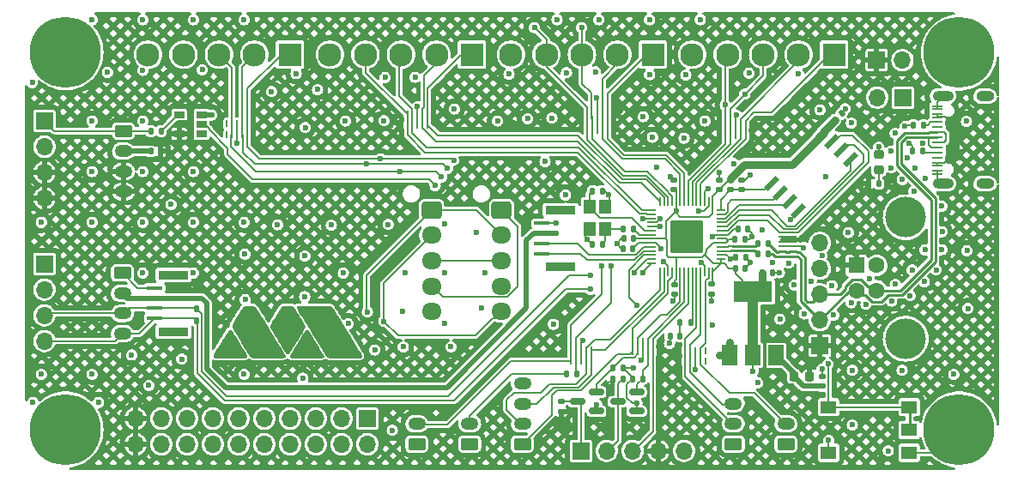
<source format=gbr>
%TF.GenerationSoftware,KiCad,Pcbnew,(7.0.0-0)*%
%TF.CreationDate,2023-05-07T02:23:39-06:00*%
%TF.ProjectId,ReflexFightingBoard,5265666c-6578-4466-9967-6874696e6742,rev?*%
%TF.SameCoordinates,Original*%
%TF.FileFunction,Copper,L1,Top*%
%TF.FilePolarity,Positive*%
%FSLAX46Y46*%
G04 Gerber Fmt 4.6, Leading zero omitted, Abs format (unit mm)*
G04 Created by KiCad (PCBNEW (7.0.0-0)) date 2023-05-07 02:23:39*
%MOMM*%
%LPD*%
G01*
G04 APERTURE LIST*
G04 Aperture macros list*
%AMRoundRect*
0 Rectangle with rounded corners*
0 $1 Rounding radius*
0 $2 $3 $4 $5 $6 $7 $8 $9 X,Y pos of 4 corners*
0 Add a 4 corners polygon primitive as box body*
4,1,4,$2,$3,$4,$5,$6,$7,$8,$9,$2,$3,0*
0 Add four circle primitives for the rounded corners*
1,1,$1+$1,$2,$3*
1,1,$1+$1,$4,$5*
1,1,$1+$1,$6,$7*
1,1,$1+$1,$8,$9*
0 Add four rect primitives between the rounded corners*
20,1,$1+$1,$2,$3,$4,$5,0*
20,1,$1+$1,$4,$5,$6,$7,0*
20,1,$1+$1,$6,$7,$8,$9,0*
20,1,$1+$1,$8,$9,$2,$3,0*%
%AMRotRect*
0 Rectangle, with rotation*
0 The origin of the aperture is its center*
0 $1 length*
0 $2 width*
0 $3 Rotation angle, in degrees counterclockwise*
0 Add horizontal line*
21,1,$1,$2,0,0,$3*%
G04 Aperture macros list end*
%TA.AperFunction,EtchedComponent*%
%ADD10C,0.010000*%
%TD*%
%TA.AperFunction,SMDPad,CuDef*%
%ADD11RoundRect,0.135000X0.135000X0.185000X-0.135000X0.185000X-0.135000X-0.185000X0.135000X-0.185000X0*%
%TD*%
%TA.AperFunction,SMDPad,CuDef*%
%ADD12R,1.060000X0.650000*%
%TD*%
%TA.AperFunction,SMDPad,CuDef*%
%ADD13RoundRect,0.140000X-0.140000X-0.170000X0.140000X-0.170000X0.140000X0.170000X-0.140000X0.170000X0*%
%TD*%
%TA.AperFunction,ComponentPad*%
%ADD14R,1.700000X1.700000*%
%TD*%
%TA.AperFunction,ComponentPad*%
%ADD15O,1.700000X1.700000*%
%TD*%
%TA.AperFunction,ComponentPad*%
%ADD16RoundRect,0.249999X-0.625001X0.350001X-0.625001X-0.350001X0.625001X-0.350001X0.625001X0.350001X0*%
%TD*%
%TA.AperFunction,ComponentPad*%
%ADD17O,1.750000X1.200000*%
%TD*%
%TA.AperFunction,ComponentPad*%
%ADD18RoundRect,0.250000X0.625000X-0.350000X0.625000X0.350000X-0.625000X0.350000X-0.625000X-0.350000X0*%
%TD*%
%TA.AperFunction,ComponentPad*%
%ADD19R,2.300000X2.300000*%
%TD*%
%TA.AperFunction,ComponentPad*%
%ADD20C,2.300000*%
%TD*%
%TA.AperFunction,ComponentPad*%
%ADD21C,7.000000*%
%TD*%
%TA.AperFunction,SMDPad,CuDef*%
%ADD22R,3.000000X0.900000*%
%TD*%
%TA.AperFunction,SMDPad,CuDef*%
%ADD23R,1.600000X0.400000*%
%TD*%
%TA.AperFunction,SMDPad,CuDef*%
%ADD24RoundRect,0.140000X0.140000X0.170000X-0.140000X0.170000X-0.140000X-0.170000X0.140000X-0.170000X0*%
%TD*%
%TA.AperFunction,SMDPad,CuDef*%
%ADD25O,0.200000X0.700000*%
%TD*%
%TA.AperFunction,SMDPad,CuDef*%
%ADD26RoundRect,0.135000X-0.185000X0.135000X-0.185000X-0.135000X0.185000X-0.135000X0.185000X0.135000X0*%
%TD*%
%TA.AperFunction,SMDPad,CuDef*%
%ADD27RoundRect,0.135000X0.185000X-0.135000X0.185000X0.135000X-0.185000X0.135000X-0.185000X-0.135000X0*%
%TD*%
%TA.AperFunction,SMDPad,CuDef*%
%ADD28RoundRect,0.140000X-0.170000X0.140000X-0.170000X-0.140000X0.170000X-0.140000X0.170000X0.140000X0*%
%TD*%
%TA.AperFunction,SMDPad,CuDef*%
%ADD29RoundRect,0.135000X-0.135000X-0.185000X0.135000X-0.185000X0.135000X0.185000X-0.135000X0.185000X0*%
%TD*%
%TA.AperFunction,ComponentPad*%
%ADD30R,1.600000X1.600000*%
%TD*%
%TA.AperFunction,ComponentPad*%
%ADD31C,1.600000*%
%TD*%
%TA.AperFunction,ComponentPad*%
%ADD32C,4.000000*%
%TD*%
%TA.AperFunction,SMDPad,CuDef*%
%ADD33RoundRect,0.147500X-0.147500X-0.172500X0.147500X-0.172500X0.147500X0.172500X-0.147500X0.172500X0*%
%TD*%
%TA.AperFunction,SMDPad,CuDef*%
%ADD34R,1.500000X2.000000*%
%TD*%
%TA.AperFunction,SMDPad,CuDef*%
%ADD35R,3.800000X2.000000*%
%TD*%
%TA.AperFunction,SMDPad,CuDef*%
%ADD36RotRect,1.610000X0.580000X45.000000*%
%TD*%
%TA.AperFunction,SMDPad,CuDef*%
%ADD37RoundRect,0.150000X0.587500X0.150000X-0.587500X0.150000X-0.587500X-0.150000X0.587500X-0.150000X0*%
%TD*%
%TA.AperFunction,SMDPad,CuDef*%
%ADD38RoundRect,0.050000X-0.050000X0.387500X-0.050000X-0.387500X0.050000X-0.387500X0.050000X0.387500X0*%
%TD*%
%TA.AperFunction,SMDPad,CuDef*%
%ADD39RoundRect,0.050000X-0.387500X0.050000X-0.387500X-0.050000X0.387500X-0.050000X0.387500X0.050000X0*%
%TD*%
%TA.AperFunction,ComponentPad*%
%ADD40C,0.600000*%
%TD*%
%TA.AperFunction,SMDPad,CuDef*%
%ADD41RoundRect,0.144000X-1.456000X1.456000X-1.456000X-1.456000X1.456000X-1.456000X1.456000X1.456000X0*%
%TD*%
%TA.AperFunction,SMDPad,CuDef*%
%ADD42RoundRect,0.140000X0.170000X-0.140000X0.170000X0.140000X-0.170000X0.140000X-0.170000X-0.140000X0*%
%TD*%
%TA.AperFunction,SMDPad,CuDef*%
%ADD43R,1.150000X1.400000*%
%TD*%
%TA.AperFunction,SMDPad,CuDef*%
%ADD44RoundRect,0.218750X-0.218750X-0.256250X0.218750X-0.256250X0.218750X0.256250X-0.218750X0.256250X0*%
%TD*%
%TA.AperFunction,ComponentPad*%
%ADD45RoundRect,0.250000X-0.725000X0.600000X-0.725000X-0.600000X0.725000X-0.600000X0.725000X0.600000X0*%
%TD*%
%TA.AperFunction,ComponentPad*%
%ADD46O,1.950000X1.700000*%
%TD*%
%TA.AperFunction,SMDPad,CuDef*%
%ADD47RoundRect,0.218750X-0.256250X0.218750X-0.256250X-0.218750X0.256250X-0.218750X0.256250X0.218750X0*%
%TD*%
%TA.AperFunction,SMDPad,CuDef*%
%ADD48R,1.550000X1.300000*%
%TD*%
%TA.AperFunction,SMDPad,CuDef*%
%ADD49RoundRect,0.140000X0.021213X-0.219203X0.219203X-0.021213X-0.021213X0.219203X-0.219203X0.021213X0*%
%TD*%
%TA.AperFunction,SMDPad,CuDef*%
%ADD50R,1.100000X0.225000*%
%TD*%
%TA.AperFunction,ComponentPad*%
%ADD51O,2.100000X1.000000*%
%TD*%
%TA.AperFunction,ComponentPad*%
%ADD52O,1.800000X1.000000*%
%TD*%
%TA.AperFunction,SMDPad,CuDef*%
%ADD53O,0.700000X0.200000*%
%TD*%
%TA.AperFunction,ViaPad*%
%ADD54C,0.600000*%
%TD*%
%TA.AperFunction,Conductor*%
%ADD55C,0.200000*%
%TD*%
%TA.AperFunction,Conductor*%
%ADD56C,0.150000*%
%TD*%
%TA.AperFunction,Conductor*%
%ADD57C,0.500000*%
%TD*%
%TA.AperFunction,Conductor*%
%ADD58C,0.750000*%
%TD*%
%TA.AperFunction,Conductor*%
%ADD59C,0.250000*%
%TD*%
%TA.AperFunction,Conductor*%
%ADD60C,1.000000*%
%TD*%
%TA.AperFunction,Conductor*%
%ADD61C,0.400000*%
%TD*%
G04 APERTURE END LIST*
%TO.C,Ref\u002A\u002A*%
G36*
X123678843Y-110649981D02*
G01*
X123715071Y-110678304D01*
X123734134Y-110704893D01*
X123772935Y-110763922D01*
X123829185Y-110851684D01*
X123900593Y-110964468D01*
X123984869Y-111098566D01*
X124079724Y-111250267D01*
X124182868Y-111415863D01*
X124292010Y-111591644D01*
X124404862Y-111773900D01*
X124519132Y-111958923D01*
X124632531Y-112143003D01*
X124742770Y-112322431D01*
X124847557Y-112493497D01*
X124944604Y-112652492D01*
X125031620Y-112795707D01*
X125106316Y-112919432D01*
X125166401Y-113019958D01*
X125209585Y-113093575D01*
X125233579Y-113136575D01*
X125236950Y-113143541D01*
X125259894Y-113204940D01*
X125261763Y-113244835D01*
X125241180Y-113279193D01*
X125223648Y-113297679D01*
X125214832Y-113305634D01*
X125203467Y-113312523D01*
X125186640Y-113318421D01*
X125161437Y-113323404D01*
X125124944Y-113327546D01*
X125074249Y-113330924D01*
X125006436Y-113333612D01*
X124918594Y-113335686D01*
X124807808Y-113337221D01*
X124671165Y-113338292D01*
X124505751Y-113338974D01*
X124308652Y-113339343D01*
X124076956Y-113339474D01*
X123807749Y-113339442D01*
X123609690Y-113339369D01*
X123273423Y-113338936D01*
X122975231Y-113337933D01*
X122715668Y-113336367D01*
X122495286Y-113334246D01*
X122314640Y-113331579D01*
X122174284Y-113328371D01*
X122074771Y-113324632D01*
X122016655Y-113320369D01*
X122001023Y-113317150D01*
X121971222Y-113275628D01*
X121963982Y-113219561D01*
X121967195Y-113198915D01*
X121977800Y-113168398D01*
X121997246Y-113125506D01*
X122026979Y-113067738D01*
X122068449Y-112992591D01*
X122123103Y-112897563D01*
X122192389Y-112780152D01*
X122277755Y-112637854D01*
X122380648Y-112468168D01*
X122502518Y-112268591D01*
X122644812Y-112036622D01*
X122707444Y-111934738D01*
X122834869Y-111727892D01*
X122956676Y-111530815D01*
X123070916Y-111346616D01*
X123175643Y-111178407D01*
X123268909Y-111029297D01*
X123348765Y-110902396D01*
X123413264Y-110800815D01*
X123460458Y-110727664D01*
X123488399Y-110686053D01*
X123494301Y-110678304D01*
X123558140Y-110637839D01*
X123604398Y-110630679D01*
X123678843Y-110649981D01*
G37*
D10*
X123678843Y-110649981D02*
X123715071Y-110678304D01*
X123734134Y-110704893D01*
X123772935Y-110763922D01*
X123829185Y-110851684D01*
X123900593Y-110964468D01*
X123984869Y-111098566D01*
X124079724Y-111250267D01*
X124182868Y-111415863D01*
X124292010Y-111591644D01*
X124404862Y-111773900D01*
X124519132Y-111958923D01*
X124632531Y-112143003D01*
X124742770Y-112322431D01*
X124847557Y-112493497D01*
X124944604Y-112652492D01*
X125031620Y-112795707D01*
X125106316Y-112919432D01*
X125166401Y-113019958D01*
X125209585Y-113093575D01*
X125233579Y-113136575D01*
X125236950Y-113143541D01*
X125259894Y-113204940D01*
X125261763Y-113244835D01*
X125241180Y-113279193D01*
X125223648Y-113297679D01*
X125214832Y-113305634D01*
X125203467Y-113312523D01*
X125186640Y-113318421D01*
X125161437Y-113323404D01*
X125124944Y-113327546D01*
X125074249Y-113330924D01*
X125006436Y-113333612D01*
X124918594Y-113335686D01*
X124807808Y-113337221D01*
X124671165Y-113338292D01*
X124505751Y-113338974D01*
X124308652Y-113339343D01*
X124076956Y-113339474D01*
X123807749Y-113339442D01*
X123609690Y-113339369D01*
X123273423Y-113338936D01*
X122975231Y-113337933D01*
X122715668Y-113336367D01*
X122495286Y-113334246D01*
X122314640Y-113331579D01*
X122174284Y-113328371D01*
X122074771Y-113324632D01*
X122016655Y-113320369D01*
X122001023Y-113317150D01*
X121971222Y-113275628D01*
X121963982Y-113219561D01*
X121967195Y-113198915D01*
X121977800Y-113168398D01*
X121997246Y-113125506D01*
X122026979Y-113067738D01*
X122068449Y-112992591D01*
X122123103Y-112897563D01*
X122192389Y-112780152D01*
X122277755Y-112637854D01*
X122380648Y-112468168D01*
X122502518Y-112268591D01*
X122644812Y-112036622D01*
X122707444Y-111934738D01*
X122834869Y-111727892D01*
X122956676Y-111530815D01*
X123070916Y-111346616D01*
X123175643Y-111178407D01*
X123268909Y-111029297D01*
X123348765Y-110902396D01*
X123413264Y-110800815D01*
X123460458Y-110727664D01*
X123488399Y-110686053D01*
X123494301Y-110678304D01*
X123558140Y-110637839D01*
X123604398Y-110630679D01*
X123678843Y-110649981D01*
G36*
X131246627Y-110651682D02*
G01*
X131271199Y-110671683D01*
X131289240Y-110697091D01*
X131327240Y-110755117D01*
X131383020Y-110842296D01*
X131454402Y-110955163D01*
X131539206Y-111090252D01*
X131635254Y-111244098D01*
X131740367Y-111413237D01*
X131852366Y-111594201D01*
X131912315Y-111691357D01*
X132076357Y-111957553D01*
X132219543Y-112190094D01*
X132343277Y-112391334D01*
X132448964Y-112563625D01*
X132538009Y-112709322D01*
X132611817Y-112830776D01*
X132671792Y-112930342D01*
X132719339Y-113010373D01*
X132755863Y-113073222D01*
X132782768Y-113121241D01*
X132801459Y-113156785D01*
X132813341Y-113182206D01*
X132819818Y-113199858D01*
X132822296Y-113212093D01*
X132822482Y-113216090D01*
X132808219Y-113259675D01*
X132780148Y-113297679D01*
X132771336Y-113305625D01*
X132759965Y-113312510D01*
X132743126Y-113318408D01*
X132717909Y-113323397D01*
X132681403Y-113327552D01*
X132630699Y-113330950D01*
X132562887Y-113333667D01*
X132475057Y-113335778D01*
X132364300Y-113337361D01*
X132227705Y-113338490D01*
X132062363Y-113339243D01*
X131865364Y-113339696D01*
X131633797Y-113339924D01*
X131364754Y-113340004D01*
X131162410Y-113340013D01*
X130863964Y-113339940D01*
X130605023Y-113339685D01*
X130382759Y-113339188D01*
X130194344Y-113338391D01*
X130036950Y-113337236D01*
X129907748Y-113335663D01*
X129803911Y-113333615D01*
X129722611Y-113331033D01*
X129661019Y-113327858D01*
X129616308Y-113324032D01*
X129585649Y-113319497D01*
X129566215Y-113314194D01*
X129555176Y-113308064D01*
X129553743Y-113306751D01*
X129538732Y-113290047D01*
X129528152Y-113271742D01*
X129523360Y-113249219D01*
X129525712Y-113219861D01*
X129536565Y-113181052D01*
X129557275Y-113130175D01*
X129589200Y-113064615D01*
X129633694Y-112981754D01*
X129692117Y-112878976D01*
X129765822Y-112753665D01*
X129856169Y-112603204D01*
X129964512Y-112424978D01*
X130092208Y-112216368D01*
X130240614Y-111974759D01*
X130264473Y-111935953D01*
X130391919Y-111728999D01*
X130513734Y-111531814D01*
X130627973Y-111347506D01*
X130732691Y-111179184D01*
X130825942Y-111029956D01*
X130905783Y-110902932D01*
X130970268Y-110801220D01*
X131017453Y-110727928D01*
X131045391Y-110686166D01*
X131051329Y-110678304D01*
X131110031Y-110640310D01*
X131180751Y-110631267D01*
X131246627Y-110651682D01*
G37*
X131246627Y-110651682D02*
X131271199Y-110671683D01*
X131289240Y-110697091D01*
X131327240Y-110755117D01*
X131383020Y-110842296D01*
X131454402Y-110955163D01*
X131539206Y-111090252D01*
X131635254Y-111244098D01*
X131740367Y-111413237D01*
X131852366Y-111594201D01*
X131912315Y-111691357D01*
X132076357Y-111957553D01*
X132219543Y-112190094D01*
X132343277Y-112391334D01*
X132448964Y-112563625D01*
X132538009Y-112709322D01*
X132611817Y-112830776D01*
X132671792Y-112930342D01*
X132719339Y-113010373D01*
X132755863Y-113073222D01*
X132782768Y-113121241D01*
X132801459Y-113156785D01*
X132813341Y-113182206D01*
X132819818Y-113199858D01*
X132822296Y-113212093D01*
X132822482Y-113216090D01*
X132808219Y-113259675D01*
X132780148Y-113297679D01*
X132771336Y-113305625D01*
X132759965Y-113312510D01*
X132743126Y-113318408D01*
X132717909Y-113323397D01*
X132681403Y-113327552D01*
X132630699Y-113330950D01*
X132562887Y-113333667D01*
X132475057Y-113335778D01*
X132364300Y-113337361D01*
X132227705Y-113338490D01*
X132062363Y-113339243D01*
X131865364Y-113339696D01*
X131633797Y-113339924D01*
X131364754Y-113340004D01*
X131162410Y-113340013D01*
X130863964Y-113339940D01*
X130605023Y-113339685D01*
X130382759Y-113339188D01*
X130194344Y-113338391D01*
X130036950Y-113337236D01*
X129907748Y-113335663D01*
X129803911Y-113333615D01*
X129722611Y-113331033D01*
X129661019Y-113327858D01*
X129616308Y-113324032D01*
X129585649Y-113319497D01*
X129566215Y-113314194D01*
X129555176Y-113308064D01*
X129553743Y-113306751D01*
X129538732Y-113290047D01*
X129528152Y-113271742D01*
X129523360Y-113249219D01*
X129525712Y-113219861D01*
X129536565Y-113181052D01*
X129557275Y-113130175D01*
X129589200Y-113064615D01*
X129633694Y-112981754D01*
X129692117Y-112878976D01*
X129765822Y-112753665D01*
X129856169Y-112603204D01*
X129964512Y-112424978D01*
X130092208Y-112216368D01*
X130240614Y-111974759D01*
X130264473Y-111935953D01*
X130391919Y-111728999D01*
X130513734Y-111531814D01*
X130627973Y-111347506D01*
X130732691Y-111179184D01*
X130825942Y-111029956D01*
X130905783Y-110902932D01*
X130970268Y-110801220D01*
X131017453Y-110727928D01*
X131045391Y-110686166D01*
X131051329Y-110678304D01*
X131110031Y-110640310D01*
X131180751Y-110631267D01*
X131246627Y-110651682D01*
G36*
X129414954Y-108270965D02*
G01*
X129517690Y-108272541D01*
X129592451Y-108276028D01*
X129646415Y-108282131D01*
X129686758Y-108291554D01*
X129720658Y-108305000D01*
X129742732Y-108316282D01*
X129810132Y-108359867D01*
X129871008Y-108410604D01*
X129882191Y-108422116D01*
X129904600Y-108452481D01*
X129946502Y-108514969D01*
X130005344Y-108605564D01*
X130078572Y-108720249D01*
X130163631Y-108855008D01*
X130257970Y-109005824D01*
X130359033Y-109168683D01*
X130427607Y-109279888D01*
X130557635Y-109492235D01*
X130666013Y-109671419D01*
X130754092Y-109819813D01*
X130823223Y-109939792D01*
X130874758Y-110033732D01*
X130910048Y-110104007D01*
X130930444Y-110152993D01*
X130936235Y-110173883D01*
X130943785Y-110299229D01*
X130922528Y-110419731D01*
X130896709Y-110482513D01*
X130871219Y-110527432D01*
X130826862Y-110602298D01*
X130765893Y-110703484D01*
X130690564Y-110827362D01*
X130603129Y-110970304D01*
X130505842Y-111128681D01*
X130400956Y-111298866D01*
X130290724Y-111477231D01*
X130177400Y-111660147D01*
X130063237Y-111843987D01*
X129950489Y-112025122D01*
X129841410Y-112199925D01*
X129738252Y-112364768D01*
X129643269Y-112516022D01*
X129558715Y-112650060D01*
X129486844Y-112763254D01*
X129429908Y-112851976D01*
X129390161Y-112912597D01*
X129369857Y-112941489D01*
X129368331Y-112943138D01*
X129301796Y-112976340D01*
X129231258Y-112968946D01*
X129174799Y-112932554D01*
X129154022Y-112905602D01*
X129113672Y-112846054D01*
X129056006Y-112757584D01*
X128983282Y-112643866D01*
X128897757Y-112508575D01*
X128801689Y-112355386D01*
X128697334Y-112187972D01*
X128586951Y-112010008D01*
X128472796Y-111825168D01*
X128357127Y-111637126D01*
X128242201Y-111449558D01*
X128130277Y-111266136D01*
X128023610Y-111090536D01*
X127924459Y-110926432D01*
X127835081Y-110777497D01*
X127757733Y-110647407D01*
X127694673Y-110539836D01*
X127648158Y-110458458D01*
X127620446Y-110406947D01*
X127613665Y-110391513D01*
X127596370Y-110258652D01*
X127621337Y-110126728D01*
X127622770Y-110122679D01*
X127640264Y-110087006D01*
X127677509Y-110020214D01*
X127731637Y-109926965D01*
X127799780Y-109811925D01*
X127879072Y-109679757D01*
X127966644Y-109535127D01*
X128059629Y-109382698D01*
X128155159Y-109227135D01*
X128250366Y-109073101D01*
X128342384Y-108925262D01*
X128428345Y-108788281D01*
X128505380Y-108666823D01*
X128570623Y-108565552D01*
X128621205Y-108489133D01*
X128654260Y-108442229D01*
X128661227Y-108433569D01*
X128721306Y-108377399D01*
X128793000Y-108326341D01*
X128809394Y-108316974D01*
X128843533Y-108300286D01*
X128878994Y-108288144D01*
X128922987Y-108279835D01*
X128982725Y-108274643D01*
X129065416Y-108271852D01*
X129178272Y-108270748D01*
X129277065Y-108270596D01*
X129414954Y-108270965D01*
G37*
X129414954Y-108270965D02*
X129517690Y-108272541D01*
X129592451Y-108276028D01*
X129646415Y-108282131D01*
X129686758Y-108291554D01*
X129720658Y-108305000D01*
X129742732Y-108316282D01*
X129810132Y-108359867D01*
X129871008Y-108410604D01*
X129882191Y-108422116D01*
X129904600Y-108452481D01*
X129946502Y-108514969D01*
X130005344Y-108605564D01*
X130078572Y-108720249D01*
X130163631Y-108855008D01*
X130257970Y-109005824D01*
X130359033Y-109168683D01*
X130427607Y-109279888D01*
X130557635Y-109492235D01*
X130666013Y-109671419D01*
X130754092Y-109819813D01*
X130823223Y-109939792D01*
X130874758Y-110033732D01*
X130910048Y-110104007D01*
X130930444Y-110152993D01*
X130936235Y-110173883D01*
X130943785Y-110299229D01*
X130922528Y-110419731D01*
X130896709Y-110482513D01*
X130871219Y-110527432D01*
X130826862Y-110602298D01*
X130765893Y-110703484D01*
X130690564Y-110827362D01*
X130603129Y-110970304D01*
X130505842Y-111128681D01*
X130400956Y-111298866D01*
X130290724Y-111477231D01*
X130177400Y-111660147D01*
X130063237Y-111843987D01*
X129950489Y-112025122D01*
X129841410Y-112199925D01*
X129738252Y-112364768D01*
X129643269Y-112516022D01*
X129558715Y-112650060D01*
X129486844Y-112763254D01*
X129429908Y-112851976D01*
X129390161Y-112912597D01*
X129369857Y-112941489D01*
X129368331Y-112943138D01*
X129301796Y-112976340D01*
X129231258Y-112968946D01*
X129174799Y-112932554D01*
X129154022Y-112905602D01*
X129113672Y-112846054D01*
X129056006Y-112757584D01*
X128983282Y-112643866D01*
X128897757Y-112508575D01*
X128801689Y-112355386D01*
X128697334Y-112187972D01*
X128586951Y-112010008D01*
X128472796Y-111825168D01*
X128357127Y-111637126D01*
X128242201Y-111449558D01*
X128130277Y-111266136D01*
X128023610Y-111090536D01*
X127924459Y-110926432D01*
X127835081Y-110777497D01*
X127757733Y-110647407D01*
X127694673Y-110539836D01*
X127648158Y-110458458D01*
X127620446Y-110406947D01*
X127613665Y-110391513D01*
X127596370Y-110258652D01*
X127621337Y-110126728D01*
X127622770Y-110122679D01*
X127640264Y-110087006D01*
X127677509Y-110020214D01*
X127731637Y-109926965D01*
X127799780Y-109811925D01*
X127879072Y-109679757D01*
X127966644Y-109535127D01*
X128059629Y-109382698D01*
X128155159Y-109227135D01*
X128250366Y-109073101D01*
X128342384Y-108925262D01*
X128428345Y-108788281D01*
X128505380Y-108666823D01*
X128570623Y-108565552D01*
X128621205Y-108489133D01*
X128654260Y-108442229D01*
X128661227Y-108433569D01*
X128721306Y-108377399D01*
X128793000Y-108326341D01*
X128809394Y-108316974D01*
X128843533Y-108300286D01*
X128878994Y-108288144D01*
X128922987Y-108279835D01*
X128982725Y-108274643D01*
X129065416Y-108271852D01*
X129178272Y-108270748D01*
X129277065Y-108270596D01*
X129414954Y-108270965D01*
G36*
X125704771Y-108261332D02*
G01*
X125789027Y-108266608D01*
X125862430Y-108279042D01*
X125928314Y-108301460D01*
X125990013Y-108336689D01*
X126050861Y-108387557D01*
X126114191Y-108456889D01*
X126183338Y-108547514D01*
X126261635Y-108662258D01*
X126352415Y-108803949D01*
X126459014Y-108975413D01*
X126584765Y-109179477D01*
X126597030Y-109199367D01*
X126874166Y-109648737D01*
X127129874Y-110063482D01*
X127364989Y-110444983D01*
X127580350Y-110794620D01*
X127776794Y-111113772D01*
X127955159Y-111403819D01*
X128116281Y-111666142D01*
X128260999Y-111902120D01*
X128390150Y-112113133D01*
X128504571Y-112300561D01*
X128605100Y-112465785D01*
X128692574Y-112610183D01*
X128767831Y-112735137D01*
X128831708Y-112842025D01*
X128885042Y-112932228D01*
X128928671Y-113007126D01*
X128963432Y-113068099D01*
X128990163Y-113116526D01*
X129009702Y-113153788D01*
X129022885Y-113181264D01*
X129030550Y-113200335D01*
X129033535Y-113212380D01*
X129033648Y-113214433D01*
X129033936Y-113237443D01*
X129032962Y-113257459D01*
X129027974Y-113274690D01*
X129016217Y-113289342D01*
X128994938Y-113301622D01*
X128961383Y-113311739D01*
X128912799Y-113319900D01*
X128846430Y-113326312D01*
X128759524Y-113331183D01*
X128649327Y-113334719D01*
X128513085Y-113337129D01*
X128348044Y-113338620D01*
X128151450Y-113339399D01*
X127920550Y-113339673D01*
X127652590Y-113339651D01*
X127372647Y-113339548D01*
X127077563Y-113339433D01*
X126821796Y-113339224D01*
X126602327Y-113338842D01*
X126416139Y-113338207D01*
X126260215Y-113337239D01*
X126131537Y-113335861D01*
X126027088Y-113333991D01*
X125943851Y-113331553D01*
X125878807Y-113328465D01*
X125828941Y-113324648D01*
X125791234Y-113320025D01*
X125762668Y-113314514D01*
X125740227Y-113308038D01*
X125720894Y-113300516D01*
X125710482Y-113295901D01*
X125642375Y-113260121D01*
X125583201Y-113220954D01*
X125566717Y-113207173D01*
X125548016Y-113182138D01*
X125509041Y-113123904D01*
X125451622Y-113035376D01*
X125377591Y-112919458D01*
X125288776Y-112779055D01*
X125187009Y-112617072D01*
X125074121Y-112436415D01*
X124951941Y-112239987D01*
X124822300Y-112030694D01*
X124687028Y-111811441D01*
X124678193Y-111797092D01*
X123838185Y-110432557D01*
X123830210Y-110291418D01*
X123829372Y-110194128D01*
X123841249Y-110122945D01*
X123859459Y-110078271D01*
X123878234Y-110045334D01*
X123916762Y-109980477D01*
X123972552Y-109887801D01*
X124043115Y-109771404D01*
X124125962Y-109635388D01*
X124218603Y-109483851D01*
X124318548Y-109320894D01*
X124382175Y-109217412D01*
X124522513Y-108990790D01*
X124642334Y-108800348D01*
X124742045Y-108645467D01*
X124822057Y-108525530D01*
X124882777Y-108439916D01*
X124924615Y-108388007D01*
X124939781Y-108373558D01*
X124998865Y-108332939D01*
X125059191Y-108303257D01*
X125128802Y-108282868D01*
X125215742Y-108270126D01*
X125328055Y-108263386D01*
X125473783Y-108261003D01*
X125490365Y-108260942D01*
X125606328Y-108260385D01*
X125704771Y-108261332D01*
G37*
X125704771Y-108261332D02*
X125789027Y-108266608D01*
X125862430Y-108279042D01*
X125928314Y-108301460D01*
X125990013Y-108336689D01*
X126050861Y-108387557D01*
X126114191Y-108456889D01*
X126183338Y-108547514D01*
X126261635Y-108662258D01*
X126352415Y-108803949D01*
X126459014Y-108975413D01*
X126584765Y-109179477D01*
X126597030Y-109199367D01*
X126874166Y-109648737D01*
X127129874Y-110063482D01*
X127364989Y-110444983D01*
X127580350Y-110794620D01*
X127776794Y-111113772D01*
X127955159Y-111403819D01*
X128116281Y-111666142D01*
X128260999Y-111902120D01*
X128390150Y-112113133D01*
X128504571Y-112300561D01*
X128605100Y-112465785D01*
X128692574Y-112610183D01*
X128767831Y-112735137D01*
X128831708Y-112842025D01*
X128885042Y-112932228D01*
X128928671Y-113007126D01*
X128963432Y-113068099D01*
X128990163Y-113116526D01*
X129009702Y-113153788D01*
X129022885Y-113181264D01*
X129030550Y-113200335D01*
X129033535Y-113212380D01*
X129033648Y-113214433D01*
X129033936Y-113237443D01*
X129032962Y-113257459D01*
X129027974Y-113274690D01*
X129016217Y-113289342D01*
X128994938Y-113301622D01*
X128961383Y-113311739D01*
X128912799Y-113319900D01*
X128846430Y-113326312D01*
X128759524Y-113331183D01*
X128649327Y-113334719D01*
X128513085Y-113337129D01*
X128348044Y-113338620D01*
X128151450Y-113339399D01*
X127920550Y-113339673D01*
X127652590Y-113339651D01*
X127372647Y-113339548D01*
X127077563Y-113339433D01*
X126821796Y-113339224D01*
X126602327Y-113338842D01*
X126416139Y-113338207D01*
X126260215Y-113337239D01*
X126131537Y-113335861D01*
X126027088Y-113333991D01*
X125943851Y-113331553D01*
X125878807Y-113328465D01*
X125828941Y-113324648D01*
X125791234Y-113320025D01*
X125762668Y-113314514D01*
X125740227Y-113308038D01*
X125720894Y-113300516D01*
X125710482Y-113295901D01*
X125642375Y-113260121D01*
X125583201Y-113220954D01*
X125566717Y-113207173D01*
X125548016Y-113182138D01*
X125509041Y-113123904D01*
X125451622Y-113035376D01*
X125377591Y-112919458D01*
X125288776Y-112779055D01*
X125187009Y-112617072D01*
X125074121Y-112436415D01*
X124951941Y-112239987D01*
X124822300Y-112030694D01*
X124687028Y-111811441D01*
X124678193Y-111797092D01*
X123838185Y-110432557D01*
X123830210Y-110291418D01*
X123829372Y-110194128D01*
X123841249Y-110122945D01*
X123859459Y-110078271D01*
X123878234Y-110045334D01*
X123916762Y-109980477D01*
X123972552Y-109887801D01*
X124043115Y-109771404D01*
X124125962Y-109635388D01*
X124218603Y-109483851D01*
X124318548Y-109320894D01*
X124382175Y-109217412D01*
X124522513Y-108990790D01*
X124642334Y-108800348D01*
X124742045Y-108645467D01*
X124822057Y-108525530D01*
X124882777Y-108439916D01*
X124924615Y-108388007D01*
X124939781Y-108373558D01*
X124998865Y-108332939D01*
X125059191Y-108303257D01*
X125128802Y-108282868D01*
X125215742Y-108270126D01*
X125328055Y-108263386D01*
X125473783Y-108261003D01*
X125490365Y-108260942D01*
X125606328Y-108260385D01*
X125704771Y-108261332D01*
G36*
X131818004Y-108260013D02*
G01*
X132121584Y-108260017D01*
X132385825Y-108260168D01*
X132613722Y-108260667D01*
X132808270Y-108261718D01*
X132972461Y-108263525D01*
X133109293Y-108266291D01*
X133221758Y-108270219D01*
X133312851Y-108275512D01*
X133385567Y-108282374D01*
X133442900Y-108291009D01*
X133487845Y-108301619D01*
X133523396Y-108314408D01*
X133552548Y-108329580D01*
X133578295Y-108347337D01*
X133603631Y-108367884D01*
X133620838Y-108382442D01*
X133642046Y-108409055D01*
X133684414Y-108470545D01*
X133747119Y-108565607D01*
X133829340Y-108692938D01*
X133930258Y-108851233D01*
X134049049Y-109039190D01*
X134184895Y-109255503D01*
X134336973Y-109498869D01*
X134504463Y-109767985D01*
X134686543Y-110061546D01*
X134882392Y-110378249D01*
X135091190Y-110716789D01*
X135109857Y-110747096D01*
X135286201Y-111033497D01*
X135456699Y-111310540D01*
X135620002Y-111576023D01*
X135774757Y-111827743D01*
X135919613Y-112063496D01*
X136053218Y-112281080D01*
X136174221Y-112478293D01*
X136281270Y-112652930D01*
X136373014Y-112802790D01*
X136448101Y-112925669D01*
X136505179Y-113019365D01*
X136542898Y-113081675D01*
X136559906Y-113110396D01*
X136560459Y-113111420D01*
X136587394Y-113193699D01*
X136579632Y-113264394D01*
X136551440Y-113304982D01*
X136541391Y-113311596D01*
X136524971Y-113317327D01*
X136499311Y-113322237D01*
X136461545Y-113326389D01*
X136408805Y-113329844D01*
X136338224Y-113332663D01*
X136246935Y-113334909D01*
X136132071Y-113336644D01*
X135990763Y-113337929D01*
X135820145Y-113338826D01*
X135617350Y-113339398D01*
X135379509Y-113339705D01*
X135103757Y-113339811D01*
X134937481Y-113339806D01*
X133362232Y-113339599D01*
X133256398Y-113289690D01*
X133187144Y-113251642D01*
X133127847Y-113209931D01*
X133105728Y-113189355D01*
X133089273Y-113165385D01*
X133052014Y-113107524D01*
X132995304Y-113017953D01*
X132920499Y-112898851D01*
X132828953Y-112752399D01*
X132722021Y-112580776D01*
X132601057Y-112386162D01*
X132467416Y-112170737D01*
X132322452Y-111936681D01*
X132167521Y-111686175D01*
X132003977Y-111421397D01*
X131833175Y-111144528D01*
X131656469Y-110857748D01*
X131618769Y-110796520D01*
X131395586Y-110433744D01*
X131194039Y-110105563D01*
X131013344Y-109810664D01*
X130852712Y-109547735D01*
X130711359Y-109315463D01*
X130588498Y-109112538D01*
X130483341Y-108937646D01*
X130395104Y-108789475D01*
X130323000Y-108666713D01*
X130266241Y-108568048D01*
X130224043Y-108492168D01*
X130195618Y-108437759D01*
X130180180Y-108403511D01*
X130176648Y-108390012D01*
X130176295Y-108366062D01*
X130177083Y-108345245D01*
X130181780Y-108327343D01*
X130193157Y-108312135D01*
X130213981Y-108299403D01*
X130247023Y-108288927D01*
X130295051Y-108280488D01*
X130360835Y-108273867D01*
X130447143Y-108268844D01*
X130556746Y-108265200D01*
X130692412Y-108262715D01*
X130856910Y-108261171D01*
X131053010Y-108260348D01*
X131283481Y-108260027D01*
X131551091Y-108259988D01*
X131818004Y-108260013D01*
G37*
X131818004Y-108260013D02*
X132121584Y-108260017D01*
X132385825Y-108260168D01*
X132613722Y-108260667D01*
X132808270Y-108261718D01*
X132972461Y-108263525D01*
X133109293Y-108266291D01*
X133221758Y-108270219D01*
X133312851Y-108275512D01*
X133385567Y-108282374D01*
X133442900Y-108291009D01*
X133487845Y-108301619D01*
X133523396Y-108314408D01*
X133552548Y-108329580D01*
X133578295Y-108347337D01*
X133603631Y-108367884D01*
X133620838Y-108382442D01*
X133642046Y-108409055D01*
X133684414Y-108470545D01*
X133747119Y-108565607D01*
X133829340Y-108692938D01*
X133930258Y-108851233D01*
X134049049Y-109039190D01*
X134184895Y-109255503D01*
X134336973Y-109498869D01*
X134504463Y-109767985D01*
X134686543Y-110061546D01*
X134882392Y-110378249D01*
X135091190Y-110716789D01*
X135109857Y-110747096D01*
X135286201Y-111033497D01*
X135456699Y-111310540D01*
X135620002Y-111576023D01*
X135774757Y-111827743D01*
X135919613Y-112063496D01*
X136053218Y-112281080D01*
X136174221Y-112478293D01*
X136281270Y-112652930D01*
X136373014Y-112802790D01*
X136448101Y-112925669D01*
X136505179Y-113019365D01*
X136542898Y-113081675D01*
X136559906Y-113110396D01*
X136560459Y-113111420D01*
X136587394Y-113193699D01*
X136579632Y-113264394D01*
X136551440Y-113304982D01*
X136541391Y-113311596D01*
X136524971Y-113317327D01*
X136499311Y-113322237D01*
X136461545Y-113326389D01*
X136408805Y-113329844D01*
X136338224Y-113332663D01*
X136246935Y-113334909D01*
X136132071Y-113336644D01*
X135990763Y-113337929D01*
X135820145Y-113338826D01*
X135617350Y-113339398D01*
X135379509Y-113339705D01*
X135103757Y-113339811D01*
X134937481Y-113339806D01*
X133362232Y-113339599D01*
X133256398Y-113289690D01*
X133187144Y-113251642D01*
X133127847Y-113209931D01*
X133105728Y-113189355D01*
X133089273Y-113165385D01*
X133052014Y-113107524D01*
X132995304Y-113017953D01*
X132920499Y-112898851D01*
X132828953Y-112752399D01*
X132722021Y-112580776D01*
X132601057Y-112386162D01*
X132467416Y-112170737D01*
X132322452Y-111936681D01*
X132167521Y-111686175D01*
X132003977Y-111421397D01*
X131833175Y-111144528D01*
X131656469Y-110857748D01*
X131618769Y-110796520D01*
X131395586Y-110433744D01*
X131194039Y-110105563D01*
X131013344Y-109810664D01*
X130852712Y-109547735D01*
X130711359Y-109315463D01*
X130588498Y-109112538D01*
X130483341Y-108937646D01*
X130395104Y-108789475D01*
X130323000Y-108666713D01*
X130266241Y-108568048D01*
X130224043Y-108492168D01*
X130195618Y-108437759D01*
X130180180Y-108403511D01*
X130176648Y-108390012D01*
X130176295Y-108366062D01*
X130177083Y-108345245D01*
X130181780Y-108327343D01*
X130193157Y-108312135D01*
X130213981Y-108299403D01*
X130247023Y-108288927D01*
X130295051Y-108280488D01*
X130360835Y-108273867D01*
X130447143Y-108268844D01*
X130556746Y-108265200D01*
X130692412Y-108262715D01*
X130856910Y-108261171D01*
X131053010Y-108260348D01*
X131283481Y-108260027D01*
X131551091Y-108259988D01*
X131818004Y-108260013D01*
%TD*%
D11*
%TO.P,R1,1*%
%TO.N,/TURBO_LED*%
X157787811Y-115000000D03*
%TO.P,R1,2*%
%TO.N,Net-(J4-Pin_2)*%
X156767811Y-115000000D03*
%TD*%
%TO.P,R5,1*%
%TO.N,/RGB_DATA_5V*%
X116810000Y-91000000D03*
%TO.P,R5,2*%
%TO.N,Net-(J1-Pin_1)*%
X115790000Y-91000000D03*
%TD*%
D12*
%TO.P,U2,1,NC*%
%TO.N,unconnected-(U2-NC-Pad1)*%
X120799999Y-91272399D03*
%TO.P,U2,2,A*%
%TO.N,/RGB*%
X120799999Y-90322399D03*
%TO.P,U2,3,GND*%
%TO.N,GND*%
X120799999Y-89372399D03*
%TO.P,U2,4,Y*%
%TO.N,/RGB_DATA_5V*%
X118599999Y-89372399D03*
%TO.P,U2,5,VCC*%
%TO.N,/VBUS*%
X118599999Y-91272399D03*
%TD*%
D13*
%TO.P,C1,1*%
%TO.N,GND*%
X115820000Y-93000000D03*
%TO.P,C1,2*%
%TO.N,/VBUS*%
X116780000Y-93000000D03*
%TD*%
D11*
%TO.P,R6,1*%
%TO.N,+3V3*%
X121310000Y-109700000D03*
%TO.P,R6,2*%
%TO.N,/SCL*%
X120290000Y-109700000D03*
%TD*%
%TO.P,R7,1*%
%TO.N,+3V3*%
X121310000Y-108500000D03*
%TO.P,R7,2*%
%TO.N,/SDA*%
X120290000Y-108500000D03*
%TD*%
D14*
%TO.P,J2,1,Pin_1*%
%TO.N,/UP*%
X137159999Y-119379999D03*
D15*
%TO.P,J2,2,Pin_2*%
%TO.N,/DOWN*%
X137159999Y-121919999D03*
%TO.P,J2,3,Pin_3*%
%TO.N,/RIGHT*%
X134619999Y-119379999D03*
%TO.P,J2,4,Pin_4*%
%TO.N,/LEFT*%
X134619999Y-121919999D03*
%TO.P,J2,5,Pin_5*%
%TO.N,/SELECT*%
X132079999Y-119379999D03*
%TO.P,J2,6,Pin_6*%
%TO.N,/HOME*%
X132079999Y-121919999D03*
%TO.P,J2,7,Pin_7*%
%TO.N,/START*%
X129539999Y-119379999D03*
%TO.P,J2,8,Pin_8*%
%TO.N,/1P*%
X129539999Y-121919999D03*
%TO.P,J2,9,Pin_9*%
%TO.N,/2P*%
X126999999Y-119379999D03*
%TO.P,J2,10,Pin_10*%
%TO.N,/3P*%
X126999999Y-121919999D03*
%TO.P,J2,11,Pin_11*%
%TO.N,/4P*%
X124459999Y-119379999D03*
%TO.P,J2,12,Pin_12*%
%TO.N,GND*%
X124459999Y-121919999D03*
%TO.P,J2,13,Pin_13*%
%TO.N,/1K*%
X121919999Y-119379999D03*
%TO.P,J2,14,Pin_14*%
%TO.N,/2K*%
X121919999Y-121919999D03*
%TO.P,J2,15,Pin_15*%
%TO.N,/3K*%
X119379999Y-119379999D03*
%TO.P,J2,16,Pin_16*%
%TO.N,/4K*%
X119379999Y-121919999D03*
%TO.P,J2,17,Pin_17*%
%TO.N,GND*%
X116839999Y-119379999D03*
%TO.P,J2,18,Pin_18*%
X116839999Y-121919999D03*
%TO.P,J2,19,Pin_19*%
%TO.N,/VBUS*%
X114299999Y-119379999D03*
%TO.P,J2,20,Pin_20*%
X114299999Y-121919999D03*
%TD*%
D16*
%TO.P,J1,1,Pin_1*%
%TO.N,Net-(J1-Pin_1)*%
X113100000Y-90982800D03*
D17*
%TO.P,J1,2,Pin_2*%
%TO.N,GND*%
X113099999Y-92982799D03*
%TO.P,J1,3,Pin_3*%
%TO.N,/VBUS*%
X113099999Y-94982799D03*
%TO.P,J1,4,Pin_4*%
X113099999Y-96982799D03*
%TD*%
D18*
%TO.P,J3,1,Pin_1*%
%TO.N,GND*%
X142050000Y-121900000D03*
D17*
%TO.P,J3,2,Pin_2*%
%TO.N,/TURBO*%
X142049999Y-119899999D03*
%TD*%
D18*
%TO.P,J4,1,Pin_1*%
%TO.N,GND*%
X147250000Y-121900000D03*
D17*
%TO.P,J4,2,Pin_2*%
%TO.N,Net-(J4-Pin_2)*%
X147249999Y-119899999D03*
%TD*%
D19*
%TO.P,J5,1,Pin_1*%
%TO.N,/1K*%
X165324999Y-83449999D03*
D20*
%TO.P,J5,2,Pin_2*%
%TO.N,/2K*%
X161825000Y-83450000D03*
%TO.P,J5,3,Pin_3*%
%TO.N,/3K*%
X158325000Y-83450000D03*
%TO.P,J5,4,Pin_4*%
%TO.N,/4K*%
X154825000Y-83450000D03*
%TO.P,J5,5,Pin_5*%
%TO.N,GND*%
X151325000Y-83450000D03*
%TD*%
D19*
%TO.P,J6,1,Pin_1*%
%TO.N,/1P*%
X147474999Y-83449999D03*
D20*
%TO.P,J6,2,Pin_2*%
%TO.N,/2P*%
X143975000Y-83450000D03*
%TO.P,J6,3,Pin_3*%
%TO.N,/3P*%
X140475000Y-83450000D03*
%TO.P,J6,4,Pin_4*%
%TO.N,/4P*%
X136975000Y-83450000D03*
%TO.P,J6,5,Pin_5*%
%TO.N,GND*%
X133475000Y-83450000D03*
%TD*%
D19*
%TO.P,J7,1,Pin_1*%
%TO.N,/SELECT*%
X129524999Y-83449999D03*
D20*
%TO.P,J7,2,Pin_2*%
%TO.N,/START*%
X126025000Y-83450000D03*
%TO.P,J7,3,Pin_3*%
%TO.N,/HOME*%
X122525000Y-83450000D03*
%TO.P,J7,4,Pin_4*%
%TO.N,GND*%
X119025000Y-83450000D03*
%TO.P,J7,5,Pin_5*%
X115525000Y-83450000D03*
%TD*%
D19*
%TO.P,J8,1,Pin_1*%
%TO.N,/UP*%
X183199999Y-83449999D03*
D20*
%TO.P,J8,2,Pin_2*%
%TO.N,/DOWN*%
X179700000Y-83450000D03*
%TO.P,J8,3,Pin_3*%
%TO.N,/RIGHT*%
X176200000Y-83450000D03*
%TO.P,J8,4,Pin_4*%
%TO.N,/LEFT*%
X172700000Y-83450000D03*
%TO.P,J8,5,Pin_5*%
%TO.N,GND*%
X169200000Y-83450000D03*
%TD*%
D16*
%TO.P,J12,1,Pin_1*%
%TO.N,GND*%
X113000000Y-105000000D03*
D17*
%TO.P,J12,2,Pin_2*%
%TO.N,+3V3*%
X112999999Y-106999999D03*
%TO.P,J12,3,Pin_3*%
%TO.N,/SDA*%
X112999999Y-108999999D03*
%TO.P,J12,4,Pin_4*%
%TO.N,/SCL*%
X112999999Y-110999999D03*
%TD*%
D21*
%TO.P,H1,1,1*%
%TO.N,GND*%
X107378000Y-83200000D03*
%TD*%
%TO.P,H3,1,1*%
%TO.N,GND*%
X107378000Y-120460000D03*
%TD*%
%TO.P,H4,1,1*%
%TO.N,GND*%
X195517000Y-120460000D03*
%TD*%
%TO.P,H2,1,1*%
%TO.N,GND*%
X195517000Y-83248000D03*
%TD*%
D22*
%TO.P,J9,0*%
%TO.N,N/C*%
X118023999Y-110799999D03*
X118023999Y-105199999D03*
D23*
%TO.P,J9,1,Pin_1*%
%TO.N,/SCL*%
X116175999Y-109492999D03*
%TO.P,J9,2,Pin_2*%
%TO.N,/SDA*%
X116175999Y-108492999D03*
%TO.P,J9,3,Pin_3*%
%TO.N,+3V3*%
X116175999Y-107492999D03*
%TO.P,J9,4,Pin_4*%
%TO.N,GND*%
X116175999Y-106492999D03*
%TD*%
D22*
%TO.P,J13,0*%
%TO.N,N/C*%
X156223999Y-104399999D03*
X156223999Y-98799999D03*
D23*
%TO.P,J13,1,Pin_1*%
%TO.N,/SWDIO*%
X154375999Y-103092999D03*
%TO.P,J13,2,Pin_2*%
%TO.N,/SWCLK*%
X154375999Y-102092999D03*
%TO.P,J13,3,Pin_3*%
%TO.N,+3V3*%
X154375999Y-101092999D03*
%TO.P,J13,4,Pin_4*%
%TO.N,GND*%
X154375999Y-100092999D03*
%TD*%
D24*
%TO.P,C9,1*%
%TO.N,+1V1*%
X163310000Y-102600000D03*
%TO.P,C9,2*%
%TO.N,GND*%
X162350000Y-102600000D03*
%TD*%
D25*
%TO.P,U9,1,IO1*%
%TO.N,/RS_TOGGLE*%
X168519999Y-113704999D03*
%TO.P,U9,2,IO2*%
%TO.N,/LS_TOGGLE*%
X169019999Y-113704999D03*
%TO.P,U9,3,GND*%
%TO.N,GND*%
X169519999Y-113704999D03*
%TO.P,U9,4,IO3*%
%TO.N,/GPIO29_ADC3*%
X170019999Y-113704999D03*
%TO.P,U9,5,IO4*%
%TO.N,unconnected-(U9-IO4-Pad5)*%
X170519999Y-113704999D03*
%TO.P,U9,6,N/C*%
%TO.N,unconnected-(U9-N{slash}C-Pad6)*%
X170519999Y-112654999D03*
%TO.P,U9,7,N/C*%
%TO.N,/GPIO29_ADC3*%
X170019999Y-112654999D03*
%TO.P,U9,8,GND*%
%TO.N,GND*%
X169519999Y-112654999D03*
%TO.P,U9,9,N/C*%
%TO.N,/LS_TOGGLE*%
X169019999Y-112654999D03*
%TO.P,U9,10,N/C*%
%TO.N,/RS_TOGGLE*%
X168519999Y-112654999D03*
%TD*%
D18*
%TO.P,J26,1,Pin_1*%
%TO.N,GND*%
X178450000Y-121900000D03*
D17*
%TO.P,J26,2,Pin_2*%
%TO.N,/GPIO29_ADC3*%
X178449999Y-119899999D03*
%TD*%
D14*
%TO.P,J20,1,Pin_1*%
%TO.N,/VBUS*%
X187399999Y-84001951D03*
D15*
%TO.P,J20,2,Pin_2*%
%TO.N,GND*%
X189939999Y-84001951D03*
%TD*%
D26*
%TO.P,R15,1*%
%TO.N,+3V3*%
X173000000Y-95790000D03*
%TO.P,R15,2*%
%TO.N,/QSPI_SS*%
X173000000Y-96810000D03*
%TD*%
D18*
%TO.P,J21,1,Pin_1*%
%TO.N,/TP*%
X152450000Y-121900000D03*
D17*
%TO.P,J21,2,Pin_2*%
%TO.N,/LSB*%
X152449999Y-119899999D03*
%TO.P,J21,3,Pin_3*%
%TO.N,/RSB*%
X152449999Y-117899999D03*
%TO.P,J21,4,Pin_4*%
%TO.N,GND*%
X152449999Y-115899999D03*
%TD*%
D18*
%TO.P,J11,1,Pin_1*%
%TO.N,GND*%
X173250000Y-121900000D03*
D17*
%TO.P,J11,2,Pin_2*%
%TO.N,/RS_TOGGLE*%
X173249999Y-119899999D03*
%TO.P,J11,3,Pin_3*%
%TO.N,/LS_TOGGLE*%
X173249999Y-117899999D03*
%TD*%
D14*
%TO.P,J14,1,Pin_1*%
%TO.N,GND*%
X189999999Y-87699999D03*
D15*
%TO.P,J14,2,Pin_2*%
%TO.N,/~{USB_BOOT}*%
X187459999Y-87699999D03*
%TD*%
D27*
%TO.P,R4,1*%
%TO.N,/VBUS*%
X156300000Y-118710000D03*
%TO.P,R4,2*%
%TO.N,/GPIO22_5V*%
X156300000Y-117690000D03*
%TD*%
D13*
%TO.P,C8,1*%
%TO.N,+1V1*%
X173720000Y-100700000D03*
%TO.P,C8,2*%
%TO.N,GND*%
X174680000Y-100700000D03*
%TD*%
D25*
%TO.P,U11,1,IO1*%
%TO.N,/TP*%
X163319999Y-112774999D03*
%TO.P,U11,2,IO2*%
%TO.N,/GPIO22_3V3*%
X163819999Y-112774999D03*
%TO.P,U11,3,GND*%
%TO.N,GND*%
X164319999Y-112774999D03*
%TO.P,U11,4,IO3*%
%TO.N,/GPIO23_3V3*%
X164819999Y-112774999D03*
%TO.P,U11,5,IO4*%
%TO.N,/GPIO24*%
X165319999Y-112774999D03*
%TO.P,U11,6,N/C*%
X165319999Y-111724999D03*
%TO.P,U11,7,N/C*%
%TO.N,/GPIO23_3V3*%
X164819999Y-111724999D03*
%TO.P,U11,8,GND*%
%TO.N,GND*%
X164319999Y-111724999D03*
%TO.P,U11,9,N/C*%
%TO.N,/GPIO22_3V3*%
X163819999Y-111724999D03*
%TO.P,U11,10,N/C*%
%TO.N,/TP*%
X163319999Y-111724999D03*
%TD*%
D28*
%TO.P,C11,1*%
%TO.N,+3V3*%
X167460000Y-106180000D03*
%TO.P,C11,2*%
%TO.N,GND*%
X167460000Y-107140000D03*
%TD*%
D11*
%TO.P,R18,1*%
%TO.N,/USB_D+*%
X176710000Y-102110000D03*
%TO.P,R18,2*%
%TO.N,/DR_+*%
X175690000Y-102110000D03*
%TD*%
D29*
%TO.P,R3,1*%
%TO.N,+3V3*%
X163290000Y-115450000D03*
%TO.P,R3,2*%
%TO.N,/GPIO23_3V3*%
X164310000Y-115450000D03*
%TD*%
D30*
%TO.P,J16,1,VBUS*%
%TO.N,/VBUS*%
X185399999Y-104249999D03*
D31*
%TO.P,J16,2,D-*%
%TO.N,/USB_D-*%
X185400000Y-106750000D03*
%TO.P,J16,3,D+*%
%TO.N,/USB_D+*%
X187400000Y-106750000D03*
%TO.P,J16,4,GND*%
%TO.N,GND*%
X187400000Y-104250000D03*
D32*
%TO.P,J16,5,Shield*%
X190260000Y-99500000D03*
X190260000Y-111500000D03*
%TD*%
D25*
%TO.P,U7,1,IO1*%
%TO.N,/1K*%
X160859999Y-89864999D03*
%TO.P,U7,2,IO2*%
%TO.N,/2K*%
X160359999Y-89864999D03*
%TO.P,U7,3,GND*%
%TO.N,GND*%
X159859999Y-89864999D03*
%TO.P,U7,4,IO3*%
%TO.N,/3K*%
X159359999Y-89864999D03*
%TO.P,U7,5,IO4*%
%TO.N,/4K*%
X158859999Y-89864999D03*
%TO.P,U7,6,N/C*%
X158859999Y-90914999D03*
%TO.P,U7,7,N/C*%
%TO.N,/3K*%
X159359999Y-90914999D03*
%TO.P,U7,8,GND*%
%TO.N,GND*%
X159859999Y-90914999D03*
%TO.P,U7,9,N/C*%
%TO.N,/2K*%
X160359999Y-90914999D03*
%TO.P,U7,10,N/C*%
%TO.N,/1K*%
X160859999Y-90914999D03*
%TD*%
D33*
%TO.P,D2,1,K*%
%TO.N,GND*%
X167025000Y-111250000D03*
%TO.P,D2,2,A*%
%TO.N,Net-(D2-A)*%
X167995000Y-111250000D03*
%TD*%
D14*
%TO.P,J19,1,Pin_1*%
%TO.N,Net-(J1-Pin_1)*%
X105299999Y-89999999D03*
D15*
%TO.P,J19,2,Pin_2*%
%TO.N,GND*%
X105299999Y-92539999D03*
%TO.P,J19,3,Pin_3*%
%TO.N,/VBUS*%
X105299999Y-95079999D03*
%TO.P,J19,4,Pin_4*%
X105299999Y-97619999D03*
%TD*%
D34*
%TO.P,U3,1,GND*%
%TO.N,GND*%
X172899999Y-113149999D03*
%TO.P,U3,2,VO*%
%TO.N,+3V3*%
X175199999Y-113149999D03*
D35*
X175199999Y-106849999D03*
D34*
%TO.P,U3,3,VI*%
%TO.N,+5V*%
X177499999Y-113149999D03*
%TD*%
D36*
%TO.P,FLASH1,1,~{CS}*%
%TO.N,/QSPI_SS*%
X177003841Y-96202081D03*
%TO.P,FLASH1,2,DO(IO1)*%
%TO.N,/QSPI_SD1*%
X177901866Y-97100106D03*
%TO.P,FLASH1,3,IO2*%
%TO.N,/QSPI_SD2*%
X178799892Y-97998132D03*
%TO.P,FLASH1,4,GND*%
%TO.N,GND*%
X179697917Y-98896157D03*
%TO.P,FLASH1,5,DI(IO0)*%
%TO.N,/QSPI_SD0*%
X184796157Y-93797917D03*
%TO.P,FLASH1,6,CLK*%
%TO.N,/QSPI_SCLK*%
X183898132Y-92899892D03*
%TO.P,FLASH1,7,IO3*%
%TO.N,/QSPI_SD3*%
X183000106Y-92001866D03*
%TO.P,FLASH1,8,VCC*%
%TO.N,+3V3*%
X182102081Y-91103841D03*
%TD*%
D37*
%TO.P,Q2,1,G*%
%TO.N,+3V3*%
X163737500Y-118650000D03*
%TO.P,Q2,2,S*%
%TO.N,/GPIO23_3V3*%
X163737500Y-116750000D03*
%TO.P,Q2,3,D*%
%TO.N,/GPIO23_5V*%
X161862500Y-117700000D03*
%TD*%
D14*
%TO.P,J22,1,Pin_1*%
%TO.N,/GPIO22_5V*%
X158224999Y-122574999D03*
D15*
%TO.P,J22,2,Pin_2*%
%TO.N,/GPIO23_5V*%
X160764999Y-122574999D03*
%TO.P,J22,3,Pin_3*%
%TO.N,/GPIO24*%
X163304999Y-122574999D03*
%TO.P,J22,4,Pin_4*%
%TO.N,/VBUS*%
X165844999Y-122574999D03*
%TO.P,J22,5,Pin_5*%
%TO.N,GND*%
X168384999Y-122574999D03*
%TD*%
D38*
%TO.P,U4,1,IOVDD*%
%TO.N,+3V3*%
X171220000Y-97992500D03*
%TO.P,U4,2,GPIO0*%
%TO.N,/SDA*%
X170820000Y-97992500D03*
%TO.P,U4,3,GPIO1*%
%TO.N,/SCL*%
X170420000Y-97992500D03*
%TO.P,U4,4,GPIO2*%
%TO.N,/UP*%
X170020000Y-97992500D03*
%TO.P,U4,5,GPIO3*%
%TO.N,/DOWN*%
X169620000Y-97992500D03*
%TO.P,U4,6,GPIO4*%
%TO.N,/RIGHT*%
X169220000Y-97992500D03*
%TO.P,U4,7,GPIO5*%
%TO.N,/LEFT*%
X168820000Y-97992500D03*
%TO.P,U4,8,GPIO6*%
%TO.N,/1K*%
X168420000Y-97992500D03*
%TO.P,U4,9,GPIO7*%
%TO.N,/2K*%
X168020000Y-97992500D03*
%TO.P,U4,10,IOVDD*%
%TO.N,+3V3*%
X167620000Y-97992500D03*
%TO.P,U4,11,GPIO8*%
%TO.N,/3K*%
X167220000Y-97992500D03*
%TO.P,U4,12,GPIO9*%
%TO.N,/4K*%
X166820000Y-97992500D03*
%TO.P,U4,13,GPIO10*%
%TO.N,/1P*%
X166420000Y-97992500D03*
%TO.P,U4,14,GPIO11*%
%TO.N,/2P*%
X166020000Y-97992500D03*
D39*
%TO.P,U4,15,GPIO12*%
%TO.N,/3P*%
X165182500Y-98830000D03*
%TO.P,U4,16,GPIO13*%
%TO.N,/4P*%
X165182500Y-99230000D03*
%TO.P,U4,17,GPIO14*%
%TO.N,/TURBO*%
X165182500Y-99630000D03*
%TO.P,U4,18,GPIO15*%
%TO.N,/TURBO_LED*%
X165182500Y-100030000D03*
%TO.P,U4,19,TESTEN*%
%TO.N,GND*%
X165182500Y-100430000D03*
%TO.P,U4,20,XIN*%
%TO.N,/XIN*%
X165182500Y-100830000D03*
%TO.P,U4,21,XOUT*%
%TO.N,/XOUT*%
X165182500Y-101230000D03*
%TO.P,U4,22,IOVDD*%
%TO.N,+3V3*%
X165182500Y-101630000D03*
%TO.P,U4,23,DVDD*%
%TO.N,+1V1*%
X165182500Y-102030000D03*
%TO.P,U4,24,SWCLK*%
%TO.N,/SWCLK*%
X165182500Y-102430000D03*
%TO.P,U4,25,SWD*%
%TO.N,/SWDIO*%
X165182500Y-102830000D03*
%TO.P,U4,26,RUN*%
%TO.N,/RUN*%
X165182500Y-103230000D03*
%TO.P,U4,27,GPIO16*%
%TO.N,/SELECT*%
X165182500Y-103630000D03*
%TO.P,U4,28,GPIO17*%
%TO.N,/START*%
X165182500Y-104030000D03*
D38*
%TO.P,U4,29,GPIO18*%
%TO.N,/LSB*%
X166020000Y-104867500D03*
%TO.P,U4,30,GPIO19*%
%TO.N,/RSB*%
X166420000Y-104867500D03*
%TO.P,U4,31,GPIO20*%
%TO.N,/HOME*%
X166820000Y-104867500D03*
%TO.P,U4,32,GPIO21*%
%TO.N,/TP*%
X167220000Y-104867500D03*
%TO.P,U4,33,IOVDD*%
%TO.N,+3V3*%
X167620000Y-104867500D03*
%TO.P,U4,34,GPIO22*%
%TO.N,/GPIO22_3V3*%
X168020000Y-104867500D03*
%TO.P,U4,35,GPIO23*%
%TO.N,/GPIO23_3V3*%
X168420000Y-104867500D03*
%TO.P,U4,36,GPIO24*%
%TO.N,/GPIO24*%
X168820000Y-104867500D03*
%TO.P,U4,37,GPIO25*%
%TO.N,Net-(U4-GPIO25)*%
X169220000Y-104867500D03*
%TO.P,U4,38,GPIO26_ADC0*%
%TO.N,/RS_TOGGLE*%
X169620000Y-104867500D03*
%TO.P,U4,39,GPIO27_ADC1*%
%TO.N,/LS_TOGGLE*%
X170020000Y-104867500D03*
%TO.P,U4,40,GPIO28_ADC2*%
%TO.N,/RGB*%
X170420000Y-104867500D03*
%TO.P,U4,41,GPIO29_ADC3*%
%TO.N,/GPIO29_ADC3*%
X170820000Y-104867500D03*
%TO.P,U4,42,IOVDD*%
%TO.N,+3V3*%
X171220000Y-104867500D03*
D39*
%TO.P,U4,43,ADC_AVDD*%
X172057500Y-104030000D03*
%TO.P,U4,44,VREG_IN*%
X172057500Y-103630000D03*
%TO.P,U4,45,VREG_VOUT*%
%TO.N,+1V1*%
X172057500Y-103230000D03*
%TO.P,U4,46,USB_DM*%
%TO.N,/DR_-*%
X172057500Y-102830000D03*
%TO.P,U4,47,USB_DP*%
%TO.N,/DR_+*%
X172057500Y-102430000D03*
%TO.P,U4,48,USB_VDD*%
%TO.N,+3V3*%
X172057500Y-102030000D03*
%TO.P,U4,49,IOVDD*%
X172057500Y-101630000D03*
%TO.P,U4,50,DVDD*%
%TO.N,+1V1*%
X172057500Y-101230000D03*
%TO.P,U4,51,QSPI_SD3*%
%TO.N,/QSPI_SD3*%
X172057500Y-100830000D03*
%TO.P,U4,52,QSPI_SCLK*%
%TO.N,/QSPI_SCLK*%
X172057500Y-100430000D03*
%TO.P,U4,53,QSPI_SD0*%
%TO.N,/QSPI_SD0*%
X172057500Y-100030000D03*
%TO.P,U4,54,QSPI_SD2*%
%TO.N,/QSPI_SD2*%
X172057500Y-99630000D03*
%TO.P,U4,55,QSPI_SD1*%
%TO.N,/QSPI_SD1*%
X172057500Y-99230000D03*
%TO.P,U4,56,QSPI_SS*%
%TO.N,/QSPI_SS*%
X172057500Y-98830000D03*
D40*
%TO.P,U4,57,GND*%
%TO.N,GND*%
X169895000Y-100155000D03*
X168620000Y-100155000D03*
X167345000Y-100155000D03*
X169895000Y-101430000D03*
X168620000Y-101430000D03*
D41*
X168620000Y-101430000D03*
D40*
X167345000Y-101430000D03*
X169895000Y-102705000D03*
X168620000Y-102705000D03*
X167345000Y-102705000D03*
%TD*%
D42*
%TO.P,R14,1*%
%TO.N,/QSPI_SS*%
X174100000Y-96780000D03*
%TO.P,R14,2*%
%TO.N,/~{USB_BOOT}*%
X174100000Y-95820000D03*
%TD*%
D29*
%TO.P,R21,1*%
%TO.N,GND*%
X190900000Y-93000000D03*
%TO.P,R21,2*%
%TO.N,Net-(J15-CC1)*%
X191920000Y-93000000D03*
%TD*%
D11*
%TO.P,R2,1*%
%TO.N,+3V3*%
X162360000Y-114400000D03*
%TO.P,R2,2*%
%TO.N,/GPIO22_3V3*%
X161340000Y-114400000D03*
%TD*%
D29*
%TO.P,R8,1*%
%TO.N,/VBUS*%
X161340000Y-115450000D03*
%TO.P,R8,2*%
%TO.N,/GPIO23_5V*%
X162360000Y-115450000D03*
%TD*%
D43*
%TO.P,Y1,1,1*%
%TO.N,Net-(C3-Pad2)*%
X160649999Y-100649999D03*
%TO.P,Y1,2,2*%
%TO.N,GND*%
X160649999Y-98449999D03*
%TO.P,Y1,3,3*%
%TO.N,/XIN*%
X159049999Y-98449999D03*
%TO.P,Y1,4,4*%
%TO.N,GND*%
X159049999Y-100649999D03*
%TD*%
D13*
%TO.P,C7,1*%
%TO.N,+3V3*%
X176120000Y-105000000D03*
%TO.P,C7,2*%
%TO.N,GND*%
X177080000Y-105000000D03*
%TD*%
D14*
%TO.P,J10,1,Pin_1*%
%TO.N,GND*%
X105299999Y-104099999D03*
D15*
%TO.P,J10,2,Pin_2*%
%TO.N,+3V3*%
X105299999Y-106639999D03*
%TO.P,J10,3,Pin_3*%
%TO.N,/SDA*%
X105299999Y-109179999D03*
%TO.P,J10,4,Pin_4*%
%TO.N,/SCL*%
X105299999Y-111719999D03*
%TD*%
D25*
%TO.P,U1,1,IO1*%
%TO.N,/UP*%
X174459999Y-90409999D03*
%TO.P,U1,2,IO2*%
%TO.N,/DOWN*%
X173959999Y-90409999D03*
%TO.P,U1,3,GND*%
%TO.N,GND*%
X173459999Y-90409999D03*
%TO.P,U1,4,IO3*%
%TO.N,/RIGHT*%
X172959999Y-90409999D03*
%TO.P,U1,5,IO4*%
%TO.N,/LEFT*%
X172459999Y-90409999D03*
%TO.P,U1,6,N/C*%
X172459999Y-91459999D03*
%TO.P,U1,7,N/C*%
%TO.N,/RIGHT*%
X172959999Y-91459999D03*
%TO.P,U1,8,GND*%
%TO.N,GND*%
X173459999Y-91459999D03*
%TO.P,U1,9,N/C*%
%TO.N,/DOWN*%
X173959999Y-91459999D03*
%TO.P,U1,10,N/C*%
%TO.N,/UP*%
X174459999Y-91459999D03*
%TD*%
D44*
%TO.P,D1,1,K*%
%TO.N,+5V*%
X179212500Y-115200000D03*
%TO.P,D1,2,A*%
%TO.N,/VBUS*%
X180787500Y-115200000D03*
%TD*%
D29*
%TO.P,R10,1*%
%TO.N,Net-(D2-A)*%
X168020000Y-109860000D03*
%TO.P,R10,2*%
%TO.N,Net-(U4-GPIO25)*%
X169040000Y-109860000D03*
%TD*%
D45*
%TO.P,J18,1,Pin_1*%
%TO.N,/LEFT*%
X150400000Y-98800000D03*
D46*
%TO.P,J18,2,Pin_2*%
%TO.N,/UP*%
X150399999Y-101299999D03*
%TO.P,J18,3,Pin_3*%
%TO.N,/RIGHT*%
X150399999Y-103799999D03*
%TO.P,J18,4,Pin_4*%
%TO.N,GND*%
X150399999Y-106299999D03*
%TO.P,J18,5,Pin_5*%
%TO.N,/DOWN*%
X150399999Y-108799999D03*
%TD*%
D11*
%TO.P,R19,1*%
%TO.N,/USB_D-*%
X176710000Y-103110000D03*
%TO.P,R19,2*%
%TO.N,/DR_-*%
X175690000Y-103110000D03*
%TD*%
D42*
%TO.P,C15,1*%
%TO.N,+3V3*%
X167400000Y-96780000D03*
%TO.P,C15,2*%
%TO.N,GND*%
X167400000Y-95820000D03*
%TD*%
D25*
%TO.P,U6,1,IO1*%
%TO.N,/1P*%
X143099999Y-89339999D03*
%TO.P,U6,2,IO2*%
%TO.N,/2P*%
X142599999Y-89339999D03*
%TO.P,U6,3,GND*%
%TO.N,GND*%
X142099999Y-89339999D03*
%TO.P,U6,4,IO3*%
%TO.N,/3P*%
X141599999Y-89339999D03*
%TO.P,U6,5,IO4*%
%TO.N,/4P*%
X141099999Y-89339999D03*
%TO.P,U6,6,N/C*%
X141099999Y-90389999D03*
%TO.P,U6,7,N/C*%
%TO.N,/3P*%
X141599999Y-90389999D03*
%TO.P,U6,8,GND*%
%TO.N,GND*%
X142099999Y-90389999D03*
%TO.P,U6,9,N/C*%
%TO.N,/2P*%
X142599999Y-90389999D03*
%TO.P,U6,10,N/C*%
%TO.N,/1P*%
X143099999Y-90389999D03*
%TD*%
D29*
%TO.P,R22,1*%
%TO.N,GND*%
X190990000Y-90400000D03*
%TO.P,R22,2*%
%TO.N,Net-(J15-CC2)*%
X192010000Y-90400000D03*
%TD*%
D42*
%TO.P,C14,1*%
%TO.N,+3V3*%
X171900000Y-96780000D03*
%TO.P,C14,2*%
%TO.N,GND*%
X171900000Y-95820000D03*
%TD*%
D37*
%TO.P,Q1,1,G*%
%TO.N,+3V3*%
X159787500Y-118650000D03*
%TO.P,Q1,2,S*%
%TO.N,/GPIO22_3V3*%
X159787500Y-116750000D03*
%TO.P,Q1,3,D*%
%TO.N,/GPIO22_5V*%
X157912500Y-117700000D03*
%TD*%
D25*
%TO.P,U5,1,IO1*%
%TO.N,/SELECT*%
X125299999Y-90274999D03*
%TO.P,U5,2,IO2*%
%TO.N,/START*%
X124799999Y-90274999D03*
%TO.P,U5,3,GND*%
%TO.N,GND*%
X124299999Y-90274999D03*
%TO.P,U5,4,IO3*%
%TO.N,/HOME*%
X123799999Y-90274999D03*
%TO.P,U5,5,IO4*%
%TO.N,unconnected-(U5-IO4-Pad5)*%
X123299999Y-90274999D03*
%TO.P,U5,6,N/C*%
%TO.N,unconnected-(U5-N{slash}C-Pad6)*%
X123299999Y-91324999D03*
%TO.P,U5,7,N/C*%
%TO.N,/HOME*%
X123799999Y-91324999D03*
%TO.P,U5,8,GND*%
%TO.N,GND*%
X124299999Y-91324999D03*
%TO.P,U5,9,N/C*%
%TO.N,/START*%
X124799999Y-91324999D03*
%TO.P,U5,10,N/C*%
%TO.N,/SELECT*%
X125299999Y-91324999D03*
%TD*%
D13*
%TO.P,C12,1*%
%TO.N,+3V3*%
X173460000Y-104535062D03*
%TO.P,C12,2*%
%TO.N,GND*%
X174420000Y-104535062D03*
%TD*%
%TO.P,C10,1*%
%TO.N,+1V1*%
X173520000Y-103500000D03*
%TO.P,C10,2*%
%TO.N,GND*%
X174480000Y-103500000D03*
%TD*%
D47*
%TO.P,D3,1,K*%
%TO.N,GND*%
X187600000Y-93272500D03*
%TO.P,D3,2,A*%
%TO.N,Net-(D3-A)*%
X187600000Y-94847500D03*
%TD*%
D48*
%TO.P,SW1,1,1*%
%TO.N,/RUN*%
X182665657Y-118249999D03*
X190615657Y-118249999D03*
X190615657Y-120499999D03*
%TO.P,SW1,2,2*%
%TO.N,GND*%
X182665657Y-122749999D03*
X190615657Y-122749999D03*
%TD*%
D49*
%TO.P,C5,1*%
%TO.N,+3V3*%
X183260589Y-89939411D03*
%TO.P,C5,2*%
%TO.N,GND*%
X183939411Y-89260589D03*
%TD*%
D45*
%TO.P,J17,1,Pin_1*%
%TO.N,/UP*%
X143500000Y-98800000D03*
D46*
%TO.P,J17,2,Pin_2*%
%TO.N,/DOWN*%
X143499999Y-101299999D03*
%TO.P,J17,3,Pin_3*%
%TO.N,/RIGHT*%
X143499999Y-103799999D03*
%TO.P,J17,4,Pin_4*%
%TO.N,/LEFT*%
X143499999Y-106299999D03*
%TO.P,J17,5,Pin_5*%
%TO.N,GND*%
X143499999Y-108799999D03*
%TD*%
D42*
%TO.P,C6,1*%
%TO.N,+5V*%
X182000000Y-116180000D03*
%TO.P,C6,2*%
%TO.N,GND*%
X182000000Y-115220000D03*
%TD*%
D25*
%TO.P,U8,1,IO1*%
%TO.N,/TURBO*%
X157249999Y-113694999D03*
%TO.P,U8,2,IO2*%
%TO.N,/TURBO_LED*%
X157749999Y-113694999D03*
%TO.P,U8,3,GND*%
%TO.N,GND*%
X158249999Y-113694999D03*
%TO.P,U8,4,IO3*%
%TO.N,/LSB*%
X158749999Y-113694999D03*
%TO.P,U8,5,IO4*%
%TO.N,/RSB*%
X159249999Y-113694999D03*
%TO.P,U8,6,N/C*%
X159249999Y-112644999D03*
%TO.P,U8,7,N/C*%
%TO.N,/LSB*%
X158749999Y-112644999D03*
%TO.P,U8,8,GND*%
%TO.N,GND*%
X158249999Y-112644999D03*
%TO.P,U8,9,N/C*%
%TO.N,/TURBO_LED*%
X157749999Y-112644999D03*
%TO.P,U8,10,N/C*%
%TO.N,/TURBO*%
X157249999Y-112644999D03*
%TD*%
D24*
%TO.P,C4,1*%
%TO.N,GND*%
X160330000Y-96900000D03*
%TO.P,C4,2*%
%TO.N,/XIN*%
X159370000Y-96900000D03*
%TD*%
D13*
%TO.P,C3,1*%
%TO.N,GND*%
X159370000Y-102210000D03*
%TO.P,C3,2*%
%TO.N,Net-(C3-Pad2)*%
X160330000Y-102210000D03*
%TD*%
D11*
%TO.P,R16,1*%
%TO.N,/XOUT*%
X163430000Y-100650000D03*
%TO.P,R16,2*%
%TO.N,Net-(C3-Pad2)*%
X162410000Y-100650000D03*
%TD*%
D50*
%TO.P,J15,A1,GND*%
%TO.N,GND*%
X193393336Y-95223999D03*
%TO.P,J15,A4,VBUS*%
%TO.N,/VBUS*%
X193393336Y-94423999D03*
%TO.P,J15,A5,CC1*%
%TO.N,Net-(J15-CC1)*%
X193393336Y-93123999D03*
%TO.P,J15,A6,D+*%
%TO.N,/USB_D+*%
X193393336Y-92123999D03*
%TO.P,J15,A7,D-*%
%TO.N,/USB_D-*%
X193393336Y-91623999D03*
%TO.P,J15,A8,SBU1*%
%TO.N,unconnected-(J15-SBU1-PadA8)*%
X193393336Y-93623999D03*
%TO.P,J15,A9,VBUS*%
%TO.N,/VBUS*%
X193393336Y-89323999D03*
%TO.P,J15,A12,GND*%
%TO.N,GND*%
X193393336Y-88523999D03*
%TO.P,J15,B1,GND*%
X193393336Y-88823999D03*
%TO.P,J15,B4,VBUS*%
%TO.N,/VBUS*%
X193393336Y-89623999D03*
%TO.P,J15,B5,CC2*%
%TO.N,Net-(J15-CC2)*%
X193393336Y-90123999D03*
%TO.P,J15,B6,D+*%
%TO.N,/USB_D+*%
X193393336Y-91123999D03*
%TO.P,J15,B7,D-*%
%TO.N,/USB_D-*%
X193393336Y-92623999D03*
%TO.P,J15,B8,SBU2*%
%TO.N,unconnected-(J15-SBU2-PadB8)*%
X193393336Y-90623999D03*
%TO.P,J15,B9,VBUS*%
%TO.N,/VBUS*%
X193393336Y-94123999D03*
%TO.P,J15,B12,GND*%
%TO.N,GND*%
X193393336Y-94923999D03*
D51*
%TO.P,J15,S1,SHIELD*%
X193943336Y-96193999D03*
D52*
X198093336Y-96193999D03*
D51*
X193943336Y-87553999D03*
D52*
X198093336Y-87553999D03*
%TD*%
D53*
%TO.P,U10,1,IO1*%
%TO.N,/VBUS*%
X178074999Y-101399999D03*
%TO.P,U10,2,IO2*%
X178074999Y-101899999D03*
%TO.P,U10,3,GND*%
%TO.N,GND*%
X178074999Y-102399999D03*
%TO.P,U10,4,IO3*%
%TO.N,/USB_D+*%
X178074999Y-102899999D03*
%TO.P,U10,5,IO4*%
%TO.N,/USB_D-*%
X178074999Y-103399999D03*
%TO.P,U10,6,N/C*%
X179124999Y-103399999D03*
%TO.P,U10,7,N/C*%
%TO.N,/USB_D+*%
X179124999Y-102899999D03*
%TO.P,U10,8,GND*%
%TO.N,GND*%
X179124999Y-102399999D03*
%TO.P,U10,9,N/C*%
%TO.N,/VBUS*%
X179124999Y-101899999D03*
%TO.P,U10,10,N/C*%
X179124999Y-101399999D03*
%TD*%
D24*
%TO.P,C17,1*%
%TO.N,+3V3*%
X163410000Y-101630000D03*
%TO.P,C17,2*%
%TO.N,GND*%
X162450000Y-101630000D03*
%TD*%
D11*
%TO.P,R9,1*%
%TO.N,Net-(D3-A)*%
X187600000Y-96190000D03*
%TO.P,R9,2*%
%TO.N,/VBUS*%
X186580000Y-96190000D03*
%TD*%
D14*
%TO.P,J24,1,Pin_1*%
%TO.N,/VBUS*%
X181799999Y-112199999D03*
D15*
%TO.P,J24,2,Pin_2*%
%TO.N,/USB_D-*%
X181799999Y-109659999D03*
%TO.P,J24,3,Pin_3*%
%TO.N,/USB_D+*%
X181799999Y-107119999D03*
%TO.P,J24,4,Pin_4*%
%TO.N,GND*%
X181799999Y-104579999D03*
%TO.P,J24,5,Pin_5*%
X181799999Y-102039999D03*
%TD*%
D13*
%TO.P,C13,1*%
%TO.N,+3V3*%
X173420000Y-101700000D03*
%TO.P,C13,2*%
%TO.N,GND*%
X174380000Y-101700000D03*
%TD*%
D28*
%TO.P,C16,1*%
%TO.N,+3V3*%
X171100000Y-106120000D03*
%TO.P,C16,2*%
%TO.N,GND*%
X171100000Y-107080000D03*
%TD*%
D54*
%TO.N,GND*%
X110000000Y-80000000D03*
X182390000Y-95490000D03*
X196300000Y-102800000D03*
X187600000Y-92580000D03*
X120000000Y-100000000D03*
X173300000Y-94200000D03*
X115000000Y-80000000D03*
X177800000Y-104983011D03*
X165997502Y-100434757D03*
X115000000Y-105000000D03*
X133610000Y-100280000D03*
X176090000Y-100710000D03*
X120000000Y-80000000D03*
X189237740Y-106125500D03*
X131040000Y-90650000D03*
X161760000Y-102100000D03*
X182000000Y-103310000D03*
X186341645Y-108094411D03*
X137900000Y-112600000D03*
X184300000Y-88800000D03*
X124320000Y-92200000D03*
X160000000Y-80000000D03*
X141875000Y-85675000D03*
X154690000Y-94000000D03*
X192098011Y-105848011D03*
X152970000Y-89770000D03*
X182975500Y-106247664D03*
X193845260Y-100920760D03*
X115000000Y-95000000D03*
X130970000Y-107350000D03*
X155360000Y-89710000D03*
X178900000Y-99700000D03*
X140600000Y-108800000D03*
X155800000Y-100100000D03*
X147900000Y-101000000D03*
X110000000Y-95000000D03*
X179275500Y-106200000D03*
X148410000Y-108440000D03*
X173540000Y-89430000D03*
X160955000Y-97275000D03*
X144740000Y-110000000D03*
X171100000Y-107800000D03*
X189925908Y-95774092D03*
X177850000Y-109550000D03*
X184881854Y-107941735D03*
X178734183Y-104023166D03*
X118855500Y-113500000D03*
X166960264Y-111949011D03*
X138900000Y-85700000D03*
X159789989Y-87670000D03*
X165000000Y-80000000D03*
X189900000Y-114600000D03*
X165000000Y-85425000D03*
X128310000Y-100240000D03*
X171850000Y-113150000D03*
X144770000Y-100150000D03*
X148800000Y-105000000D03*
X130800000Y-115400000D03*
X164150000Y-113600000D03*
X180258411Y-109041589D03*
X130990000Y-103330000D03*
X105000000Y-100000000D03*
X110000000Y-100000000D03*
X195000000Y-115000000D03*
X113900000Y-113100000D03*
X115000000Y-90000000D03*
X190906989Y-104706989D03*
X196250000Y-90040000D03*
X125070000Y-103140000D03*
X181800000Y-88900000D03*
X156800000Y-85225000D03*
X121800000Y-89400000D03*
X171900000Y-95100000D03*
X188876383Y-107774500D03*
X188540000Y-122560000D03*
X134790000Y-105000000D03*
X169520000Y-114550000D03*
X110000000Y-90000000D03*
X179700000Y-85375000D03*
X190593613Y-92189500D03*
X115000000Y-100000000D03*
X144740000Y-105020000D03*
X115000000Y-85000000D03*
X111520000Y-85190000D03*
X170450000Y-90000000D03*
X188775500Y-93000000D03*
X110640000Y-117780000D03*
X170000000Y-80000000D03*
X191141589Y-94658411D03*
X189217330Y-91217330D03*
X117790000Y-98240000D03*
X127700000Y-87100000D03*
X145400000Y-112300000D03*
X139620000Y-120530000D03*
X105000000Y-115000000D03*
X130125000Y-85325000D03*
X190424500Y-93600000D03*
X171210000Y-110140000D03*
X156700000Y-97300000D03*
X192191589Y-95708411D03*
X120000000Y-95000000D03*
X177143675Y-103926276D03*
X168400000Y-91700000D03*
X115600000Y-116100000D03*
X193824500Y-98400000D03*
X165280000Y-91610000D03*
X164378114Y-89581655D03*
X183171589Y-109171589D03*
X174800000Y-85275000D03*
X140700000Y-112300000D03*
X151125000Y-85375000D03*
X167310000Y-107800000D03*
X192175500Y-102710000D03*
X165680000Y-94540000D03*
X110000000Y-115000000D03*
X125000000Y-115000000D03*
X167080537Y-95533640D03*
X190698011Y-107248011D03*
X168575000Y-85450000D03*
X158410000Y-111640000D03*
X132250000Y-86900000D03*
X175100000Y-101400000D03*
X180924500Y-105800000D03*
X158870000Y-101710000D03*
X139210000Y-100220000D03*
X135000000Y-90000000D03*
X159650000Y-85150000D03*
X193253011Y-104693011D03*
X196400000Y-108500000D03*
X188830500Y-94621269D03*
X191075908Y-96924092D03*
X120875000Y-84950000D03*
X175660000Y-115840000D03*
X140900000Y-105000000D03*
X172900000Y-111820000D03*
X142100000Y-88600000D03*
X120000000Y-105000000D03*
X184600000Y-101000000D03*
X104170000Y-117770000D03*
X185000000Y-114600000D03*
X125110000Y-107630000D03*
X190200000Y-90540500D03*
X186662553Y-105609786D03*
X182660000Y-121530000D03*
X191900000Y-92189500D03*
X138790000Y-89970000D03*
X174900000Y-104000000D03*
X185000000Y-120000000D03*
X184900000Y-90200000D03*
X182000000Y-114500000D03*
X104100000Y-86200000D03*
X155870000Y-79999989D03*
X150000000Y-90000000D03*
X155520000Y-110070000D03*
X135270000Y-110020000D03*
X125000000Y-100000000D03*
X125000000Y-80000000D03*
X145740000Y-88820000D03*
X180202048Y-102487561D03*
X193824500Y-102700000D03*
%TO.N,/UP*%
X137160000Y-108840000D03*
%TO.N,/DOWN*%
X138785600Y-109783600D03*
%TO.N,/RIGHT*%
X174399154Y-87349154D03*
%TO.N,/LEFT*%
X172460000Y-88410000D03*
%TO.N,/SELECT*%
X163505878Y-104955878D03*
X138450000Y-93725500D03*
X145680000Y-93870000D03*
%TO.N,/HOME*%
X144470000Y-95520000D03*
X166350000Y-103870000D03*
X140370000Y-95000000D03*
%TO.N,/START*%
X164330000Y-104980000D03*
X137060000Y-94250000D03*
X145050000Y-94670000D03*
%TO.N,/3K*%
X158300000Y-80775500D03*
%TO.N,/4K*%
X153640000Y-80775500D03*
%TO.N,/SDA*%
X159160000Y-105240000D03*
X169840000Y-98920500D03*
%TO.N,/SCL*%
X159170000Y-106630000D03*
X170730000Y-96650000D03*
%TO.N,/TURBO*%
X160280000Y-104274500D03*
X164330000Y-99674500D03*
%TO.N,/RUN*%
X182600000Y-114000000D03*
X163739122Y-108239122D03*
%TO.N,/RGB*%
X143840000Y-96360000D03*
X170091697Y-103980971D03*
%TO.N,/TURBO_LED*%
X166070988Y-99688866D03*
X161170000Y-104300000D03*
%TO.N,+3V3*%
X155800000Y-101100000D03*
X163750000Y-117850000D03*
X159800000Y-118000000D03*
X167620000Y-98930000D03*
X163400000Y-114400000D03*
X175200000Y-114700000D03*
%TO.N,+1V1*%
X171208590Y-101388684D03*
X166130000Y-102630000D03*
X172944500Y-103600000D03*
%TO.N,/VBUS*%
X195040000Y-91140000D03*
X156450000Y-119900000D03*
X151410000Y-90620000D03*
X157790000Y-88750000D03*
X151420000Y-93870000D03*
X195040000Y-93262740D03*
X161680000Y-88730000D03*
X161000000Y-119900000D03*
%TO.N,/~{USB_BOOT}*%
X174896720Y-95303280D03*
%TD*%
D55*
%TO.N,GND*%
X154383000Y-100100000D02*
X154376000Y-100093000D01*
D56*
X184300000Y-88800000D02*
X184300000Y-88900000D01*
D55*
X159370000Y-102210000D02*
X158870000Y-101710000D01*
X190200000Y-90540500D02*
X190340500Y-90400000D01*
X162450000Y-101630000D02*
X162230000Y-101630000D01*
D56*
X190900000Y-93000000D02*
X190900000Y-92495887D01*
X142100000Y-89375000D02*
X142100000Y-88600000D01*
X180114487Y-102400000D02*
X178075000Y-102400000D01*
X179697918Y-98902082D02*
X179697918Y-98896158D01*
D55*
X162260000Y-102600000D02*
X161760000Y-102100000D01*
D56*
X173540000Y-89430000D02*
X173460000Y-89510000D01*
D57*
X115820000Y-93000000D02*
X113117200Y-93000000D01*
D56*
X177783011Y-105000000D02*
X177080000Y-105000000D01*
D55*
X174900000Y-104055062D02*
X174420000Y-104535062D01*
X158680000Y-101520000D02*
X158680000Y-101020000D01*
D56*
X190615658Y-122750000D02*
X193227000Y-122750000D01*
X159860000Y-87740011D02*
X159860000Y-90915000D01*
X190900000Y-92495887D02*
X190593613Y-92189500D01*
D55*
X160330000Y-96900000D02*
X160580000Y-96900000D01*
X174900000Y-104000000D02*
X174900000Y-103920000D01*
D56*
X158250000Y-113695000D02*
X158250000Y-111800000D01*
X193227000Y-122750000D02*
X195517000Y-120460000D01*
D55*
X167460000Y-107650000D02*
X167460000Y-107140000D01*
D58*
X171850000Y-113150000D02*
X172900000Y-113150000D01*
D56*
X164320000Y-113430000D02*
X164320000Y-111725000D01*
X177800000Y-104983011D02*
X177783011Y-105000000D01*
D55*
X175100000Y-101400000D02*
X174800000Y-101700000D01*
D56*
X124300000Y-90275000D02*
X124300000Y-91325000D01*
D55*
X160955000Y-97275000D02*
X161060000Y-97380000D01*
D57*
X121772400Y-89372400D02*
X121800000Y-89400000D01*
D56*
X167080537Y-95533640D02*
X167113640Y-95533640D01*
X171900000Y-95820000D02*
X171900000Y-95100000D01*
D55*
X162230000Y-101630000D02*
X161760000Y-102100000D01*
X155800000Y-100100000D02*
X154383000Y-100100000D01*
X193375729Y-95635000D02*
X193925729Y-96185000D01*
X161060000Y-97380000D02*
X161060000Y-98040000D01*
D56*
X167113640Y-95533640D02*
X167400000Y-95820000D01*
D55*
X190340500Y-90400000D02*
X190990000Y-90400000D01*
D58*
X172900000Y-111820000D02*
X172900000Y-113150000D01*
D55*
X174900000Y-103920000D02*
X174480000Y-103500000D01*
D56*
X124300000Y-92180000D02*
X124300000Y-91325000D01*
D55*
X165992745Y-100430000D02*
X165997502Y-100434757D01*
X193375729Y-88815000D02*
X193375729Y-88095000D01*
D56*
X116176000Y-106493000D02*
X114493000Y-106493000D01*
X173460000Y-89510000D02*
X173460000Y-91460000D01*
D55*
X193375729Y-94915000D02*
X193375729Y-95635000D01*
D56*
X158250000Y-111800000D02*
X158410000Y-111640000D01*
D55*
X171100000Y-107800000D02*
X171100000Y-107080000D01*
X162350000Y-102600000D02*
X162260000Y-102600000D01*
D56*
X114493000Y-106493000D02*
X113000000Y-105000000D01*
X167025000Y-111884275D02*
X166960264Y-111949011D01*
D55*
X174800000Y-101700000D02*
X174380000Y-101700000D01*
X160580000Y-96900000D02*
X160955000Y-97275000D01*
D56*
X164150000Y-113600000D02*
X164320000Y-113430000D01*
D57*
X120800000Y-89372400D02*
X121772400Y-89372400D01*
D56*
X182665658Y-122750000D02*
X182665658Y-121535658D01*
X142100000Y-89375000D02*
X142100000Y-90425000D01*
X182000000Y-114500000D02*
X182000000Y-115220000D01*
X180202048Y-102487561D02*
X180114487Y-102400000D01*
X124320000Y-92200000D02*
X124300000Y-92180000D01*
D55*
X175100000Y-101400000D02*
X175100000Y-101120000D01*
D56*
X184300000Y-88900000D02*
X183939411Y-89260589D01*
X187600000Y-92580000D02*
X187600000Y-93272500D01*
D57*
X113117200Y-93000000D02*
X113100000Y-92982800D01*
D56*
X178900000Y-99700000D02*
X179697918Y-98902082D01*
D55*
X174900000Y-104000000D02*
X174900000Y-104055062D01*
X165182500Y-100430000D02*
X165992745Y-100430000D01*
X193375729Y-88095000D02*
X193925729Y-87545000D01*
D56*
X167025000Y-111250000D02*
X167025000Y-111884275D01*
D55*
X158870000Y-101710000D02*
X158680000Y-101520000D01*
X167310000Y-107800000D02*
X167460000Y-107650000D01*
D56*
X169520000Y-112655000D02*
X169520000Y-114550000D01*
X159789989Y-87670000D02*
X159860000Y-87740011D01*
D55*
X175100000Y-101120000D02*
X174680000Y-100700000D01*
D56*
X182665658Y-121535658D02*
X182660000Y-121530000D01*
%TO.N,/UP*%
X175259114Y-89159114D02*
X174455000Y-89963228D01*
X183200000Y-83450000D02*
X182750000Y-83450000D01*
X137100000Y-105200000D02*
X143500000Y-98800000D01*
X137100000Y-108780000D02*
X137100000Y-105200000D01*
X182750000Y-83450000D02*
X177040886Y-89159114D01*
X143500000Y-98800000D02*
X147900000Y-98800000D01*
X147900000Y-98800000D02*
X150400000Y-101300000D01*
X170020000Y-96200000D02*
X170020000Y-97992500D01*
X137160000Y-108840000D02*
X137100000Y-108780000D01*
X174455000Y-91765000D02*
X170020000Y-96200000D01*
X174455000Y-89963228D02*
X174455000Y-91765000D01*
X177040886Y-89159114D02*
X175259114Y-89159114D01*
%TO.N,/DOWN*%
X138785600Y-106014400D02*
X143500000Y-101300000D01*
X138785600Y-109783600D02*
X138785600Y-106014400D01*
X169620000Y-96080000D02*
X169620000Y-97992500D01*
X173960000Y-91740000D02*
X169620000Y-96080000D01*
X173960000Y-89800000D02*
X173960000Y-91740000D01*
X149522739Y-109475489D02*
X147798228Y-111200000D01*
X179700000Y-83450000D02*
X179700000Y-84060000D01*
X149724511Y-109475489D02*
X149522739Y-109475489D01*
X147798228Y-111200000D02*
X140202000Y-111200000D01*
X179700000Y-84060000D02*
X173960000Y-89800000D01*
X140202000Y-111200000D02*
X138785600Y-109783600D01*
X150400000Y-108800000D02*
X149724511Y-109475489D01*
%TO.N,/RIGHT*%
X176200000Y-85548308D02*
X176200000Y-83450000D01*
X172955000Y-88793308D02*
X174399154Y-87349154D01*
X172955000Y-92255000D02*
X172955000Y-88793308D01*
X143500000Y-103800000D02*
X150400000Y-103800000D01*
X169220000Y-97992500D02*
X169220000Y-95990000D01*
X169220000Y-95990000D02*
X172955000Y-92255000D01*
X174399154Y-87349154D02*
X176200000Y-85548308D01*
%TO.N,/LEFT*%
X144574520Y-107374520D02*
X150970080Y-107374520D01*
X150970080Y-107374520D02*
X152000000Y-106344600D01*
X172460000Y-83690000D02*
X172700000Y-83450000D01*
X172460000Y-91460000D02*
X172460000Y-90410000D01*
X152000000Y-106344600D02*
X152000000Y-100400000D01*
X168820000Y-95960000D02*
X172460000Y-92320000D01*
X143500000Y-106300000D02*
X144574520Y-107374520D01*
X172460000Y-90410000D02*
X172460000Y-88410000D01*
X152000000Y-100400000D02*
X150400000Y-98800000D01*
X168820000Y-97992500D02*
X168820000Y-95960000D01*
X172460000Y-88410000D02*
X172460000Y-83690000D01*
X172460000Y-92320000D02*
X172460000Y-91460000D01*
%TO.N,/SELECT*%
X125310000Y-86810000D02*
X128670000Y-83450000D01*
X128670000Y-83450000D02*
X129525000Y-83450000D01*
X145680000Y-93870000D02*
X145510000Y-93700000D01*
X163500878Y-104885893D02*
X163500878Y-104950878D01*
X125300000Y-92530000D02*
X125300000Y-91325000D01*
X165182500Y-103630000D02*
X164756771Y-103630000D01*
X125300000Y-90275000D02*
X125310000Y-90265000D01*
X126470000Y-93700000D02*
X125300000Y-92530000D01*
X145510000Y-93700000D02*
X126470000Y-93700000D01*
X125310000Y-90265000D02*
X125310000Y-86810000D01*
X163500878Y-104950878D02*
X163505878Y-104955878D01*
X125300000Y-91325000D02*
X125300000Y-90275000D01*
X164756771Y-103630000D02*
X163500878Y-104885893D01*
%TO.N,/HOME*%
X126180000Y-95000000D02*
X123730000Y-92550000D01*
X166820000Y-104867500D02*
X166820000Y-104340000D01*
X123730000Y-92550000D02*
X123730000Y-91395000D01*
X123810000Y-84735000D02*
X122525000Y-83450000D01*
X123800000Y-90275000D02*
X123810000Y-90265000D01*
X123810000Y-90265000D02*
X123810000Y-84735000D01*
X144470000Y-95520000D02*
X143950000Y-95000000D01*
X166820000Y-104340000D02*
X166350000Y-103870000D01*
X143950000Y-95000000D02*
X140370000Y-95000000D01*
X123730000Y-91395000D02*
X123800000Y-91325000D01*
X140370000Y-95000000D02*
X126180000Y-95000000D01*
X123800000Y-91325000D02*
X123800000Y-90275000D01*
%TO.N,/START*%
X124844511Y-92274511D02*
X124910000Y-92340000D01*
X144630000Y-94250000D02*
X137060000Y-94250000D01*
X164330000Y-104980000D02*
X164330000Y-104882500D01*
X145050000Y-94670000D02*
X144630000Y-94250000D01*
X124910000Y-92340000D02*
X124910000Y-93090000D01*
X124844511Y-91369511D02*
X124844511Y-92274511D01*
X124800000Y-91325000D02*
X124844511Y-91369511D01*
X124810000Y-84665000D02*
X126025000Y-83450000D01*
X164330000Y-104882500D02*
X165182500Y-104030000D01*
X124800000Y-91325000D02*
X124800000Y-90275000D01*
X124910000Y-93090000D02*
X126070000Y-94250000D01*
X124800000Y-90275000D02*
X124810000Y-90265000D01*
X124810000Y-90265000D02*
X124810000Y-84665000D01*
X126070000Y-94250000D02*
X137060000Y-94250000D01*
%TO.N,/1P*%
X144130000Y-91420000D02*
X143100000Y-90390000D01*
X166420000Y-97992500D02*
X166420000Y-97523586D01*
X166420000Y-97523586D02*
X164641803Y-95745389D01*
X143100000Y-89340000D02*
X143100000Y-86740000D01*
X157940000Y-91420000D02*
X144130000Y-91420000D01*
X162265389Y-95745389D02*
X157940000Y-91420000D01*
X143100000Y-86740000D02*
X146390000Y-83450000D01*
X146390000Y-83450000D02*
X147475000Y-83450000D01*
X143100000Y-90390000D02*
X143100000Y-89340000D01*
X164641803Y-95745389D02*
X162265389Y-95745389D01*
%TO.N,/2P*%
X157940000Y-91990000D02*
X143950000Y-91990000D01*
X142600000Y-90640000D02*
X142600000Y-90390000D01*
X164137500Y-96110000D02*
X162060000Y-96110000D01*
X166020000Y-97992500D02*
X164137500Y-96110000D01*
X143975000Y-84275000D02*
X143975000Y-83450000D01*
X142600000Y-88840000D02*
X142780000Y-88660000D01*
X162060000Y-96110000D02*
X157940000Y-91990000D01*
X142600000Y-89340000D02*
X142600000Y-88840000D01*
X143950000Y-91990000D02*
X142600000Y-90640000D01*
X142600000Y-90390000D02*
X142600000Y-89340000D01*
X142780000Y-85470000D02*
X143975000Y-84275000D01*
X142780000Y-88660000D02*
X142780000Y-85470000D01*
%TO.N,/3P*%
X165182500Y-98830000D02*
X164230000Y-98830000D01*
X164230000Y-98830000D02*
X158020000Y-92620000D01*
X158020000Y-92620000D02*
X143030000Y-92620000D01*
X140300000Y-83625000D02*
X140300000Y-87541772D01*
X141600000Y-91190000D02*
X141600000Y-90390000D01*
X140300000Y-87541772D02*
X141600000Y-88841772D01*
X140475000Y-83450000D02*
X140300000Y-83625000D01*
X141600000Y-88841772D02*
X141600000Y-89340000D01*
X143030000Y-92620000D02*
X141600000Y-91190000D01*
X141600000Y-90390000D02*
X141600000Y-89340000D01*
%TO.N,/4P*%
X141100000Y-90390000D02*
X141100000Y-91390000D01*
X141100000Y-91390000D02*
X142810000Y-93100000D01*
X157920000Y-93100000D02*
X163970000Y-99150000D01*
X142810000Y-93100000D02*
X157920000Y-93100000D01*
X164676771Y-99150000D02*
X164756771Y-99230000D01*
X164547272Y-99150000D02*
X164306414Y-99150000D01*
X141100000Y-89340000D02*
X136975000Y-85215000D01*
X136975000Y-85215000D02*
X136975000Y-83450000D01*
X164756771Y-99230000D02*
X165182500Y-99230000D01*
X141100000Y-89340000D02*
X141100000Y-90390000D01*
X163970000Y-99150000D02*
X164306414Y-99150000D01*
X164306414Y-99150000D02*
X164676771Y-99150000D01*
%TO.N,/1K*%
X160860000Y-91780000D02*
X160860000Y-90915000D01*
X166650000Y-93380000D02*
X162460000Y-93380000D01*
X160860000Y-90915000D02*
X160860000Y-89865000D01*
X160860000Y-87270000D02*
X160860000Y-89865000D01*
X168420000Y-95150000D02*
X166650000Y-93380000D01*
X162460000Y-93380000D02*
X160860000Y-91780000D01*
X165325000Y-83450000D02*
X164680000Y-83450000D01*
X164680000Y-83450000D02*
X160860000Y-87270000D01*
X168420000Y-97992500D02*
X168420000Y-95150000D01*
%TO.N,/2K*%
X160360000Y-85820000D02*
X160360000Y-90915000D01*
X160360000Y-90915000D02*
X160360000Y-91810000D01*
X166500000Y-93730000D02*
X168020000Y-95250000D01*
X162280000Y-93730000D02*
X166500000Y-93730000D01*
X160360000Y-91810000D02*
X162280000Y-93730000D01*
X161825000Y-84355000D02*
X160360000Y-85820000D01*
X161825000Y-83450000D02*
X161825000Y-84355000D01*
X168020000Y-95250000D02*
X168020000Y-97992500D01*
%TO.N,/3K*%
X159360000Y-90915000D02*
X159360000Y-89865000D01*
X166865480Y-97065480D02*
X166865480Y-97070989D01*
X159265489Y-87245489D02*
X159265489Y-89770489D01*
X158300000Y-80775500D02*
X158325000Y-80800500D01*
X158350000Y-83475000D02*
X158350000Y-86330000D01*
X164800000Y-95000000D02*
X166865480Y-97065480D01*
X158325000Y-83450000D02*
X158350000Y-83475000D01*
X166865480Y-97070989D02*
X167079011Y-97284520D01*
X158325000Y-80800500D02*
X158325000Y-83450000D01*
X159360000Y-91760000D02*
X162600000Y-95000000D01*
X167220000Y-97420000D02*
X167220000Y-97992500D01*
X159265489Y-89770489D02*
X159360000Y-89865000D01*
X167079011Y-97284520D02*
X167084520Y-97284520D01*
X162600000Y-95000000D02*
X164800000Y-95000000D01*
X159360000Y-90915000D02*
X159360000Y-91760000D01*
X158350000Y-86330000D02*
X159265489Y-87245489D01*
X167084520Y-97284520D02*
X167220000Y-97420000D01*
%TO.N,/4K*%
X166820000Y-97500000D02*
X164710000Y-95390000D01*
X154825000Y-81960500D02*
X154825000Y-83450000D01*
X158860000Y-89865000D02*
X158860000Y-88660000D01*
X162410000Y-95390000D02*
X158860000Y-91840000D01*
X158860000Y-91840000D02*
X158860000Y-90915000D01*
X158860000Y-90915000D02*
X158860000Y-89865000D01*
X153640000Y-80775500D02*
X154825000Y-81960500D01*
X154840000Y-83465000D02*
X154825000Y-83450000D01*
X154840000Y-84640000D02*
X154840000Y-83465000D01*
X158860000Y-88660000D02*
X154840000Y-84640000D01*
X164710000Y-95390000D02*
X162410000Y-95390000D01*
X166820000Y-97992500D02*
X166820000Y-97500000D01*
%TO.N,/TP*%
X163320000Y-111725000D02*
X163320000Y-110480000D01*
X166820000Y-105800000D02*
X167220000Y-105400000D01*
X155350000Y-117100000D02*
X155850960Y-116599040D01*
X163095000Y-113000000D02*
X163320000Y-112775000D01*
X167220000Y-105400000D02*
X167220000Y-104867500D01*
X163320000Y-110480000D02*
X166820000Y-106980000D01*
X166820000Y-106980000D02*
X166820000Y-105800000D01*
X152450000Y-121900000D02*
X155350000Y-119000000D01*
X163320000Y-111725000D02*
X163320000Y-112775000D01*
X155850960Y-116599040D02*
X158200960Y-116599040D01*
X155350000Y-119000000D02*
X155350000Y-117100000D01*
X161800000Y-113000000D02*
X163095000Y-113000000D01*
X158200960Y-116599040D02*
X161800000Y-113000000D01*
%TO.N,/LSB*%
X166010000Y-104877500D02*
X166020000Y-104867500D01*
X158750000Y-114950000D02*
X157700000Y-116000000D01*
X152250000Y-119900000D02*
X152450000Y-119900000D01*
X159586060Y-111600000D02*
X161120000Y-111600000D01*
X158750000Y-112436060D02*
X159586060Y-111600000D01*
X150900000Y-117550000D02*
X150900000Y-118550000D01*
X154300000Y-116850000D02*
X151600000Y-116850000D01*
X150900000Y-118550000D02*
X152250000Y-119900000D01*
X158750000Y-112645000D02*
X158750000Y-112436060D01*
X158750000Y-113695000D02*
X158750000Y-114950000D01*
X166010000Y-106710000D02*
X166010000Y-104877500D01*
X158750000Y-113695000D02*
X158750000Y-112645000D01*
X157700000Y-116000000D02*
X155150000Y-116000000D01*
X161120000Y-111600000D02*
X166010000Y-106710000D01*
X155150000Y-116000000D02*
X154300000Y-116850000D01*
X151600000Y-116850000D02*
X150900000Y-117550000D01*
%TO.N,/RSB*%
X155500480Y-116299520D02*
X153825000Y-117975000D01*
X166420000Y-106830000D02*
X160605000Y-112645000D01*
X159250000Y-115073586D02*
X158024066Y-116299520D01*
X158024066Y-116299520D02*
X155500480Y-116299520D01*
X160605000Y-112645000D02*
X159250000Y-112645000D01*
X153825000Y-117975000D02*
X152450000Y-117975000D01*
X159250000Y-113695000D02*
X159250000Y-112645000D01*
X166420000Y-104867500D02*
X166420000Y-106830000D01*
X159250000Y-113695000D02*
X159250000Y-115073586D01*
%TO.N,/SDA*%
X170317729Y-98920500D02*
X170820000Y-98418229D01*
X116176000Y-108493000D02*
X113507000Y-108493000D01*
X105480000Y-109000000D02*
X105300000Y-109180000D01*
X120815480Y-109025480D02*
X120815480Y-110284520D01*
X124256800Y-117144800D02*
X145115200Y-117144800D01*
X116176800Y-108493800D02*
X120283800Y-108493800D01*
X157020000Y-105240000D02*
X159160000Y-105240000D01*
X123250000Y-117140000D02*
X124252000Y-117140000D01*
X145115200Y-117144800D02*
X157020000Y-105240000D01*
X113507000Y-108493000D02*
X113000000Y-109000000D01*
X120815480Y-110284520D02*
X120800000Y-110300000D01*
X113000000Y-109000000D02*
X105480000Y-109000000D01*
X122790000Y-116680000D02*
X123250000Y-117140000D01*
X124252000Y-117140000D02*
X124256800Y-117144800D01*
X170820000Y-98418229D02*
X170820000Y-97992500D01*
X169840000Y-98920500D02*
X170317729Y-98920500D01*
X120800000Y-110300000D02*
X120800000Y-114700000D01*
X120283800Y-108493800D02*
X120290000Y-108500000D01*
X120290000Y-108500000D02*
X120815480Y-109025480D01*
X120800000Y-114700000D02*
X122790000Y-116690000D01*
%TO.N,/SCL*%
X145748000Y-117602000D02*
X156750000Y-106600000D01*
X120183800Y-109493800D02*
X120400000Y-109710000D01*
X156750000Y-106600000D02*
X159140000Y-106600000D01*
X116176800Y-109493800D02*
X120183800Y-109493800D01*
X112280000Y-111720000D02*
X113000000Y-111000000D01*
X170730000Y-96650000D02*
X170420000Y-96960000D01*
X123082000Y-117602000D02*
X145748000Y-117602000D01*
X116176000Y-109493000D02*
X116176800Y-109493800D01*
X114669000Y-111000000D02*
X116176000Y-109493000D01*
X113000000Y-111000000D02*
X114669000Y-111000000D01*
X105300000Y-111720000D02*
X112280000Y-111720000D01*
X120400000Y-114920000D02*
X123082000Y-117602000D01*
X159140000Y-106600000D02*
X159170000Y-106630000D01*
X120400000Y-109710000D02*
X120400000Y-114920000D01*
X170420000Y-96960000D02*
X170420000Y-97992500D01*
%TO.N,/RS_TOGGLE*%
X168520000Y-115270000D02*
X173250000Y-120000000D01*
X169620000Y-110410000D02*
X168520000Y-111510000D01*
X168520000Y-113705000D02*
X168520000Y-115270000D01*
X168520000Y-111510000D02*
X168520000Y-112655000D01*
X168520000Y-112655000D02*
X168520000Y-113705000D01*
X169620000Y-104867500D02*
X169620000Y-110410000D01*
%TO.N,/LS_TOGGLE*%
X169020000Y-113705000D02*
X168995489Y-113729511D01*
X168995489Y-114767261D02*
X172228228Y-118000000D01*
X170020000Y-104867500D02*
X170020000Y-111070000D01*
X169020000Y-112655000D02*
X169020000Y-113705000D01*
X170020000Y-111070000D02*
X169020000Y-112070000D01*
X168995489Y-113729511D02*
X168995489Y-114767261D01*
X169020000Y-112070000D02*
X169020000Y-112655000D01*
X172228228Y-118000000D02*
X173250000Y-118000000D01*
%TO.N,/TURBO*%
X145032000Y-120000000D02*
X148366000Y-116666000D01*
X157250000Y-110130000D02*
X160280000Y-107100000D01*
X142050000Y-120000000D02*
X145032000Y-120000000D01*
X164330000Y-99674500D02*
X164374500Y-99630000D01*
X160280000Y-107100000D02*
X160280000Y-104274500D01*
X164374500Y-99630000D02*
X165182500Y-99630000D01*
X151337000Y-113695000D02*
X148366000Y-116666000D01*
X157250000Y-113695000D02*
X157250000Y-112645000D01*
X157250000Y-112645000D02*
X157250000Y-110130000D01*
X157250000Y-113695000D02*
X151337000Y-113695000D01*
D59*
%TO.N,/RUN*%
X190640000Y-120475658D02*
X190640000Y-118250000D01*
D56*
X163739122Y-108239122D02*
X162981367Y-107481367D01*
X182665658Y-114065658D02*
X182665658Y-118250000D01*
X162981367Y-104695805D02*
X164447172Y-103230000D01*
X182600000Y-114000000D02*
X182665658Y-114065658D01*
X164447172Y-103230000D02*
X165182500Y-103230000D01*
X162981367Y-107481367D02*
X162981367Y-104695805D01*
D59*
X190615658Y-120500000D02*
X190640000Y-120475658D01*
D56*
X190615658Y-118250000D02*
X182665658Y-118250000D01*
%TO.N,/RGB*%
X123390000Y-92700000D02*
X121554511Y-90864511D01*
X125840000Y-95760000D02*
X123390000Y-93310000D01*
X143240000Y-95760000D02*
X125840000Y-95760000D01*
X121154022Y-90322400D02*
X120800000Y-90322400D01*
X123390000Y-93310000D02*
X123390000Y-92700000D01*
X170420000Y-104867500D02*
X170420000Y-104309274D01*
X121554511Y-90864511D02*
X121554511Y-90722889D01*
X170420000Y-104309274D02*
X170091697Y-103980971D01*
X143840000Y-96360000D02*
X143240000Y-95760000D01*
X121554511Y-90722889D02*
X121154022Y-90322400D01*
D55*
%TO.N,/RGB_DATA_5V*%
X118437600Y-89372400D02*
X118600000Y-89372400D01*
X116810000Y-91000000D02*
X118437600Y-89372400D01*
D56*
%TO.N,/SWDIO*%
X154376000Y-103093000D02*
X158193000Y-103093000D01*
X158850000Y-103750000D02*
X163503586Y-103750000D01*
X163503586Y-103750000D02*
X164423586Y-102830000D01*
X164423586Y-102830000D02*
X165182500Y-102830000D01*
X158193000Y-103093000D02*
X158850000Y-103750000D01*
%TO.N,/SWCLK*%
X159010000Y-103210000D02*
X163620000Y-103210000D01*
X157893000Y-102093000D02*
X159010000Y-103210000D01*
X163620000Y-103210000D02*
X164400000Y-102430000D01*
X154376000Y-102093000D02*
X157893000Y-102093000D01*
X164400000Y-102430000D02*
X165182500Y-102430000D01*
%TO.N,/TURBO_LED*%
X161170000Y-107980000D02*
X157750000Y-111400000D01*
X165182500Y-100030000D02*
X165660487Y-100030000D01*
X157750000Y-113695000D02*
X157750000Y-112645000D01*
X161170000Y-104300000D02*
X161170000Y-107980000D01*
X165660487Y-100030000D02*
X166001621Y-99688866D01*
X157750000Y-115000000D02*
X157750000Y-113695000D01*
X166001621Y-99688866D02*
X166070988Y-99688866D01*
X157750000Y-111400000D02*
X157750000Y-112645000D01*
D55*
%TO.N,Net-(C3-Pad2)*%
X160650000Y-100650000D02*
X160650000Y-101890000D01*
X160650000Y-101890000D02*
X160330000Y-102210000D01*
X162410000Y-100650000D02*
X160650000Y-100650000D01*
%TO.N,/XIN*%
X159050000Y-98575000D02*
X160065000Y-99590000D01*
X164473793Y-100830000D02*
X165182500Y-100830000D01*
X159050000Y-98450000D02*
X159050000Y-97220000D01*
X160065000Y-99590000D02*
X163233793Y-99590000D01*
X163233793Y-99590000D02*
X164473793Y-100830000D01*
X159050000Y-97220000D02*
X159370000Y-96900000D01*
%TO.N,+3V3*%
X170600000Y-102989231D02*
X170419615Y-103169615D01*
X170860000Y-99470000D02*
X171220000Y-99110000D01*
X167460000Y-105780000D02*
X167460000Y-106180000D01*
D58*
X173000000Y-95670227D02*
X174370227Y-94300000D01*
D57*
X145010489Y-116319511D02*
X152860000Y-108470000D01*
D56*
X175200000Y-114700000D02*
X175200000Y-113150000D01*
D57*
X123149511Y-116319511D02*
X145010489Y-116319511D01*
D55*
X166610000Y-101680000D02*
X166710000Y-101780000D01*
X167620000Y-105620000D02*
X167460000Y-105780000D01*
X167620000Y-104867500D02*
X167620000Y-103490000D01*
X168020000Y-99470000D02*
X170860000Y-99470000D01*
X167620000Y-104867500D02*
X167620000Y-105620000D01*
X172560000Y-101630000D02*
X172057500Y-101630000D01*
X167620000Y-98930000D02*
X166610000Y-99940000D01*
X170419615Y-103169615D02*
X171280000Y-104030000D01*
X170159230Y-103430000D02*
X170419615Y-103169615D01*
D57*
X121310000Y-114480000D02*
X123149511Y-116319511D01*
D55*
X171300000Y-102030000D02*
X170600000Y-102730000D01*
D58*
X179100000Y-94300000D02*
X182175195Y-91224805D01*
X174370227Y-94300000D02*
X179100000Y-94300000D01*
D55*
X172057500Y-103630000D02*
X172057500Y-104030000D01*
X167620000Y-103490000D02*
X167680000Y-103430000D01*
X171220000Y-106000000D02*
X171100000Y-106120000D01*
D56*
X162750000Y-117320349D02*
X162750000Y-115990000D01*
X159787500Y-118012500D02*
X159800000Y-118000000D01*
X162360000Y-114400000D02*
X163400000Y-114400000D01*
X163750000Y-117850000D02*
X163279651Y-117850000D01*
D55*
X172520000Y-102030000D02*
X172740000Y-101810000D01*
D57*
X155800000Y-101100000D02*
X155793000Y-101093000D01*
D55*
X173460000Y-105110000D02*
X175200000Y-106850000D01*
D56*
X172890000Y-95790000D02*
X171900000Y-96780000D01*
D58*
X183260589Y-89939411D02*
X183260589Y-89945335D01*
D57*
X113493000Y-107493000D02*
X113000000Y-107000000D01*
D55*
X166710000Y-101780000D02*
X166710000Y-103300000D01*
X171220000Y-104867500D02*
X172057500Y-104030000D01*
D57*
X120823800Y-107493800D02*
X121310000Y-107980000D01*
D55*
X165182500Y-101630000D02*
X163410000Y-101630000D01*
X171220000Y-97992500D02*
X171220000Y-97460000D01*
X167620000Y-99070000D02*
X168020000Y-99470000D01*
X172830000Y-101700000D02*
X173420000Y-101700000D01*
X165182500Y-101630000D02*
X166560000Y-101630000D01*
X171220000Y-97460000D02*
X171900000Y-96780000D01*
X172057500Y-102030000D02*
X172520000Y-102030000D01*
D60*
X175200000Y-113150000D02*
X175200000Y-106850000D01*
D56*
X163750000Y-117850000D02*
X163750000Y-118637500D01*
D55*
X166710000Y-103300000D02*
X166860000Y-103450000D01*
X167590000Y-103450000D02*
X167610000Y-103470000D01*
X172057500Y-104030000D02*
X171280000Y-104030000D01*
X173460000Y-104535062D02*
X173460000Y-105110000D01*
X167620000Y-98930000D02*
X167620000Y-99070000D01*
D56*
X159787500Y-118650000D02*
X159787500Y-118012500D01*
D55*
X171220000Y-104867500D02*
X171220000Y-106000000D01*
D56*
X163750000Y-118637500D02*
X163737500Y-118650000D01*
D58*
X173000000Y-95790000D02*
X173000000Y-95670227D01*
D56*
X163290000Y-115450000D02*
X163290000Y-115330000D01*
D55*
X172720000Y-101810000D02*
X172830000Y-101700000D01*
X167620000Y-98600000D02*
X167620000Y-98930000D01*
X171220000Y-99110000D02*
X171220000Y-97992500D01*
D56*
X163279651Y-117850000D02*
X162750000Y-117320349D01*
D55*
X172845062Y-104535062D02*
X173460000Y-104535062D01*
D57*
X116176800Y-107493800D02*
X120823800Y-107493800D01*
D55*
X166860000Y-103450000D02*
X167590000Y-103450000D01*
D57*
X152860000Y-101800000D02*
X153567000Y-101093000D01*
D58*
X176120000Y-105930000D02*
X175200000Y-106850000D01*
D56*
X163290000Y-115330000D02*
X162360000Y-114400000D01*
X162750000Y-115990000D02*
X163290000Y-115450000D01*
D57*
X153567000Y-101093000D02*
X154376000Y-101093000D01*
X155793000Y-101093000D02*
X154376000Y-101093000D01*
X152860000Y-108470000D02*
X152860000Y-101800000D01*
D58*
X183260589Y-89945335D02*
X182102082Y-91103842D01*
D55*
X167620000Y-97000000D02*
X167400000Y-96780000D01*
X172340000Y-104030000D02*
X172845062Y-104535062D01*
X172057500Y-102030000D02*
X171300000Y-102030000D01*
X166610000Y-99940000D02*
X166610000Y-101680000D01*
X170600000Y-102730000D02*
X170600000Y-102989231D01*
D57*
X116176000Y-107493000D02*
X113493000Y-107493000D01*
X121310000Y-109700000D02*
X121310000Y-114480000D01*
D58*
X176120000Y-105000000D02*
X176120000Y-105930000D01*
D55*
X167620000Y-97992500D02*
X167620000Y-98600000D01*
X167680000Y-103430000D02*
X170159230Y-103430000D01*
D57*
X121310000Y-107980000D02*
X121310000Y-109700000D01*
D55*
X172740000Y-101810000D02*
X172560000Y-101630000D01*
D56*
X173000000Y-95790000D02*
X172890000Y-95790000D01*
D55*
X167620000Y-97992500D02*
X167620000Y-97000000D01*
X166560000Y-101630000D02*
X166610000Y-101680000D01*
D56*
%TO.N,+1V1*%
X173520000Y-103500000D02*
X173044500Y-103500000D01*
X173044500Y-103500000D02*
X172944500Y-103600000D01*
D55*
X165182500Y-102030000D02*
X163880000Y-102030000D01*
X166130000Y-102630000D02*
X166130000Y-102516415D01*
X165643585Y-102030000D02*
X165182500Y-102030000D01*
X163880000Y-102030000D02*
X163310000Y-102600000D01*
X172944500Y-103585205D02*
X172589295Y-103230000D01*
X166130000Y-102516415D02*
X165643585Y-102030000D01*
X172057500Y-101230000D02*
X172752526Y-101230000D01*
X173282526Y-100700000D02*
X173720000Y-100700000D01*
X172589295Y-103230000D02*
X172057500Y-103230000D01*
X172944500Y-103600000D02*
X172944500Y-103585205D01*
X172752526Y-101230000D02*
X173282526Y-100700000D01*
X172944500Y-103600000D02*
X172994500Y-103550000D01*
X171208590Y-101388684D02*
X171367274Y-101230000D01*
X171367274Y-101230000D02*
X172057500Y-101230000D01*
D56*
%TO.N,/VBUS*%
X193360000Y-94390663D02*
X193393337Y-94424000D01*
X179125000Y-101900000D02*
X179125000Y-101400000D01*
D55*
X193375729Y-89615000D02*
X194137251Y-89615000D01*
D56*
X182600000Y-100280000D02*
X182600000Y-100600000D01*
D61*
X182600000Y-100600000D02*
X185400000Y-103400000D01*
D60*
X194665729Y-90143478D02*
X195040000Y-90517749D01*
D56*
X178075000Y-101900000D02*
X178075000Y-101675000D01*
D55*
X194665729Y-93490000D02*
X194040729Y-94115000D01*
D56*
X178075000Y-101400000D02*
X179125000Y-101400000D01*
X186580000Y-96300000D02*
X182600000Y-100280000D01*
X178075000Y-101675000D02*
X178075000Y-101400000D01*
D60*
X195040000Y-91140000D02*
X195040000Y-93262740D01*
X195040000Y-93262740D02*
X194625240Y-93677500D01*
X195040000Y-90517749D02*
X195040000Y-91140000D01*
D56*
X193360000Y-94270000D02*
X193360000Y-94157337D01*
X178075000Y-101900000D02*
X179125000Y-101900000D01*
D55*
X194137251Y-89615000D02*
X194665729Y-90143478D01*
D56*
X160800000Y-115990000D02*
X160800000Y-119600000D01*
X160800000Y-119700000D02*
X161000000Y-119900000D01*
D61*
X178075000Y-101675000D02*
X179825000Y-101675000D01*
X185400000Y-103400000D02*
X185400000Y-104250000D01*
D56*
X161340000Y-115450000D02*
X160800000Y-115990000D01*
X156300000Y-119750000D02*
X156450000Y-119900000D01*
D55*
X194040729Y-94115000D02*
X193375729Y-94115000D01*
X193375729Y-89615000D02*
X193375729Y-89315000D01*
D56*
X193360000Y-94157337D02*
X193393337Y-94124000D01*
X160800000Y-119600000D02*
X160800000Y-119700000D01*
X193360000Y-94270000D02*
X193360000Y-94390663D01*
D61*
X179825000Y-101675000D02*
X180900000Y-100600000D01*
D56*
X186580000Y-96190000D02*
X186580000Y-96300000D01*
X156300000Y-118710000D02*
X156300000Y-119750000D01*
D61*
X180900000Y-100600000D02*
X182600000Y-100600000D01*
D55*
%TO.N,Net-(J1-Pin_1)*%
X113100000Y-90982800D02*
X115772800Y-90982800D01*
X115772800Y-90982800D02*
X115790000Y-91000000D01*
D56*
X106282800Y-90982800D02*
X105300000Y-90000000D01*
X113100000Y-90982800D02*
X106282800Y-90982800D01*
%TO.N,/~{USB_BOOT}*%
X174100000Y-95820000D02*
X174380000Y-95820000D01*
X174380000Y-95820000D02*
X174896720Y-95303280D01*
%TO.N,/GPIO24*%
X168820000Y-104867500D02*
X168820000Y-108000000D01*
X165320000Y-111500000D02*
X165320000Y-111725000D01*
X165320000Y-120685000D02*
X163305000Y-122700000D01*
X165320000Y-112775000D02*
X165320000Y-120685000D01*
X168820000Y-108000000D02*
X165320000Y-111500000D01*
X165320000Y-111725000D02*
X165320000Y-112775000D01*
%TO.N,/QSPI_SS*%
X173000000Y-96810000D02*
X176395924Y-96810000D01*
X172057500Y-98830000D02*
X172057500Y-97752500D01*
X176395924Y-96810000D02*
X177003842Y-96202082D01*
X172057500Y-97752500D02*
X173000000Y-96810000D01*
D55*
%TO.N,/XOUT*%
X164010000Y-101230000D02*
X163430000Y-100650000D01*
X165182500Y-101230000D02*
X164010000Y-101230000D01*
D59*
%TO.N,/USB_D+*%
X178725000Y-102950000D02*
X178775000Y-102900000D01*
X178475000Y-102950000D02*
X178725000Y-102950000D01*
X177725000Y-102900000D02*
X178075000Y-102900000D01*
X186519589Y-106350000D02*
X187000000Y-106350000D01*
X180300000Y-107617156D02*
X180541422Y-107858578D01*
X190152838Y-91165000D02*
X192500728Y-91165000D01*
X192550728Y-91115000D02*
X193375729Y-91115000D01*
X187000000Y-106350000D02*
X187400000Y-106750000D01*
X179782344Y-102950000D02*
X180300000Y-103467656D01*
D55*
X193375729Y-92115000D02*
X194037251Y-92115000D01*
X194240480Y-91318229D02*
X194240480Y-91911771D01*
D56*
X194093337Y-91124000D02*
X194265480Y-91296143D01*
D59*
X189747156Y-106750000D02*
X192800000Y-103697156D01*
D55*
X193375729Y-91115000D02*
X194037251Y-91115000D01*
D59*
X177550000Y-102950000D02*
X177675000Y-102950000D01*
X178775000Y-102900000D02*
X179125000Y-102900000D01*
X181061422Y-107858578D02*
X181800000Y-107120000D01*
X184954922Y-105675489D02*
X185845078Y-105675489D01*
X187400000Y-106750000D02*
X189747156Y-106750000D01*
X184325489Y-106568825D02*
X184325489Y-106304922D01*
X189400000Y-91917838D02*
X190152838Y-91165000D01*
X179525000Y-102950000D02*
X179782344Y-102950000D01*
X183774314Y-107120000D02*
X184325489Y-106568825D01*
X189400000Y-94365006D02*
X189400000Y-91917838D01*
X179125000Y-102900000D02*
X179475000Y-102900000D01*
X179475000Y-102900000D02*
X179525000Y-102950000D01*
D56*
X194265480Y-91886771D02*
X194037251Y-92115000D01*
D59*
X177675000Y-102950000D02*
X177725000Y-102900000D01*
X178425000Y-102900000D02*
X178475000Y-102950000D01*
X180300000Y-103467656D02*
X180300000Y-107617156D01*
D55*
X194240480Y-91911771D02*
X194037251Y-92115000D01*
D59*
X178075000Y-102900000D02*
X178425000Y-102900000D01*
X180541422Y-107858578D02*
X181061422Y-107858578D01*
X192800000Y-103697156D02*
X192800000Y-97765006D01*
D56*
X193393337Y-91124000D02*
X194093337Y-91124000D01*
X194265480Y-91296143D02*
X194265480Y-91886771D01*
D59*
X192800000Y-97765006D02*
X189400000Y-94365006D01*
X184325489Y-106304922D02*
X184954922Y-105675489D01*
X176710000Y-102110000D02*
X177550000Y-102950000D01*
X185845078Y-105675489D02*
X186519589Y-106350000D01*
X181800000Y-107120000D02*
X183774314Y-107120000D01*
D55*
X194037251Y-91115000D02*
X194240480Y-91318229D01*
D59*
X192500728Y-91165000D02*
X192550728Y-91115000D01*
D55*
%TO.N,/DR_+*%
X172750000Y-102370000D02*
X173130000Y-102370000D01*
X172057500Y-102430000D02*
X172690000Y-102430000D01*
D59*
X175430000Y-102370000D02*
X173130000Y-102370000D01*
X175690000Y-102110000D02*
X175430000Y-102370000D01*
D55*
X172690000Y-102430000D02*
X172750000Y-102370000D01*
%TO.N,/USB_D-*%
X192550728Y-92350728D02*
X192550728Y-91615000D01*
D59*
X179900000Y-103633344D02*
X179900000Y-107782844D01*
X189800000Y-92082844D02*
X190317844Y-91565000D01*
X177675000Y-103350000D02*
X177725000Y-103400000D01*
X192500728Y-91565000D02*
X192550728Y-91615000D01*
X192550728Y-91615000D02*
X193375729Y-91615000D01*
X188519589Y-107150000D02*
X189912844Y-107150000D01*
D55*
X192815000Y-92615000D02*
X192550728Y-92350728D01*
D59*
X185800000Y-107150000D02*
X186280411Y-107150000D01*
X179525000Y-103350000D02*
X179616656Y-103350000D01*
X179616656Y-103350000D02*
X179900000Y-103633344D01*
X193200000Y-97600000D02*
X189800000Y-94200000D01*
X180258578Y-108158578D02*
X181760000Y-109660000D01*
X177384314Y-103350000D02*
X177675000Y-103350000D01*
X176710000Y-103110000D02*
X177144314Y-103110000D01*
X181800000Y-109660000D02*
X184710000Y-106750000D01*
X186954922Y-107824511D02*
X187845078Y-107824511D01*
X178075000Y-103400000D02*
X178425000Y-103400000D01*
X178725000Y-103350000D02*
X178775000Y-103400000D01*
X179475000Y-103400000D02*
X179525000Y-103350000D01*
X177144314Y-103110000D02*
X177384314Y-103350000D01*
X181760000Y-109660000D02*
X181800000Y-109660000D01*
X187845078Y-107824511D02*
X188519589Y-107150000D01*
X190317844Y-91565000D02*
X192500728Y-91565000D01*
X177725000Y-103400000D02*
X178075000Y-103400000D01*
X179125000Y-103400000D02*
X179475000Y-103400000D01*
X186280411Y-107150000D02*
X186954922Y-107824511D01*
X189800000Y-94200000D02*
X189800000Y-92082844D01*
X179900000Y-107782844D02*
X180258578Y-108141422D01*
X189912844Y-107150000D02*
X193200000Y-103862844D01*
X178775000Y-103400000D02*
X179125000Y-103400000D01*
X178475000Y-103350000D02*
X178725000Y-103350000D01*
X180258578Y-108141422D02*
X180258578Y-108158578D01*
X185400000Y-106750000D02*
X185800000Y-107150000D01*
D55*
X193375729Y-92615000D02*
X192815000Y-92615000D01*
D59*
X184710000Y-106750000D02*
X185400000Y-106750000D01*
X178425000Y-103400000D02*
X178475000Y-103350000D01*
X193200000Y-103862844D02*
X193200000Y-97600000D01*
%TO.N,/DR_-*%
X175690000Y-103110000D02*
X175349520Y-102769520D01*
D55*
X172904034Y-102830000D02*
X172964514Y-102769520D01*
X172057500Y-102830000D02*
X172904034Y-102830000D01*
D59*
X175349520Y-102769520D02*
X172964514Y-102769520D01*
D56*
%TO.N,Net-(D2-A)*%
X168020000Y-111225000D02*
X167995000Y-111250000D01*
X168020000Y-109860000D02*
X168020000Y-111225000D01*
%TO.N,/GPIO29_ADC3*%
X170020000Y-113705000D02*
X170020000Y-114005000D01*
X170820000Y-104867500D02*
X170820000Y-105450000D01*
X172890000Y-116875000D02*
X175325000Y-116875000D01*
X170510000Y-111956060D02*
X170020000Y-112446060D01*
X170020000Y-114005000D02*
X172890000Y-116875000D01*
X170820000Y-105450000D02*
X170510000Y-105760000D01*
X170020000Y-112446060D02*
X170020000Y-112655000D01*
X175325000Y-116875000D02*
X178450000Y-120000000D01*
X170020000Y-112655000D02*
X170020000Y-113705000D01*
X170510000Y-105760000D02*
X170510000Y-111956060D01*
%TO.N,/QSPI_SD3*%
X176600000Y-99800000D02*
X177800000Y-101000000D01*
X186600000Y-93000000D02*
X185000000Y-91400000D01*
X183800000Y-91400000D02*
X183198133Y-92001867D01*
X172057500Y-100830000D02*
X172693585Y-100830000D01*
X179700000Y-101000000D02*
X186600000Y-94100000D01*
X185000000Y-91400000D02*
X183800000Y-91400000D01*
X186600000Y-94100000D02*
X186600000Y-93000000D01*
X177800000Y-101000000D02*
X179700000Y-101000000D01*
X172693585Y-100830000D02*
X173723586Y-99800000D01*
X183198133Y-92001867D02*
X183000107Y-92001867D01*
X173723586Y-99800000D02*
X176600000Y-99800000D01*
%TO.N,/QSPI_SCLK*%
X185200000Y-92400000D02*
X184398026Y-92400000D01*
X172670000Y-100430000D02*
X173800000Y-99300000D01*
X176800000Y-99300000D02*
X178199520Y-100699520D01*
X186100000Y-93300000D02*
X185200000Y-92400000D01*
X173800000Y-99300000D02*
X176800000Y-99300000D01*
X178199520Y-100699520D02*
X179500480Y-100699520D01*
X186100000Y-94100000D02*
X186100000Y-93300000D01*
X179500480Y-100699520D02*
X186100000Y-94100000D01*
X184398026Y-92400000D02*
X183898133Y-92899893D01*
X172057500Y-100430000D02*
X172670000Y-100430000D01*
%TO.N,/QSPI_SD0*%
X184796158Y-94903842D02*
X184796158Y-93797918D01*
X173800000Y-98800000D02*
X177000000Y-98800000D01*
X177000000Y-98800000D02*
X178600000Y-100400000D01*
X172570000Y-100030000D02*
X173800000Y-98800000D01*
X172057500Y-100030000D02*
X172570000Y-100030000D01*
X178600000Y-100400000D02*
X179300000Y-100400000D01*
X179300000Y-100400000D02*
X184796158Y-94903842D01*
%TO.N,/QSPI_SD2*%
X172506814Y-99630000D02*
X173836814Y-98300000D01*
X178498026Y-98300000D02*
X178799893Y-97998133D01*
X173836814Y-98300000D02*
X178498026Y-98300000D01*
X172057500Y-99630000D02*
X172506814Y-99630000D01*
%TO.N,/QSPI_SD1*%
X172057500Y-99230000D02*
X172483229Y-99230000D01*
X172483229Y-99230000D02*
X172719520Y-98993709D01*
X172719520Y-98180480D02*
X173100000Y-97800000D01*
X173100000Y-97800000D02*
X177201974Y-97800000D01*
X172719520Y-98993709D02*
X172719520Y-98180480D01*
X177201974Y-97800000D02*
X177901867Y-97100107D01*
%TO.N,Net-(J4-Pin_2)*%
X147250000Y-119150000D02*
X151400000Y-115000000D01*
X147250000Y-120000000D02*
X147250000Y-119150000D01*
X151400000Y-115000000D02*
X156767811Y-115000000D01*
%TO.N,Net-(J15-CC1)*%
X192044000Y-93124000D02*
X191920000Y-93000000D01*
X193393337Y-93124000D02*
X192044000Y-93124000D01*
D55*
%TO.N,Net-(J15-CC2)*%
X193393337Y-90124000D02*
X192681000Y-90124000D01*
X192405000Y-90400000D02*
X192010000Y-90400000D01*
X192681000Y-90124000D02*
X192405000Y-90400000D01*
D57*
%TO.N,+5V*%
X179212500Y-115200000D02*
X179212500Y-114862500D01*
X180192500Y-116180000D02*
X179212500Y-115200000D01*
X182000000Y-116180000D02*
X180192500Y-116180000D01*
X179212500Y-114862500D02*
X177500000Y-113150000D01*
D56*
%TO.N,/GPIO22_5V*%
X157912500Y-117700000D02*
X158225000Y-118012500D01*
X156300000Y-117690000D02*
X157902500Y-117690000D01*
X158225000Y-118012500D02*
X158225000Y-122700000D01*
X157902500Y-117690000D02*
X157912500Y-117700000D01*
%TO.N,/GPIO23_5V*%
X161862500Y-117700000D02*
X161862500Y-115947500D01*
X161862500Y-115947500D02*
X162360000Y-115450000D01*
X161862500Y-117700000D02*
X161862500Y-121602500D01*
X161862500Y-121602500D02*
X160765000Y-122700000D01*
%TO.N,/GPIO22_3V3*%
X166120000Y-109150000D02*
X166701772Y-109150000D01*
X168020000Y-107831772D02*
X168020000Y-104867500D01*
X159787500Y-115952500D02*
X159787500Y-116750000D01*
X162390480Y-113349520D02*
X159787500Y-115952500D01*
X163820000Y-111725000D02*
X163820000Y-111450000D01*
X163820000Y-112983940D02*
X163454420Y-113349520D01*
X163820000Y-111450000D02*
X166120000Y-109150000D01*
X163820000Y-112775000D02*
X163820000Y-112983940D01*
X166701772Y-109150000D02*
X168020000Y-107831772D01*
X163820000Y-111725000D02*
X163820000Y-112775000D01*
X163454420Y-113349520D02*
X162390480Y-113349520D01*
%TO.N,/GPIO23_3V3*%
X164820000Y-111480000D02*
X168420000Y-107880000D01*
X163737500Y-116022500D02*
X164310000Y-115450000D01*
X164820000Y-111725000D02*
X164820000Y-111480000D01*
X164310000Y-114640000D02*
X164820000Y-114130000D01*
X164820000Y-114130000D02*
X164820000Y-112775000D01*
X164820000Y-111725000D02*
X164820000Y-112775000D01*
X164310000Y-115450000D02*
X164310000Y-114640000D01*
X163737500Y-116750000D02*
X163737500Y-116022500D01*
X168420000Y-107880000D02*
X168420000Y-104867500D01*
%TO.N,Net-(D3-A)*%
X187600000Y-96190000D02*
X187600000Y-94847500D01*
%TO.N,Net-(U4-GPIO25)*%
X169220000Y-109680000D02*
X169040000Y-109860000D01*
X169220000Y-104867500D02*
X169220000Y-109680000D01*
%TD*%
%TA.AperFunction,Conductor*%
%TO.N,/VBUS*%
G36*
X114734682Y-79290381D02*
G01*
X114780801Y-79336500D01*
X114797682Y-79399500D01*
X114780801Y-79462500D01*
X114734682Y-79508619D01*
X114727981Y-79512487D01*
X114720358Y-79515645D01*
X114713815Y-79520665D01*
X114713809Y-79520669D01*
X114611071Y-79599503D01*
X114611067Y-79599506D01*
X114604526Y-79604526D01*
X114599508Y-79611066D01*
X114599503Y-79611071D01*
X114520671Y-79713807D01*
X114520668Y-79713810D01*
X114515645Y-79720358D01*
X114512486Y-79727983D01*
X114512485Y-79727986D01*
X114462930Y-79847619D01*
X114462927Y-79847627D01*
X114459772Y-79855246D01*
X114458694Y-79863427D01*
X114458694Y-79863431D01*
X114445997Y-79959876D01*
X114440715Y-80000000D01*
X114441793Y-80008188D01*
X114458693Y-80136565D01*
X114458694Y-80136571D01*
X114459772Y-80144754D01*
X114462931Y-80152382D01*
X114462932Y-80152383D01*
X114512484Y-80272013D01*
X114512485Y-80272016D01*
X114515645Y-80279643D01*
X114604526Y-80395474D01*
X114720357Y-80484355D01*
X114855246Y-80540228D01*
X114863433Y-80541305D01*
X114863434Y-80541306D01*
X114878892Y-80543341D01*
X115000000Y-80559285D01*
X115144754Y-80540228D01*
X115279643Y-80484355D01*
X115395474Y-80395474D01*
X115484355Y-80279643D01*
X115540228Y-80144754D01*
X115559285Y-80000000D01*
X115540228Y-79855246D01*
X115540080Y-79854889D01*
X116042477Y-79854889D01*
X116053024Y-79934999D01*
X116053832Y-79943202D01*
X116055937Y-79975311D01*
X116056026Y-79978039D01*
X116342644Y-80264657D01*
X116697613Y-79909689D01*
X117401890Y-79909689D01*
X117756859Y-80264657D01*
X118111827Y-79909690D01*
X118111826Y-79909689D01*
X118816104Y-79909689D01*
X118944972Y-80038556D01*
X118944063Y-80024689D01*
X118943793Y-80016446D01*
X118943793Y-79983554D01*
X118944063Y-79975311D01*
X118946168Y-79943202D01*
X118946976Y-79934999D01*
X118966033Y-79790245D01*
X118967375Y-79782114D01*
X118969486Y-79771500D01*
X118954294Y-79771500D01*
X118816104Y-79909689D01*
X118111826Y-79909689D01*
X117973637Y-79771500D01*
X117540080Y-79771500D01*
X117401890Y-79909689D01*
X116697613Y-79909689D01*
X116559424Y-79771500D01*
X116125868Y-79771500D01*
X116042477Y-79854889D01*
X115540080Y-79854889D01*
X115531616Y-79834456D01*
X115497928Y-79753126D01*
X115484355Y-79720358D01*
X115395474Y-79604526D01*
X115279643Y-79515645D01*
X115272016Y-79512485D01*
X115265317Y-79508618D01*
X115219198Y-79462499D01*
X115202318Y-79399499D01*
X115219199Y-79336499D01*
X115265318Y-79290381D01*
X115328318Y-79273500D01*
X119671682Y-79273500D01*
X119734682Y-79290381D01*
X119780801Y-79336500D01*
X119797682Y-79399500D01*
X119780801Y-79462500D01*
X119734682Y-79508619D01*
X119727981Y-79512487D01*
X119720358Y-79515645D01*
X119713815Y-79520665D01*
X119713809Y-79520669D01*
X119611071Y-79599503D01*
X119611067Y-79599506D01*
X119604526Y-79604526D01*
X119599508Y-79611066D01*
X119599503Y-79611071D01*
X119520671Y-79713807D01*
X119520668Y-79713810D01*
X119515645Y-79720358D01*
X119512486Y-79727983D01*
X119512485Y-79727986D01*
X119462930Y-79847619D01*
X119462927Y-79847627D01*
X119459772Y-79855246D01*
X119458694Y-79863427D01*
X119458694Y-79863431D01*
X119445997Y-79959876D01*
X119440715Y-80000000D01*
X119441793Y-80008188D01*
X119458693Y-80136565D01*
X119458694Y-80136571D01*
X119459772Y-80144754D01*
X119462931Y-80152382D01*
X119462932Y-80152383D01*
X119512484Y-80272013D01*
X119512485Y-80272016D01*
X119515645Y-80279643D01*
X119604526Y-80395474D01*
X119720357Y-80484355D01*
X119855246Y-80540228D01*
X119863433Y-80541305D01*
X119863434Y-80541306D01*
X119878892Y-80543341D01*
X120000000Y-80559285D01*
X120144754Y-80540228D01*
X120279643Y-80484355D01*
X120395474Y-80395474D01*
X120484355Y-80279643D01*
X120540228Y-80144754D01*
X120559285Y-80000000D01*
X120547395Y-79909689D01*
X121644531Y-79909689D01*
X121999500Y-80264657D01*
X122354468Y-79909690D01*
X123058745Y-79909690D01*
X123413712Y-80264657D01*
X123768681Y-79909689D01*
X123630492Y-79771500D01*
X123196935Y-79771500D01*
X123058745Y-79909690D01*
X122354468Y-79909690D01*
X122216278Y-79771500D01*
X121782721Y-79771500D01*
X121644531Y-79909689D01*
X120547395Y-79909689D01*
X120540228Y-79855246D01*
X120531616Y-79834456D01*
X120497928Y-79753126D01*
X120484355Y-79720358D01*
X120395474Y-79604526D01*
X120279643Y-79515645D01*
X120272016Y-79512485D01*
X120265317Y-79508618D01*
X120219198Y-79462499D01*
X120202318Y-79399499D01*
X120219199Y-79336499D01*
X120265318Y-79290381D01*
X120328318Y-79273500D01*
X124671682Y-79273500D01*
X124734682Y-79290381D01*
X124780801Y-79336500D01*
X124797682Y-79399500D01*
X124780801Y-79462500D01*
X124734682Y-79508619D01*
X124727981Y-79512487D01*
X124720358Y-79515645D01*
X124713815Y-79520665D01*
X124713809Y-79520669D01*
X124611071Y-79599503D01*
X124611067Y-79599506D01*
X124604526Y-79604526D01*
X124599508Y-79611066D01*
X124599503Y-79611071D01*
X124520671Y-79713807D01*
X124520668Y-79713810D01*
X124515645Y-79720358D01*
X124512486Y-79727983D01*
X124512485Y-79727986D01*
X124462930Y-79847619D01*
X124462927Y-79847627D01*
X124459772Y-79855246D01*
X124458694Y-79863427D01*
X124458694Y-79863431D01*
X124445997Y-79959876D01*
X124440715Y-80000000D01*
X124441793Y-80008188D01*
X124458693Y-80136565D01*
X124458694Y-80136571D01*
X124459772Y-80144754D01*
X124462931Y-80152382D01*
X124462932Y-80152383D01*
X124512484Y-80272013D01*
X124512485Y-80272016D01*
X124515645Y-80279643D01*
X124604526Y-80395474D01*
X124720357Y-80484355D01*
X124855246Y-80540228D01*
X124863433Y-80541305D01*
X124863434Y-80541306D01*
X124878892Y-80543341D01*
X125000000Y-80559285D01*
X125144754Y-80540228D01*
X125279643Y-80484355D01*
X125395474Y-80395474D01*
X125484355Y-80279643D01*
X125540228Y-80144754D01*
X125559285Y-80000000D01*
X125540228Y-79855246D01*
X125531616Y-79834456D01*
X125505539Y-79771500D01*
X126030514Y-79771500D01*
X126032625Y-79782114D01*
X126033967Y-79790245D01*
X126053024Y-79934999D01*
X126053832Y-79943202D01*
X126055937Y-79975311D01*
X126056207Y-79983554D01*
X126056207Y-80016446D01*
X126055937Y-80024689D01*
X126053832Y-80056798D01*
X126053024Y-80065002D01*
X126051797Y-80074315D01*
X126242139Y-80264657D01*
X126597108Y-79909689D01*
X127301385Y-79909689D01*
X127656354Y-80264657D01*
X128011322Y-79909690D01*
X128715599Y-79909690D01*
X129070566Y-80264657D01*
X129425534Y-79909690D01*
X130129813Y-79909690D01*
X130484780Y-80264657D01*
X130839749Y-79909689D01*
X131544026Y-79909689D01*
X131898995Y-80264657D01*
X132253963Y-79909690D01*
X132958240Y-79909690D01*
X133313207Y-80264657D01*
X133668176Y-79909689D01*
X134372453Y-79909689D01*
X134727422Y-80264657D01*
X135082390Y-79909690D01*
X135786667Y-79909690D01*
X136141634Y-80264657D01*
X136496603Y-79909689D01*
X137200880Y-79909689D01*
X137555849Y-80264657D01*
X137910817Y-79909690D01*
X138615094Y-79909690D01*
X138970061Y-80264657D01*
X139325030Y-79909689D01*
X140029307Y-79909689D01*
X140384276Y-80264657D01*
X140739244Y-79909690D01*
X140739243Y-79909689D01*
X141443521Y-79909689D01*
X141798490Y-80264657D01*
X142153458Y-79909690D01*
X142857735Y-79909690D01*
X143212702Y-80264657D01*
X143567671Y-79909689D01*
X144271948Y-79909689D01*
X144626917Y-80264657D01*
X144981885Y-79909690D01*
X145686162Y-79909690D01*
X146041129Y-80264657D01*
X146396098Y-79909689D01*
X147100375Y-79909689D01*
X147455344Y-80264657D01*
X147810312Y-79909690D01*
X148514589Y-79909690D01*
X148869556Y-80264657D01*
X149224525Y-79909689D01*
X149928802Y-79909689D01*
X150283771Y-80264657D01*
X150638739Y-79909690D01*
X151343016Y-79909690D01*
X151697983Y-80264657D01*
X152052951Y-79909690D01*
X152757230Y-79909690D01*
X152884669Y-80037129D01*
X152904779Y-80017020D01*
X152910796Y-80011384D01*
X152934989Y-79990167D01*
X152941363Y-79984935D01*
X153057195Y-79896054D01*
X153063896Y-79891253D01*
X153079616Y-79880749D01*
X154200383Y-79880749D01*
X154216105Y-79891254D01*
X154222807Y-79896057D01*
X154338638Y-79984938D01*
X154345009Y-79990166D01*
X154369198Y-80011378D01*
X154375217Y-80017015D01*
X154398476Y-80040273D01*
X154404114Y-80046293D01*
X154425334Y-80070490D01*
X154430565Y-80076863D01*
X154519446Y-80192695D01*
X154524247Y-80199396D01*
X154542124Y-80226150D01*
X154546479Y-80233152D01*
X154550665Y-80240403D01*
X154814005Y-79977062D01*
X154814063Y-79975300D01*
X154816168Y-79943191D01*
X154816976Y-79934989D01*
X154827411Y-79855721D01*
X154743190Y-79771500D01*
X154309633Y-79771500D01*
X154200383Y-79880749D01*
X153079616Y-79880749D01*
X153090650Y-79873376D01*
X153097652Y-79869021D01*
X153126137Y-79852575D01*
X153133410Y-79848688D01*
X153162270Y-79834456D01*
X153169779Y-79831053D01*
X153304667Y-79775180D01*
X153312384Y-79772276D01*
X153314670Y-79771500D01*
X152895420Y-79771500D01*
X152757230Y-79909690D01*
X152052951Y-79909690D01*
X152052952Y-79909689D01*
X151914763Y-79771500D01*
X151481206Y-79771500D01*
X151343016Y-79909690D01*
X150638739Y-79909690D01*
X150500549Y-79771500D01*
X150066992Y-79771500D01*
X149928802Y-79909689D01*
X149224525Y-79909689D01*
X149086336Y-79771500D01*
X148652779Y-79771500D01*
X148514589Y-79909690D01*
X147810312Y-79909690D01*
X147672122Y-79771500D01*
X147238565Y-79771500D01*
X147100375Y-79909689D01*
X146396098Y-79909689D01*
X146257909Y-79771500D01*
X145824352Y-79771500D01*
X145686162Y-79909690D01*
X144981885Y-79909690D01*
X144843695Y-79771500D01*
X144410138Y-79771500D01*
X144271948Y-79909689D01*
X143567671Y-79909689D01*
X143429482Y-79771500D01*
X142995925Y-79771500D01*
X142857735Y-79909690D01*
X142153458Y-79909690D01*
X142015268Y-79771500D01*
X141581711Y-79771500D01*
X141443521Y-79909689D01*
X140739243Y-79909689D01*
X140601054Y-79771500D01*
X140167497Y-79771500D01*
X140029307Y-79909689D01*
X139325030Y-79909689D01*
X139186841Y-79771500D01*
X138753284Y-79771500D01*
X138615094Y-79909690D01*
X137910817Y-79909690D01*
X137772627Y-79771500D01*
X137339070Y-79771500D01*
X137200880Y-79909689D01*
X136496603Y-79909689D01*
X136358414Y-79771500D01*
X135924857Y-79771500D01*
X135786667Y-79909690D01*
X135082390Y-79909690D01*
X134944200Y-79771500D01*
X134510643Y-79771500D01*
X134372453Y-79909689D01*
X133668176Y-79909689D01*
X133529987Y-79771500D01*
X133096430Y-79771500D01*
X132958240Y-79909690D01*
X132253963Y-79909690D01*
X132115773Y-79771500D01*
X131682216Y-79771500D01*
X131544026Y-79909689D01*
X130839749Y-79909689D01*
X130701560Y-79771500D01*
X130268003Y-79771500D01*
X130129813Y-79909690D01*
X129425534Y-79909690D01*
X129425535Y-79909689D01*
X129287346Y-79771500D01*
X128853789Y-79771500D01*
X128715599Y-79909690D01*
X128011322Y-79909690D01*
X127873132Y-79771500D01*
X127439575Y-79771500D01*
X127301385Y-79909689D01*
X126597108Y-79909689D01*
X126458919Y-79771500D01*
X126030514Y-79771500D01*
X125505539Y-79771500D01*
X125497928Y-79753126D01*
X125484355Y-79720358D01*
X125395474Y-79604526D01*
X125279643Y-79515645D01*
X125272016Y-79512485D01*
X125265317Y-79508618D01*
X125219198Y-79462499D01*
X125202318Y-79399499D01*
X125219199Y-79336499D01*
X125265318Y-79290381D01*
X125328318Y-79273500D01*
X155541663Y-79273500D01*
X155604663Y-79290381D01*
X155650782Y-79336500D01*
X155667663Y-79399500D01*
X155650782Y-79462500D01*
X155604663Y-79508619D01*
X155597981Y-79512476D01*
X155590358Y-79515634D01*
X155583815Y-79520654D01*
X155583809Y-79520658D01*
X155481071Y-79599492D01*
X155481067Y-79599495D01*
X155474526Y-79604515D01*
X155469506Y-79611056D01*
X155469503Y-79611060D01*
X155390671Y-79713796D01*
X155390668Y-79713799D01*
X155385645Y-79720347D01*
X155382486Y-79727972D01*
X155382485Y-79727975D01*
X155332930Y-79847608D01*
X155332927Y-79847616D01*
X155329772Y-79855235D01*
X155328694Y-79863416D01*
X155328694Y-79863420D01*
X155318191Y-79943202D01*
X155310715Y-79999989D01*
X155311793Y-80008177D01*
X155328693Y-80136554D01*
X155328694Y-80136560D01*
X155329772Y-80144743D01*
X155332931Y-80152371D01*
X155332932Y-80152372D01*
X155382484Y-80272002D01*
X155382485Y-80272005D01*
X155385645Y-80279632D01*
X155390671Y-80286183D01*
X155390673Y-80286185D01*
X155467703Y-80386571D01*
X155474526Y-80395463D01*
X155481076Y-80400489D01*
X155581737Y-80477730D01*
X155590357Y-80484344D01*
X155725246Y-80540217D01*
X155733433Y-80541294D01*
X155733434Y-80541295D01*
X155741463Y-80542352D01*
X155870000Y-80559274D01*
X156014754Y-80540217D01*
X156149643Y-80484344D01*
X156265474Y-80395463D01*
X156354355Y-80279632D01*
X156410228Y-80144743D01*
X156429285Y-79999989D01*
X156417397Y-79909689D01*
X156999870Y-79909689D01*
X157354838Y-80264656D01*
X157406996Y-80212498D01*
X157415754Y-80199393D01*
X157420554Y-80192695D01*
X157509435Y-80076863D01*
X157514667Y-80070489D01*
X157535884Y-80046296D01*
X157541520Y-80040279D01*
X157564779Y-80017020D01*
X157570796Y-80011384D01*
X157594989Y-79990167D01*
X157601363Y-79984935D01*
X157705299Y-79905182D01*
X157571617Y-79771500D01*
X158625328Y-79771500D01*
X158627614Y-79772276D01*
X158635330Y-79775180D01*
X158770219Y-79831053D01*
X158777730Y-79834457D01*
X158806593Y-79848691D01*
X158813866Y-79852578D01*
X158842352Y-79869025D01*
X158849352Y-79873378D01*
X158876105Y-79891254D01*
X158882807Y-79896057D01*
X158946075Y-79944605D01*
X158946168Y-79943202D01*
X158946976Y-79934999D01*
X158966033Y-79790245D01*
X158967375Y-79782114D01*
X158969486Y-79771500D01*
X158625328Y-79771500D01*
X157571617Y-79771500D01*
X157138060Y-79771500D01*
X156999870Y-79909689D01*
X156417397Y-79909689D01*
X156410228Y-79855235D01*
X156401621Y-79834457D01*
X156379940Y-79782114D01*
X156354355Y-79720347D01*
X156265474Y-79604515D01*
X156149643Y-79515634D01*
X156142016Y-79512474D01*
X156135336Y-79508618D01*
X156089217Y-79462499D01*
X156072337Y-79399499D01*
X156089218Y-79336500D01*
X156135337Y-79290381D01*
X156198337Y-79273500D01*
X159671682Y-79273500D01*
X159734682Y-79290381D01*
X159780801Y-79336500D01*
X159797682Y-79399500D01*
X159780801Y-79462500D01*
X159734682Y-79508619D01*
X159727981Y-79512487D01*
X159720358Y-79515645D01*
X159713815Y-79520665D01*
X159713809Y-79520669D01*
X159611071Y-79599503D01*
X159611067Y-79599506D01*
X159604526Y-79604526D01*
X159599508Y-79611066D01*
X159599503Y-79611071D01*
X159520671Y-79713807D01*
X159520668Y-79713810D01*
X159515645Y-79720358D01*
X159512486Y-79727983D01*
X159512485Y-79727986D01*
X159462930Y-79847619D01*
X159462927Y-79847627D01*
X159459772Y-79855246D01*
X159458694Y-79863427D01*
X159458694Y-79863431D01*
X159445997Y-79959876D01*
X159440715Y-80000000D01*
X159441793Y-80008188D01*
X159458693Y-80136565D01*
X159458694Y-80136571D01*
X159459772Y-80144754D01*
X159462931Y-80152382D01*
X159462932Y-80152383D01*
X159512484Y-80272013D01*
X159512485Y-80272016D01*
X159515645Y-80279643D01*
X159604526Y-80395474D01*
X159720357Y-80484355D01*
X159855246Y-80540228D01*
X159863433Y-80541305D01*
X159863434Y-80541306D01*
X159878892Y-80543341D01*
X160000000Y-80559285D01*
X160144754Y-80540228D01*
X160279643Y-80484355D01*
X160395474Y-80395474D01*
X160484355Y-80279643D01*
X160540228Y-80144754D01*
X160559285Y-80000000D01*
X160547396Y-79909690D01*
X161242511Y-79909690D01*
X161597478Y-80264657D01*
X161952447Y-79909689D01*
X162656724Y-79909689D01*
X163011693Y-80264657D01*
X163366661Y-79909690D01*
X163228471Y-79771500D01*
X162794914Y-79771500D01*
X162656724Y-79909689D01*
X161952447Y-79909689D01*
X161814258Y-79771500D01*
X161380701Y-79771500D01*
X161242511Y-79909690D01*
X160547396Y-79909690D01*
X160540228Y-79855246D01*
X160531616Y-79834456D01*
X160497928Y-79753126D01*
X160484355Y-79720358D01*
X160395474Y-79604526D01*
X160279643Y-79515645D01*
X160272016Y-79512485D01*
X160265317Y-79508618D01*
X160219198Y-79462499D01*
X160202318Y-79399499D01*
X160219199Y-79336499D01*
X160265318Y-79290381D01*
X160328318Y-79273500D01*
X164671682Y-79273500D01*
X164734682Y-79290381D01*
X164780801Y-79336500D01*
X164797682Y-79399500D01*
X164780801Y-79462500D01*
X164734682Y-79508619D01*
X164727981Y-79512487D01*
X164720358Y-79515645D01*
X164713815Y-79520665D01*
X164713809Y-79520669D01*
X164611071Y-79599503D01*
X164611067Y-79599506D01*
X164604526Y-79604526D01*
X164599508Y-79611066D01*
X164599503Y-79611071D01*
X164520671Y-79713807D01*
X164520668Y-79713810D01*
X164515645Y-79720358D01*
X164512486Y-79727983D01*
X164512485Y-79727986D01*
X164462930Y-79847619D01*
X164462927Y-79847627D01*
X164459772Y-79855246D01*
X164458694Y-79863427D01*
X164458694Y-79863431D01*
X164445997Y-79959876D01*
X164440715Y-80000000D01*
X164441793Y-80008188D01*
X164458693Y-80136565D01*
X164458694Y-80136571D01*
X164459772Y-80144754D01*
X164462931Y-80152382D01*
X164462932Y-80152383D01*
X164512484Y-80272013D01*
X164512485Y-80272016D01*
X164515645Y-80279643D01*
X164604526Y-80395474D01*
X164720357Y-80484355D01*
X164855246Y-80540228D01*
X164863433Y-80541305D01*
X164863434Y-80541306D01*
X164878892Y-80543341D01*
X165000000Y-80559285D01*
X165144754Y-80540228D01*
X165279643Y-80484355D01*
X165395474Y-80395474D01*
X165484355Y-80279643D01*
X165540228Y-80144754D01*
X165559285Y-80000000D01*
X165540228Y-79855246D01*
X165531616Y-79834456D01*
X165505539Y-79771500D01*
X166030514Y-79771500D01*
X166032625Y-79782114D01*
X166033967Y-79790245D01*
X166053024Y-79934999D01*
X166053832Y-79943202D01*
X166055937Y-79975311D01*
X166056207Y-79983554D01*
X166056207Y-80016446D01*
X166055937Y-80024689D01*
X166054242Y-80050534D01*
X166195088Y-79909689D01*
X166899365Y-79909689D01*
X167254334Y-80264657D01*
X167609302Y-79909690D01*
X168313579Y-79909690D01*
X168668546Y-80264657D01*
X168943793Y-79989410D01*
X168943793Y-79983554D01*
X168944063Y-79975311D01*
X168946168Y-79943202D01*
X168946976Y-79934999D01*
X168958824Y-79844998D01*
X168885326Y-79771500D01*
X168451769Y-79771500D01*
X168313579Y-79909690D01*
X167609302Y-79909690D01*
X167471112Y-79771500D01*
X167037555Y-79771500D01*
X166899365Y-79909689D01*
X166195088Y-79909689D01*
X166056899Y-79771500D01*
X166030514Y-79771500D01*
X165505539Y-79771500D01*
X165497928Y-79753126D01*
X165484355Y-79720358D01*
X165395474Y-79604526D01*
X165279643Y-79515645D01*
X165272016Y-79512485D01*
X165265317Y-79508618D01*
X165219198Y-79462499D01*
X165202318Y-79399499D01*
X165219199Y-79336499D01*
X165265318Y-79290381D01*
X165328318Y-79273500D01*
X169671682Y-79273500D01*
X169734682Y-79290381D01*
X169780801Y-79336500D01*
X169797682Y-79399500D01*
X169780801Y-79462500D01*
X169734682Y-79508619D01*
X169727981Y-79512487D01*
X169720358Y-79515645D01*
X169713815Y-79520665D01*
X169713809Y-79520669D01*
X169611071Y-79599503D01*
X169611067Y-79599506D01*
X169604526Y-79604526D01*
X169599508Y-79611066D01*
X169599503Y-79611071D01*
X169520671Y-79713807D01*
X169520668Y-79713810D01*
X169515645Y-79720358D01*
X169512486Y-79727983D01*
X169512485Y-79727986D01*
X169462930Y-79847619D01*
X169462927Y-79847627D01*
X169459772Y-79855246D01*
X169458694Y-79863427D01*
X169458694Y-79863431D01*
X169445997Y-79959876D01*
X169440715Y-80000000D01*
X169441793Y-80008188D01*
X169458693Y-80136565D01*
X169458694Y-80136571D01*
X169459772Y-80144754D01*
X169462931Y-80152382D01*
X169462932Y-80152383D01*
X169512484Y-80272013D01*
X169512485Y-80272016D01*
X169515645Y-80279643D01*
X169604526Y-80395474D01*
X169720357Y-80484355D01*
X169855246Y-80540228D01*
X169863433Y-80541305D01*
X169863434Y-80541306D01*
X169878892Y-80543341D01*
X170000000Y-80559285D01*
X170144754Y-80540228D01*
X170279643Y-80484355D01*
X170395474Y-80395474D01*
X170484355Y-80279643D01*
X170540228Y-80144754D01*
X170559285Y-80000000D01*
X170547396Y-79909690D01*
X171142006Y-79909690D01*
X171496973Y-80264657D01*
X171851942Y-79909689D01*
X172556219Y-79909689D01*
X172911188Y-80264657D01*
X173266156Y-79909690D01*
X173970433Y-79909690D01*
X174325400Y-80264657D01*
X174680368Y-79909690D01*
X175384647Y-79909690D01*
X175739614Y-80264657D01*
X176094583Y-79909689D01*
X176798860Y-79909689D01*
X177153829Y-80264657D01*
X177508797Y-79909690D01*
X178213074Y-79909690D01*
X178568041Y-80264657D01*
X178923010Y-79909689D01*
X179627287Y-79909689D01*
X179982256Y-80264657D01*
X180337224Y-79909690D01*
X181041501Y-79909690D01*
X181396468Y-80264657D01*
X181751437Y-79909689D01*
X182455714Y-79909689D01*
X182810683Y-80264657D01*
X183165651Y-79909690D01*
X183869928Y-79909690D01*
X184224895Y-80264657D01*
X184579864Y-79909689D01*
X185284141Y-79909689D01*
X185639110Y-80264657D01*
X185994078Y-79909690D01*
X185994077Y-79909689D01*
X186698355Y-79909689D01*
X187053324Y-80264657D01*
X187408292Y-79909690D01*
X188112569Y-79909690D01*
X188467536Y-80264657D01*
X188822505Y-79909689D01*
X189526782Y-79909689D01*
X189881751Y-80264657D01*
X190236719Y-79909690D01*
X190940996Y-79909690D01*
X191295963Y-80264657D01*
X191650932Y-79909689D01*
X192355209Y-79909689D01*
X192596422Y-80150901D01*
X192600170Y-80147516D01*
X192602566Y-80145405D01*
X192891512Y-79897354D01*
X192893964Y-79895303D01*
X192903630Y-79887422D01*
X192906129Y-79885437D01*
X192916222Y-79877625D01*
X192918766Y-79875707D01*
X192928805Y-79868335D01*
X192931403Y-79866477D01*
X192984780Y-79829324D01*
X192926956Y-79771500D01*
X192493399Y-79771500D01*
X192355209Y-79909689D01*
X191650932Y-79909689D01*
X191512743Y-79771500D01*
X191079186Y-79771500D01*
X190940996Y-79909690D01*
X190236719Y-79909690D01*
X190098529Y-79771500D01*
X189664972Y-79771500D01*
X189526782Y-79909689D01*
X188822505Y-79909689D01*
X188684316Y-79771500D01*
X188250759Y-79771500D01*
X188112569Y-79909690D01*
X187408292Y-79909690D01*
X187270102Y-79771500D01*
X186836545Y-79771500D01*
X186698355Y-79909689D01*
X185994077Y-79909689D01*
X185855888Y-79771500D01*
X185422331Y-79771500D01*
X185284141Y-79909689D01*
X184579864Y-79909689D01*
X184441675Y-79771500D01*
X184008118Y-79771500D01*
X183869928Y-79909690D01*
X183165651Y-79909690D01*
X183027461Y-79771500D01*
X182593904Y-79771500D01*
X182455714Y-79909689D01*
X181751437Y-79909689D01*
X181613248Y-79771500D01*
X181179691Y-79771500D01*
X181041501Y-79909690D01*
X180337224Y-79909690D01*
X180199034Y-79771500D01*
X179765477Y-79771500D01*
X179627287Y-79909689D01*
X178923010Y-79909689D01*
X178784821Y-79771500D01*
X178351264Y-79771500D01*
X178213074Y-79909690D01*
X177508797Y-79909690D01*
X177370607Y-79771500D01*
X176937050Y-79771500D01*
X176798860Y-79909689D01*
X176094583Y-79909689D01*
X175956394Y-79771500D01*
X175522837Y-79771500D01*
X175384647Y-79909690D01*
X174680368Y-79909690D01*
X174680369Y-79909689D01*
X174542180Y-79771500D01*
X174108623Y-79771500D01*
X173970433Y-79909690D01*
X173266156Y-79909690D01*
X173127966Y-79771500D01*
X172694409Y-79771500D01*
X172556219Y-79909689D01*
X171851942Y-79909689D01*
X171713753Y-79771500D01*
X171280196Y-79771500D01*
X171142006Y-79909690D01*
X170547396Y-79909690D01*
X170540228Y-79855246D01*
X170531616Y-79834456D01*
X170497928Y-79753126D01*
X170484355Y-79720358D01*
X170395474Y-79604526D01*
X170279643Y-79515645D01*
X170272016Y-79512485D01*
X170265317Y-79508618D01*
X170219198Y-79462499D01*
X170202318Y-79399499D01*
X170219199Y-79336499D01*
X170265318Y-79290381D01*
X170328318Y-79273500D01*
X195005515Y-79273500D01*
X195066663Y-79289332D01*
X195112444Y-79332851D01*
X195131353Y-79393118D01*
X195118638Y-79454990D01*
X195077495Y-79502916D01*
X195018262Y-79524854D01*
X194950905Y-79531703D01*
X194950894Y-79531704D01*
X194947734Y-79532026D01*
X194944612Y-79532667D01*
X194944609Y-79532668D01*
X194577846Y-79608039D01*
X194577831Y-79608042D01*
X194574716Y-79608683D01*
X194571661Y-79609641D01*
X194571659Y-79609642D01*
X194214408Y-79721730D01*
X194214392Y-79721735D01*
X194211367Y-79722685D01*
X194208450Y-79723936D01*
X194208444Y-79723939D01*
X193864339Y-79871605D01*
X193864319Y-79871614D01*
X193861415Y-79872861D01*
X193858650Y-79874395D01*
X193858631Y-79874405D01*
X193531246Y-80056118D01*
X193531228Y-80056129D01*
X193528452Y-80057670D01*
X193525836Y-80059490D01*
X193525826Y-80059497D01*
X193218510Y-80273396D01*
X193218498Y-80273404D01*
X193215895Y-80275217D01*
X193213494Y-80277278D01*
X193213480Y-80277289D01*
X192929368Y-80521190D01*
X192929353Y-80521204D01*
X192926949Y-80523268D01*
X192924763Y-80525567D01*
X192924750Y-80525580D01*
X192666778Y-80796967D01*
X192666762Y-80796985D01*
X192664582Y-80799279D01*
X192662641Y-80801786D01*
X192662632Y-80801797D01*
X192433437Y-81097892D01*
X192433432Y-81097898D01*
X192431483Y-81100417D01*
X192429793Y-81103127D01*
X192429789Y-81103134D01*
X192231743Y-81420870D01*
X192231737Y-81420879D01*
X192230047Y-81423592D01*
X192228645Y-81426448D01*
X192228635Y-81426468D01*
X192070914Y-81748006D01*
X192062339Y-81765488D01*
X192061234Y-81768469D01*
X192061232Y-81768476D01*
X191931185Y-82119610D01*
X191931178Y-82119632D01*
X191930080Y-82122597D01*
X191929283Y-82125671D01*
X191929281Y-82125681D01*
X191835426Y-82488171D01*
X191835422Y-82488189D01*
X191834629Y-82491253D01*
X191834148Y-82494386D01*
X191834146Y-82494401D01*
X191783705Y-82823666D01*
X191776963Y-82867675D01*
X191776801Y-82870855D01*
X191776800Y-82870872D01*
X191763501Y-83133122D01*
X191757675Y-83248000D01*
X191757837Y-83251194D01*
X191776800Y-83625127D01*
X191776801Y-83625142D01*
X191776963Y-83628325D01*
X191777446Y-83631481D01*
X191777447Y-83631486D01*
X191834146Y-84001598D01*
X191834148Y-84001609D01*
X191834629Y-84004747D01*
X191835423Y-84007814D01*
X191835426Y-84007828D01*
X191918425Y-84328389D01*
X191930080Y-84373403D01*
X191931180Y-84376373D01*
X191931185Y-84376389D01*
X192051959Y-84702485D01*
X192062339Y-84730512D01*
X192083262Y-84773167D01*
X192228635Y-85069531D01*
X192228641Y-85069542D01*
X192230047Y-85072408D01*
X192431483Y-85395583D01*
X192563775Y-85566489D01*
X192637083Y-85661196D01*
X192664582Y-85696721D01*
X192666770Y-85699023D01*
X192666778Y-85699032D01*
X192924750Y-85970419D01*
X192926949Y-85972732D01*
X192929364Y-85974805D01*
X192929368Y-85974809D01*
X193213480Y-86218710D01*
X193215895Y-86220783D01*
X193528452Y-86438330D01*
X193531242Y-86439879D01*
X193531246Y-86439881D01*
X193753663Y-86563332D01*
X193800773Y-86609031D01*
X193818509Y-86672223D01*
X193802057Y-86735761D01*
X193755883Y-86782406D01*
X193692515Y-86799500D01*
X193349396Y-86799500D01*
X193345768Y-86799923D01*
X193345751Y-86799925D01*
X193225439Y-86813988D01*
X193225435Y-86813988D01*
X193218153Y-86814840D01*
X193211264Y-86817347D01*
X193211257Y-86817349D01*
X193059316Y-86872651D01*
X193059312Y-86872652D01*
X193052413Y-86875164D01*
X193046281Y-86879196D01*
X193046275Y-86879200D01*
X192911187Y-86968049D01*
X192911181Y-86968053D01*
X192905052Y-86972085D01*
X192900016Y-86977421D01*
X192900012Y-86977426D01*
X192789053Y-87095036D01*
X192789049Y-87095040D01*
X192784015Y-87100377D01*
X192780345Y-87106733D01*
X192780344Y-87106735D01*
X192699499Y-87246763D01*
X192699497Y-87246766D01*
X192695827Y-87253124D01*
X192693722Y-87260153D01*
X192693721Y-87260157D01*
X192647346Y-87415060D01*
X192647344Y-87415067D01*
X192645242Y-87422091D01*
X192644815Y-87429414D01*
X192644815Y-87429417D01*
X192635412Y-87590842D01*
X192635412Y-87590848D01*
X192634986Y-87598169D01*
X192636259Y-87605393D01*
X192636260Y-87605395D01*
X192646614Y-87664116D01*
X192665614Y-87771866D01*
X192668518Y-87778600D01*
X192668520Y-87778604D01*
X192706813Y-87867376D01*
X192735473Y-87933818D01*
X192739856Y-87939705D01*
X192739857Y-87939707D01*
X192777781Y-87990647D01*
X192800552Y-88042648D01*
X192798185Y-88099367D01*
X192771161Y-88149291D01*
X192742633Y-88169666D01*
X192744036Y-88171766D01*
X192670169Y-88221122D01*
X192670166Y-88221124D01*
X192659853Y-88228016D01*
X192652961Y-88238329D01*
X192652959Y-88238332D01*
X192610498Y-88301879D01*
X192610496Y-88301881D01*
X192603603Y-88312199D01*
X192601182Y-88324367D01*
X192601181Y-88324371D01*
X192590044Y-88380364D01*
X192588837Y-88386433D01*
X192588837Y-88392618D01*
X192588837Y-88392619D01*
X192588837Y-88655383D01*
X192588837Y-88655392D01*
X192588838Y-88661566D01*
X192589455Y-88664669D01*
X192589455Y-88683325D01*
X192588837Y-88686433D01*
X192588837Y-88692612D01*
X192588837Y-88692613D01*
X192588837Y-88955377D01*
X192588837Y-88955386D01*
X192588838Y-88961566D01*
X192590044Y-88967632D01*
X192590045Y-88967637D01*
X192597560Y-89005419D01*
X192603603Y-89035801D01*
X192604468Y-89037096D01*
X192611940Y-89074665D01*
X192602352Y-89122875D01*
X192601653Y-89124560D01*
X192590544Y-89180414D01*
X192589337Y-89192669D01*
X192589337Y-89455333D01*
X192589960Y-89461654D01*
X192589960Y-89486334D01*
X192589337Y-89492665D01*
X192589337Y-89695441D01*
X192571570Y-89759952D01*
X192523279Y-89806269D01*
X192520966Y-89807520D01*
X192516368Y-89809887D01*
X192481757Y-89826809D01*
X192472160Y-89831501D01*
X192466852Y-89836808D01*
X192460251Y-89840381D01*
X192453183Y-89848058D01*
X192448995Y-89851319D01*
X192383561Y-89877326D01*
X192314391Y-89864163D01*
X192266862Y-89839946D01*
X192257070Y-89838395D01*
X192180543Y-89826274D01*
X192180536Y-89826273D01*
X192175653Y-89825500D01*
X192170700Y-89825500D01*
X191849302Y-89825500D01*
X191849289Y-89825500D01*
X191844348Y-89825501D01*
X191839454Y-89826275D01*
X191839454Y-89826276D01*
X191762935Y-89838394D01*
X191762932Y-89838394D01*
X191753138Y-89839946D01*
X191744300Y-89844448D01*
X191744300Y-89844449D01*
X191652036Y-89891459D01*
X191652031Y-89891461D01*
X191643204Y-89895960D01*
X191636195Y-89902968D01*
X191636192Y-89902971D01*
X191589095Y-89950069D01*
X191532611Y-89982681D01*
X191467389Y-89982681D01*
X191410905Y-89950069D01*
X191363807Y-89902971D01*
X191356796Y-89895960D01*
X191347964Y-89891460D01*
X191347963Y-89891459D01*
X191255695Y-89844446D01*
X191255691Y-89844444D01*
X191246862Y-89839946D01*
X191237070Y-89838395D01*
X191160543Y-89826274D01*
X191160536Y-89826273D01*
X191155653Y-89825500D01*
X191150700Y-89825500D01*
X190829302Y-89825500D01*
X190829289Y-89825500D01*
X190824348Y-89825501D01*
X190819454Y-89826275D01*
X190819454Y-89826276D01*
X190742935Y-89838394D01*
X190742932Y-89838394D01*
X190733138Y-89839946D01*
X190724300Y-89844448D01*
X190724300Y-89844449D01*
X190632036Y-89891459D01*
X190632031Y-89891461D01*
X190623204Y-89895960D01*
X190616195Y-89902968D01*
X190616192Y-89902971D01*
X190542976Y-89976187D01*
X190542973Y-89976190D01*
X190539242Y-89979921D01*
X190539234Y-89979929D01*
X190535960Y-89983204D01*
X190535745Y-89982989D01*
X190500240Y-90014124D01*
X190446713Y-90029219D01*
X190391903Y-90019801D01*
X190352386Y-90003433D01*
X190352384Y-90003432D01*
X190344754Y-90000272D01*
X190336571Y-89999194D01*
X190336565Y-89999193D01*
X190213475Y-89982989D01*
X190200000Y-89981215D01*
X190186525Y-89982989D01*
X190063431Y-89999194D01*
X190063427Y-89999194D01*
X190055246Y-90000272D01*
X190047627Y-90003427D01*
X190047619Y-90003430D01*
X189927986Y-90052985D01*
X189927983Y-90052986D01*
X189920358Y-90056145D01*
X189913810Y-90061168D01*
X189913807Y-90061171D01*
X189811071Y-90140003D01*
X189811067Y-90140006D01*
X189804526Y-90145026D01*
X189799506Y-90151567D01*
X189799503Y-90151571D01*
X189720671Y-90254307D01*
X189720668Y-90254310D01*
X189715645Y-90260858D01*
X189712486Y-90268483D01*
X189712485Y-90268486D01*
X189662930Y-90388119D01*
X189662927Y-90388127D01*
X189659772Y-90395746D01*
X189658694Y-90403927D01*
X189658694Y-90403931D01*
X189645356Y-90505246D01*
X189640715Y-90540500D01*
X189641793Y-90548688D01*
X189647321Y-90590679D01*
X189638808Y-90655343D01*
X189599103Y-90707088D01*
X189538845Y-90732047D01*
X189474181Y-90723534D01*
X189369713Y-90680262D01*
X189369712Y-90680261D01*
X189362084Y-90677102D01*
X189353901Y-90676024D01*
X189353895Y-90676023D01*
X189225518Y-90659123D01*
X189217330Y-90658045D01*
X189209142Y-90659123D01*
X189080761Y-90676024D01*
X189080757Y-90676024D01*
X189072576Y-90677102D01*
X189064957Y-90680257D01*
X189064949Y-90680260D01*
X188945316Y-90729815D01*
X188945313Y-90729816D01*
X188937688Y-90732975D01*
X188931140Y-90737998D01*
X188931137Y-90738001D01*
X188828401Y-90816833D01*
X188828397Y-90816836D01*
X188821856Y-90821856D01*
X188816836Y-90828397D01*
X188816833Y-90828401D01*
X188738001Y-90931137D01*
X188737998Y-90931140D01*
X188732975Y-90937688D01*
X188729816Y-90945313D01*
X188729815Y-90945316D01*
X188680260Y-91064949D01*
X188680257Y-91064957D01*
X188677102Y-91072576D01*
X188676024Y-91080757D01*
X188676024Y-91080761D01*
X188662191Y-91185834D01*
X188658045Y-91217330D01*
X188659123Y-91225518D01*
X188676023Y-91353895D01*
X188676024Y-91353901D01*
X188677102Y-91362084D01*
X188680261Y-91369712D01*
X188680262Y-91369713D01*
X188729814Y-91489343D01*
X188729815Y-91489346D01*
X188732975Y-91496973D01*
X188738001Y-91503524D01*
X188738003Y-91503526D01*
X188816829Y-91606253D01*
X188821856Y-91612804D01*
X188937687Y-91701685D01*
X188948075Y-91705988D01*
X188951500Y-91708415D01*
X188952471Y-91708976D01*
X188952418Y-91709066D01*
X188993725Y-91738344D01*
X189020865Y-91787277D01*
X189024139Y-91843137D01*
X189023887Y-91844642D01*
X189020500Y-91854511D01*
X189020500Y-91862549D01*
X189018208Y-91870248D01*
X189018639Y-91880675D01*
X189018639Y-91880678D01*
X189020392Y-91923052D01*
X189020500Y-91928259D01*
X189020500Y-92329294D01*
X189000767Y-92396994D01*
X188947750Y-92443489D01*
X188878054Y-92454216D01*
X188783689Y-92441793D01*
X188783688Y-92441793D01*
X188775500Y-92440715D01*
X188767312Y-92441793D01*
X188638931Y-92458694D01*
X188638927Y-92458694D01*
X188630746Y-92459772D01*
X188623127Y-92462927D01*
X188623119Y-92462930D01*
X188503486Y-92512485D01*
X188503483Y-92512486D01*
X188495858Y-92515645D01*
X188489310Y-92520668D01*
X188489307Y-92520671D01*
X188386571Y-92599503D01*
X188386567Y-92599506D01*
X188380026Y-92604526D01*
X188375004Y-92611070D01*
X188369158Y-92616917D01*
X188367314Y-92615073D01*
X188333740Y-92642213D01*
X188276212Y-92654400D01*
X188219419Y-92639152D01*
X188175730Y-92599791D01*
X188154663Y-92544892D01*
X188140228Y-92435246D01*
X188136541Y-92426346D01*
X188117946Y-92381453D01*
X188084355Y-92300358D01*
X187995474Y-92184526D01*
X187929731Y-92134079D01*
X187886196Y-92100673D01*
X187886194Y-92100671D01*
X187879643Y-92095645D01*
X187872016Y-92092485D01*
X187872013Y-92092484D01*
X187752383Y-92042932D01*
X187752382Y-92042931D01*
X187744754Y-92039772D01*
X187736571Y-92038694D01*
X187736565Y-92038693D01*
X187608188Y-92021793D01*
X187600000Y-92020715D01*
X187591812Y-92021793D01*
X187463431Y-92038694D01*
X187463427Y-92038694D01*
X187455246Y-92039772D01*
X187447627Y-92042927D01*
X187447619Y-92042930D01*
X187327986Y-92092485D01*
X187327983Y-92092486D01*
X187320358Y-92095645D01*
X187313810Y-92100668D01*
X187313807Y-92100671D01*
X187211071Y-92179503D01*
X187211067Y-92179506D01*
X187204526Y-92184526D01*
X187199506Y-92191067D01*
X187199503Y-92191071D01*
X187120671Y-92293807D01*
X187120668Y-92293810D01*
X187115645Y-92300358D01*
X187112486Y-92307983D01*
X187112485Y-92307986D01*
X187062930Y-92427619D01*
X187062927Y-92427627D01*
X187059772Y-92435246D01*
X187058694Y-92443427D01*
X187058694Y-92443431D01*
X187046401Y-92536809D01*
X187040715Y-92580000D01*
X187043320Y-92599791D01*
X187044522Y-92608920D01*
X187038912Y-92665863D01*
X187009918Y-92712489D01*
X187005670Y-92715670D01*
X187000280Y-92722869D01*
X187000271Y-92722879D01*
X186996905Y-92727377D01*
X186940069Y-92769921D01*
X186869255Y-92774985D01*
X186806944Y-92740960D01*
X185641730Y-91575747D01*
X186346007Y-91575747D01*
X186700975Y-91930714D01*
X186701185Y-91930505D01*
X186346217Y-91575537D01*
X186346007Y-91575747D01*
X185641730Y-91575747D01*
X185247059Y-91181076D01*
X185239632Y-91172972D01*
X185238932Y-91172138D01*
X185215066Y-91143695D01*
X185205522Y-91138184D01*
X185205520Y-91138183D01*
X185181968Y-91124585D01*
X185172702Y-91118681D01*
X185150432Y-91103088D01*
X185150429Y-91103086D01*
X185141401Y-91096765D01*
X185130756Y-91093912D01*
X185127439Y-91092365D01*
X185123980Y-91091106D01*
X185114434Y-91085595D01*
X185103579Y-91083680D01*
X185103574Y-91083679D01*
X185076797Y-91078957D01*
X185066071Y-91076579D01*
X185039812Y-91069543D01*
X185039805Y-91069542D01*
X185029160Y-91066690D01*
X185018175Y-91067651D01*
X184991100Y-91070020D01*
X184980118Y-91070500D01*
X183819870Y-91070500D01*
X183808888Y-91070020D01*
X183781823Y-91067652D01*
X183770839Y-91066691D01*
X183760192Y-91069543D01*
X183760187Y-91069544D01*
X183733924Y-91076581D01*
X183723202Y-91078958D01*
X183696418Y-91083681D01*
X183696416Y-91083681D01*
X183685566Y-91085595D01*
X183682244Y-91087512D01*
X183616329Y-91091829D01*
X183554510Y-91057912D01*
X183530882Y-91034284D01*
X183526501Y-91029903D01*
X183521354Y-91026464D01*
X183521352Y-91026462D01*
X183473887Y-90994746D01*
X183473886Y-90994745D01*
X183463568Y-90987851D01*
X183451396Y-90985430D01*
X183451394Y-90985429D01*
X183398458Y-90974900D01*
X183338423Y-90944681D01*
X183316696Y-90910371D01*
X185680630Y-90910371D01*
X185993866Y-91223607D01*
X185994076Y-91223398D01*
X186698355Y-91223398D01*
X187053323Y-91578366D01*
X187408291Y-91223397D01*
X187053324Y-90868430D01*
X186698355Y-91223398D01*
X185994076Y-91223398D01*
X185994077Y-91223397D01*
X185680827Y-90910147D01*
X185680630Y-90910371D01*
X183316696Y-90910371D01*
X183302465Y-90887897D01*
X183300815Y-90820705D01*
X183333944Y-90762226D01*
X183650396Y-90445774D01*
X183658588Y-90438318D01*
X183665036Y-90434228D01*
X183711352Y-90384905D01*
X183714076Y-90382093D01*
X183733716Y-90362455D01*
X183736151Y-90359315D01*
X183743858Y-90350290D01*
X183773913Y-90318287D01*
X183783575Y-90300708D01*
X183794441Y-90284168D01*
X183801872Y-90274589D01*
X183801872Y-90274588D01*
X183806732Y-90268324D01*
X183824164Y-90228040D01*
X183829381Y-90217388D01*
X183850535Y-90178911D01*
X183855525Y-90159471D01*
X183861929Y-90140768D01*
X183869898Y-90122356D01*
X183876766Y-90078988D01*
X183879165Y-90067400D01*
X183890089Y-90024859D01*
X183890089Y-90004796D01*
X183891638Y-89985099D01*
X183892351Y-89980594D01*
X183914860Y-89926238D01*
X183959595Y-89888026D01*
X184003650Y-89877448D01*
X184003396Y-89875842D01*
X184013186Y-89874291D01*
X184023107Y-89874291D01*
X184141955Y-89835675D01*
X184217626Y-89780698D01*
X184217935Y-89781124D01*
X184274966Y-89754280D01*
X184341170Y-89760533D01*
X184394971Y-89799617D01*
X184421384Y-89860645D01*
X184413050Y-89926620D01*
X184362931Y-90047616D01*
X184362928Y-90047626D01*
X184359772Y-90055246D01*
X184358694Y-90063427D01*
X184358694Y-90063431D01*
X184345434Y-90164152D01*
X184340715Y-90200000D01*
X184341793Y-90208188D01*
X184358693Y-90336565D01*
X184358694Y-90336571D01*
X184359772Y-90344754D01*
X184362931Y-90352382D01*
X184362932Y-90352383D01*
X184412484Y-90472013D01*
X184412485Y-90472016D01*
X184415645Y-90479643D01*
X184420671Y-90486194D01*
X184420673Y-90486196D01*
X184494806Y-90582807D01*
X184504526Y-90595474D01*
X184511076Y-90600500D01*
X184609498Y-90676023D01*
X184620357Y-90684355D01*
X184755246Y-90740228D01*
X184763433Y-90741305D01*
X184763434Y-90741306D01*
X184804414Y-90746701D01*
X184900000Y-90759285D01*
X185044754Y-90740228D01*
X185179643Y-90684355D01*
X185295474Y-90595474D01*
X185356234Y-90516291D01*
X185991248Y-90516291D01*
X186346216Y-90871259D01*
X186701184Y-90516290D01*
X187405462Y-90516290D01*
X187760430Y-90871259D01*
X188115398Y-90516291D01*
X187760429Y-90161323D01*
X187405462Y-90516290D01*
X186701184Y-90516290D01*
X186346217Y-90161323D01*
X185991248Y-90516291D01*
X185356234Y-90516291D01*
X185384355Y-90479643D01*
X185440228Y-90344754D01*
X185459285Y-90200000D01*
X185440228Y-90055246D01*
X185433753Y-90039615D01*
X185418765Y-90003430D01*
X185384355Y-89920358D01*
X185295474Y-89804526D01*
X185244946Y-89765754D01*
X185186196Y-89720673D01*
X185186194Y-89720671D01*
X185179643Y-89715645D01*
X185172016Y-89712485D01*
X185172013Y-89712484D01*
X185052383Y-89662932D01*
X185052382Y-89662931D01*
X185044754Y-89659772D01*
X185036571Y-89658694D01*
X185036565Y-89658693D01*
X184908188Y-89641793D01*
X184900000Y-89640715D01*
X184891812Y-89641793D01*
X184763431Y-89658694D01*
X184763427Y-89658694D01*
X184755246Y-89659772D01*
X184747627Y-89662927D01*
X184747619Y-89662930D01*
X184620358Y-89715645D01*
X184619216Y-89712889D01*
X184568081Y-89725984D01*
X184503231Y-89706369D01*
X184457915Y-89656004D01*
X184445235Y-89589450D01*
X184468854Y-89525953D01*
X184473264Y-89519883D01*
X185704776Y-89519883D01*
X185779446Y-89617195D01*
X185784247Y-89623896D01*
X185802124Y-89650650D01*
X185806479Y-89657652D01*
X185822925Y-89686137D01*
X185826812Y-89693410D01*
X185841044Y-89722270D01*
X185844447Y-89729779D01*
X185900320Y-89864667D01*
X185903224Y-89872384D01*
X185910232Y-89893029D01*
X185994076Y-89809184D01*
X186698355Y-89809184D01*
X187053324Y-90164152D01*
X187408291Y-89809185D01*
X188112569Y-89809185D01*
X188467536Y-90164152D01*
X188822505Y-89809184D01*
X188602207Y-89588886D01*
X189747080Y-89588886D01*
X189864667Y-89540180D01*
X189872384Y-89537276D01*
X189902859Y-89526931D01*
X189910752Y-89524537D01*
X189942525Y-89516024D01*
X189943362Y-89515828D01*
X189881750Y-89454216D01*
X189747080Y-89588886D01*
X188602207Y-89588886D01*
X188467537Y-89454216D01*
X188112569Y-89809185D01*
X187408291Y-89809185D01*
X187053323Y-89454216D01*
X186698355Y-89809184D01*
X185994076Y-89809184D01*
X185704776Y-89519883D01*
X184473264Y-89519883D01*
X184514497Y-89463133D01*
X184553113Y-89344285D01*
X184553113Y-89343298D01*
X184566757Y-89305550D01*
X184598333Y-89270012D01*
X184695474Y-89195474D01*
X184767141Y-89102077D01*
X185991248Y-89102077D01*
X186346217Y-89457045D01*
X186502996Y-89300266D01*
X187603650Y-89300266D01*
X187760429Y-89457045D01*
X187928827Y-89288647D01*
X189006246Y-89288647D01*
X189174643Y-89457044D01*
X189329188Y-89302499D01*
X190434310Y-89302499D01*
X190521592Y-89389781D01*
X190551703Y-89377309D01*
X190560985Y-89373884D01*
X190598479Y-89361702D01*
X190608001Y-89359017D01*
X190645536Y-89350006D01*
X190655239Y-89348076D01*
X190705838Y-89340062D01*
X190743402Y-89302499D01*
X190434310Y-89302499D01*
X189329188Y-89302499D01*
X189124933Y-89302500D01*
X189118748Y-89302348D01*
X189094636Y-89301163D01*
X189088471Y-89300708D01*
X189063890Y-89298287D01*
X189057753Y-89297530D01*
X189033873Y-89293988D01*
X189027779Y-89292931D01*
X189006246Y-89288647D01*
X187928827Y-89288647D01*
X188013259Y-89204215D01*
X187943456Y-89231258D01*
X187937980Y-89233235D01*
X187916441Y-89240454D01*
X187910885Y-89242175D01*
X187888520Y-89248539D01*
X187882884Y-89250003D01*
X187860759Y-89255207D01*
X187855062Y-89256409D01*
X187653853Y-89294021D01*
X187648110Y-89294958D01*
X187625602Y-89298098D01*
X187619817Y-89298769D01*
X187603650Y-89300266D01*
X186502996Y-89300266D01*
X186693221Y-89110041D01*
X186680359Y-89102077D01*
X191648102Y-89102077D01*
X191873526Y-89327500D01*
X192091337Y-89327500D01*
X192091337Y-89186484D01*
X192091489Y-89180299D01*
X192092674Y-89156186D01*
X192093129Y-89150021D01*
X192095550Y-89125440D01*
X192096307Y-89119303D01*
X192099849Y-89095423D01*
X192100905Y-89089332D01*
X192103700Y-89075278D01*
X192100405Y-89058710D01*
X192099348Y-89052619D01*
X192095807Y-89028745D01*
X192095051Y-89022610D01*
X192092630Y-88998031D01*
X192092175Y-88991865D01*
X192090990Y-88967752D01*
X192090838Y-88961568D01*
X192090837Y-88834875D01*
X192003071Y-88747109D01*
X191648102Y-89102077D01*
X186680359Y-89102077D01*
X186529376Y-89008593D01*
X186524503Y-89005419D01*
X186505763Y-88992583D01*
X186501037Y-88989182D01*
X186482481Y-88975170D01*
X186477915Y-88971554D01*
X186460428Y-88957033D01*
X186456037Y-88953212D01*
X186304767Y-88815311D01*
X186300558Y-88811291D01*
X186291296Y-88802029D01*
X185991248Y-89102077D01*
X184767141Y-89102077D01*
X184784355Y-89079643D01*
X184840228Y-88944754D01*
X184859285Y-88800000D01*
X184840228Y-88655246D01*
X184828936Y-88627986D01*
X184809583Y-88581263D01*
X184784355Y-88520358D01*
X184695474Y-88404526D01*
X184683022Y-88394971D01*
X185284141Y-88394971D01*
X185639109Y-88749939D01*
X185994077Y-88394970D01*
X185639110Y-88040003D01*
X185284141Y-88394971D01*
X184683022Y-88394971D01*
X184661467Y-88378431D01*
X184586196Y-88320673D01*
X184586194Y-88320671D01*
X184579643Y-88315645D01*
X184572016Y-88312485D01*
X184572013Y-88312484D01*
X184452383Y-88262932D01*
X184452382Y-88262931D01*
X184444754Y-88259772D01*
X184436571Y-88258694D01*
X184436565Y-88258693D01*
X184308188Y-88241793D01*
X184300000Y-88240715D01*
X184291812Y-88241793D01*
X184163431Y-88258694D01*
X184163427Y-88258694D01*
X184155246Y-88259772D01*
X184147627Y-88262927D01*
X184147619Y-88262930D01*
X184027986Y-88312485D01*
X184027983Y-88312486D01*
X184020358Y-88315645D01*
X184013810Y-88320668D01*
X184013807Y-88320671D01*
X183911071Y-88399503D01*
X183911067Y-88399506D01*
X183904526Y-88404526D01*
X183899506Y-88411067D01*
X183899503Y-88411071D01*
X183820671Y-88513807D01*
X183820668Y-88513810D01*
X183815645Y-88520358D01*
X183812487Y-88527980D01*
X183812481Y-88527992D01*
X183765301Y-88641893D01*
X183722954Y-88695610D01*
X183665205Y-88737566D01*
X183665194Y-88737575D01*
X183661196Y-88740480D01*
X183657700Y-88743975D01*
X183657693Y-88743982D01*
X183422802Y-88978875D01*
X183422796Y-88978881D01*
X183419304Y-88982374D01*
X183416402Y-88986367D01*
X183416397Y-88986374D01*
X183370153Y-89050022D01*
X183370150Y-89050027D01*
X183364325Y-89058045D01*
X183361260Y-89067475D01*
X183361260Y-89067477D01*
X183330577Y-89161910D01*
X183325709Y-89176893D01*
X183325709Y-89186811D01*
X183324158Y-89196604D01*
X183323093Y-89196435D01*
X183310124Y-89246949D01*
X183267223Y-89292633D01*
X183207621Y-89311999D01*
X183149605Y-89315649D01*
X183149602Y-89315649D01*
X183141695Y-89316147D01*
X183134158Y-89318595D01*
X183134157Y-89318596D01*
X182997973Y-89362845D01*
X182997969Y-89362846D01*
X182990431Y-89365296D01*
X182983740Y-89369542D01*
X182983734Y-89369545D01*
X182862837Y-89446268D01*
X182862830Y-89446273D01*
X182856142Y-89450518D01*
X182850714Y-89456297D01*
X182850714Y-89456298D01*
X182754405Y-89558856D01*
X182747265Y-89566459D01*
X182746283Y-89568243D01*
X182739553Y-89576123D01*
X182185054Y-90130623D01*
X181628955Y-90686722D01*
X181626536Y-90689840D01*
X181626525Y-90689853D01*
X181560797Y-90774589D01*
X181560796Y-90774591D01*
X181555939Y-90780853D01*
X181552794Y-90788119D01*
X181552790Y-90788127D01*
X181492773Y-90926821D01*
X181491309Y-90926187D01*
X181464684Y-90971200D01*
X181134492Y-91301393D01*
X181134487Y-91301398D01*
X181130118Y-91305768D01*
X181126683Y-91310908D01*
X181126681Y-91310911D01*
X181094962Y-91358380D01*
X181094961Y-91358382D01*
X181088066Y-91368701D01*
X181085645Y-91380870D01*
X181085644Y-91380874D01*
X181082366Y-91397357D01*
X181069909Y-91432171D01*
X181047882Y-91461869D01*
X178876158Y-93633595D01*
X178835281Y-93660909D01*
X178787063Y-93670500D01*
X174448457Y-93670500D01*
X174437390Y-93669978D01*
X174429940Y-93668313D01*
X174422012Y-93668562D01*
X174362309Y-93670438D01*
X174358352Y-93670500D01*
X174330624Y-93670500D01*
X174326714Y-93670993D01*
X174326676Y-93670996D01*
X174326652Y-93671000D01*
X174314852Y-93671928D01*
X174278891Y-93673058D01*
X174278883Y-93673059D01*
X174270969Y-93673308D01*
X174263360Y-93675518D01*
X174263356Y-93675519D01*
X174251686Y-93678909D01*
X174232344Y-93682914D01*
X174220302Y-93684436D01*
X174220296Y-93684437D01*
X174212433Y-93685431D01*
X174205063Y-93688348D01*
X174205062Y-93688349D01*
X174171613Y-93701591D01*
X174160393Y-93705432D01*
X174125853Y-93715468D01*
X174125847Y-93715470D01*
X174118236Y-93717682D01*
X174111416Y-93721714D01*
X174111409Y-93721718D01*
X174100956Y-93727900D01*
X174083215Y-93736591D01*
X174071922Y-93741062D01*
X174071914Y-93741065D01*
X174064553Y-93743981D01*
X174058146Y-93748635D01*
X174058142Y-93748638D01*
X174029037Y-93769784D01*
X174019119Y-93776299D01*
X173988158Y-93794609D01*
X173988155Y-93794610D01*
X173981336Y-93798644D01*
X173975734Y-93804244D01*
X173975727Y-93804251D01*
X173967141Y-93812837D01*
X173952119Y-93825666D01*
X173942298Y-93832802D01*
X173942289Y-93832810D01*
X173935880Y-93837467D01*
X173930830Y-93843571D01*
X173930827Y-93843574D01*
X173925054Y-93850552D01*
X173880570Y-93884727D01*
X173825661Y-93896207D01*
X173771212Y-93882717D01*
X173728013Y-93846932D01*
X173725436Y-93843574D01*
X173695474Y-93804526D01*
X173647397Y-93767635D01*
X173586196Y-93720673D01*
X173586194Y-93720671D01*
X173579643Y-93715645D01*
X173572016Y-93712485D01*
X173572013Y-93712484D01*
X173452383Y-93662932D01*
X173452382Y-93662931D01*
X173444754Y-93659772D01*
X173436566Y-93658694D01*
X173328217Y-93644429D01*
X173264730Y-93616906D01*
X173225351Y-93560008D01*
X173221956Y-93490895D01*
X173255567Y-93430414D01*
X173513481Y-93172500D01*
X174849760Y-93172500D01*
X175215258Y-93172500D01*
X176263972Y-93172500D01*
X176629470Y-93172500D01*
X177678187Y-93172500D01*
X178043685Y-93172500D01*
X177860935Y-92989750D01*
X177678187Y-93172500D01*
X176629470Y-93172500D01*
X176446721Y-92989750D01*
X176263972Y-93172500D01*
X175215258Y-93172500D01*
X175032508Y-92989750D01*
X174849760Y-93172500D01*
X173513481Y-93172500D01*
X174048369Y-92637612D01*
X175384647Y-92637612D01*
X175739614Y-92992579D01*
X176094583Y-92637611D01*
X176798860Y-92637611D01*
X177153829Y-92992579D01*
X177508796Y-92637612D01*
X178213074Y-92637612D01*
X178568041Y-92992579D01*
X178923010Y-92637611D01*
X178568042Y-92282643D01*
X178213074Y-92637612D01*
X177508796Y-92637612D01*
X177153828Y-92282643D01*
X176798860Y-92637611D01*
X176094583Y-92637611D01*
X175739615Y-92282643D01*
X175384647Y-92637612D01*
X174048369Y-92637612D01*
X174593730Y-92092251D01*
X175225730Y-92092251D01*
X175387476Y-91930505D01*
X176091753Y-91930505D01*
X176446721Y-92285473D01*
X176801689Y-91930504D01*
X177505967Y-91930504D01*
X177860935Y-92285473D01*
X178215903Y-91930505D01*
X178920180Y-91930505D01*
X179275148Y-92285473D01*
X179630116Y-91930504D01*
X179275149Y-91575537D01*
X178920180Y-91930505D01*
X178215903Y-91930505D01*
X177860934Y-91575537D01*
X177505967Y-91930504D01*
X176801689Y-91930504D01*
X176446722Y-91575537D01*
X176091753Y-91930505D01*
X175387476Y-91930505D01*
X175304556Y-91847586D01*
X175300600Y-91871297D01*
X175298462Y-91881490D01*
X175288488Y-91920875D01*
X175285517Y-91930855D01*
X175247102Y-92042755D01*
X175243316Y-92052457D01*
X175226994Y-92089667D01*
X175225730Y-92092251D01*
X174593730Y-92092251D01*
X174673936Y-92012045D01*
X174682006Y-92004649D01*
X174711305Y-91980066D01*
X174730412Y-91946969D01*
X174736314Y-91937706D01*
X174758235Y-91906401D01*
X174758334Y-91906027D01*
X174764520Y-91895914D01*
X174764898Y-91895428D01*
X174776085Y-91881056D01*
X174814500Y-91769156D01*
X174814500Y-91223397D01*
X175384647Y-91223397D01*
X175739615Y-91578366D01*
X176094583Y-91223398D01*
X176798860Y-91223398D01*
X177153828Y-91578366D01*
X177508796Y-91223397D01*
X178213074Y-91223397D01*
X178568042Y-91578366D01*
X178923010Y-91223398D01*
X179627287Y-91223398D01*
X179982255Y-91578366D01*
X180337223Y-91223397D01*
X179982256Y-90868430D01*
X179627287Y-91223398D01*
X178923010Y-91223398D01*
X178568041Y-90868430D01*
X178213074Y-91223397D01*
X177508796Y-91223397D01*
X177153829Y-90868430D01*
X176798860Y-91223398D01*
X176094583Y-91223398D01*
X175739614Y-90868430D01*
X175384647Y-91223397D01*
X174814500Y-91223397D01*
X174814500Y-91180623D01*
X174799929Y-91093302D01*
X174794959Y-91084118D01*
X174791570Y-91074247D01*
X174794705Y-91073170D01*
X174784500Y-91032885D01*
X174784500Y-90827569D01*
X174791327Y-90786657D01*
X174792961Y-90781898D01*
X174814500Y-90719156D01*
X174814500Y-90516291D01*
X176091753Y-90516291D01*
X176446721Y-90871259D01*
X176801689Y-90516290D01*
X177505967Y-90516290D01*
X177860935Y-90871259D01*
X178215903Y-90516291D01*
X178920180Y-90516291D01*
X179275148Y-90871259D01*
X179630116Y-90516290D01*
X180334394Y-90516290D01*
X180689362Y-90871259D01*
X181044330Y-90516291D01*
X180689361Y-90161323D01*
X180334394Y-90516290D01*
X179630116Y-90516290D01*
X179275149Y-90161323D01*
X178920180Y-90516291D01*
X178215903Y-90516291D01*
X177860934Y-90161323D01*
X177505967Y-90516290D01*
X176801689Y-90516290D01*
X176446722Y-90161323D01*
X176091753Y-90516291D01*
X174814500Y-90516291D01*
X174814500Y-90130623D01*
X174814582Y-90130623D01*
X174821529Y-90079205D01*
X174850734Y-90033475D01*
X174877695Y-90006514D01*
X175581976Y-90006514D01*
X175739614Y-90164152D01*
X175917154Y-89986614D01*
X176976290Y-89986614D01*
X177153829Y-90164152D01*
X177419076Y-89898905D01*
X177411769Y-89902709D01*
X177377134Y-89918859D01*
X177375288Y-89919184D01*
X177373853Y-89920390D01*
X177372166Y-89921177D01*
X177361973Y-89925399D01*
X177358776Y-89926561D01*
X177355673Y-89928009D01*
X177345500Y-89932222D01*
X177343760Y-89932855D01*
X177341882Y-89933019D01*
X177340342Y-89934098D01*
X177304442Y-89947166D01*
X177293955Y-89950472D01*
X177252519Y-89961575D01*
X177241779Y-89963956D01*
X177220154Y-89967767D01*
X177198957Y-89973449D01*
X177188221Y-89975830D01*
X177145982Y-89983279D01*
X177135080Y-89984715D01*
X177091485Y-89988529D01*
X177080504Y-89989008D01*
X177037623Y-89989008D01*
X177026641Y-89988528D01*
X177004765Y-89986614D01*
X176976290Y-89986614D01*
X175917154Y-89986614D01*
X175601876Y-89986614D01*
X175581976Y-90006514D01*
X174877695Y-90006514D01*
X175075025Y-89809185D01*
X178213074Y-89809185D01*
X178568041Y-90164152D01*
X178923010Y-89809184D01*
X179627287Y-89809184D01*
X179982256Y-90164152D01*
X180337223Y-89809185D01*
X181041501Y-89809185D01*
X181396469Y-90164153D01*
X181622419Y-89938202D01*
X181590245Y-89933967D01*
X181582111Y-89932624D01*
X181550552Y-89926347D01*
X181542522Y-89924475D01*
X181510750Y-89915962D01*
X181502858Y-89913568D01*
X181472386Y-89903224D01*
X181464670Y-89900320D01*
X181329781Y-89844447D01*
X181322270Y-89841043D01*
X181293407Y-89826809D01*
X181286134Y-89822922D01*
X181257648Y-89806475D01*
X181250648Y-89802122D01*
X181223895Y-89784246D01*
X181217193Y-89779443D01*
X181134610Y-89716074D01*
X181041501Y-89809185D01*
X180337223Y-89809185D01*
X179982255Y-89454216D01*
X179627287Y-89809184D01*
X178923010Y-89809184D01*
X178568042Y-89454216D01*
X178213074Y-89809185D01*
X175075025Y-89809185D01*
X175358693Y-89525518D01*
X175399571Y-89498205D01*
X175447789Y-89488614D01*
X177021004Y-89488614D01*
X177031986Y-89489094D01*
X177070046Y-89492424D01*
X177106963Y-89482531D01*
X177117665Y-89480157D01*
X177155320Y-89473519D01*
X177164876Y-89468001D01*
X177168336Y-89466742D01*
X177171638Y-89465202D01*
X177182287Y-89462349D01*
X177213594Y-89440426D01*
X177222855Y-89434526D01*
X177255952Y-89415419D01*
X177280521Y-89386136D01*
X177287938Y-89378043D01*
X177563904Y-89102077D01*
X178920180Y-89102077D01*
X179275149Y-89457045D01*
X179630116Y-89102078D01*
X180334394Y-89102078D01*
X180689362Y-89457046D01*
X180832307Y-89314100D01*
X180799680Y-89235330D01*
X180796776Y-89227614D01*
X180786432Y-89197142D01*
X180784038Y-89189250D01*
X180775525Y-89157478D01*
X180773653Y-89149448D01*
X180767376Y-89117889D01*
X180766033Y-89109755D01*
X180746976Y-88965001D01*
X180746168Y-88956798D01*
X180744063Y-88924689D01*
X180743793Y-88916446D01*
X180743793Y-88900000D01*
X181240715Y-88900000D01*
X181241793Y-88908188D01*
X181258693Y-89036565D01*
X181258694Y-89036571D01*
X181259772Y-89044754D01*
X181262931Y-89052382D01*
X181262932Y-89052383D01*
X181312484Y-89172013D01*
X181312485Y-89172016D01*
X181315645Y-89179643D01*
X181320671Y-89186194D01*
X181320673Y-89186196D01*
X181385587Y-89270793D01*
X181404526Y-89295474D01*
X181411076Y-89300500D01*
X181511174Y-89377309D01*
X181520357Y-89384355D01*
X181655246Y-89440228D01*
X181663433Y-89441305D01*
X181663434Y-89441306D01*
X181701125Y-89446268D01*
X181800000Y-89459285D01*
X181944754Y-89440228D01*
X182079643Y-89384355D01*
X182195474Y-89295474D01*
X182284355Y-89179643D01*
X182340228Y-89044754D01*
X182359285Y-88900000D01*
X182340228Y-88755246D01*
X182329385Y-88729070D01*
X182312899Y-88689268D01*
X182284355Y-88620358D01*
X182195474Y-88504526D01*
X182156997Y-88475001D01*
X182086196Y-88420673D01*
X182086194Y-88420671D01*
X182079643Y-88415645D01*
X182072016Y-88412485D01*
X182072013Y-88412484D01*
X181952383Y-88362932D01*
X181952382Y-88362931D01*
X181944754Y-88359772D01*
X181936571Y-88358694D01*
X181936565Y-88358693D01*
X181813863Y-88342540D01*
X181800000Y-88340715D01*
X181780529Y-88343278D01*
X181663431Y-88358694D01*
X181663427Y-88358694D01*
X181655246Y-88359772D01*
X181647627Y-88362927D01*
X181647619Y-88362930D01*
X181527986Y-88412485D01*
X181527983Y-88412486D01*
X181520358Y-88415645D01*
X181513810Y-88420668D01*
X181513807Y-88420671D01*
X181411071Y-88499503D01*
X181411067Y-88499506D01*
X181404526Y-88504526D01*
X181399506Y-88511067D01*
X181399503Y-88511071D01*
X181320671Y-88613807D01*
X181320668Y-88613810D01*
X181315645Y-88620358D01*
X181312486Y-88627983D01*
X181312485Y-88627986D01*
X181262930Y-88747619D01*
X181262927Y-88747627D01*
X181259772Y-88755246D01*
X181258694Y-88763427D01*
X181258694Y-88763431D01*
X181247683Y-88847075D01*
X181240715Y-88900000D01*
X180743793Y-88900000D01*
X180743793Y-88883554D01*
X180744063Y-88875311D01*
X180746168Y-88843202D01*
X180746976Y-88834999D01*
X180750498Y-88808245D01*
X180689362Y-88747109D01*
X180334394Y-89102078D01*
X179630116Y-89102078D01*
X179275148Y-88747109D01*
X178920180Y-89102077D01*
X177563904Y-89102077D01*
X178271010Y-88394971D01*
X179627287Y-88394971D01*
X179982255Y-88749939D01*
X180337223Y-88394970D01*
X180176862Y-88234609D01*
X182616076Y-88234609D01*
X182679446Y-88317195D01*
X182684247Y-88323896D01*
X182702124Y-88350650D01*
X182706479Y-88357652D01*
X182722925Y-88386137D01*
X182726812Y-88393410D01*
X182741044Y-88422270D01*
X182744447Y-88429779D01*
X182800320Y-88564667D01*
X182803224Y-88572384D01*
X182813569Y-88602859D01*
X182815963Y-88610752D01*
X182824476Y-88642525D01*
X182826349Y-88650557D01*
X182832625Y-88682114D01*
X182833967Y-88690245D01*
X182838202Y-88722419D01*
X183165650Y-88394970D01*
X182810683Y-88040003D01*
X182616076Y-88234609D01*
X180176862Y-88234609D01*
X179982256Y-88040003D01*
X179627287Y-88394971D01*
X178271010Y-88394971D01*
X178978118Y-87687863D01*
X180334394Y-87687863D01*
X180689362Y-88042832D01*
X181044330Y-87687864D01*
X181748608Y-87687864D01*
X181914195Y-87853451D01*
X182009756Y-87866033D01*
X182017889Y-87867376D01*
X182049448Y-87873653D01*
X182057478Y-87875525D01*
X182089250Y-87884038D01*
X182097142Y-87886432D01*
X182127614Y-87896776D01*
X182135330Y-87899680D01*
X182214099Y-87932307D01*
X182458542Y-87687864D01*
X183162821Y-87687864D01*
X183517789Y-88042832D01*
X183872757Y-87687863D01*
X184577035Y-87687863D01*
X184726696Y-87837525D01*
X184770219Y-87855553D01*
X184777730Y-87858957D01*
X184806593Y-87873191D01*
X184813866Y-87877078D01*
X184842352Y-87893525D01*
X184849352Y-87897878D01*
X184876105Y-87915754D01*
X184882807Y-87920557D01*
X184979828Y-87995005D01*
X185274833Y-87700000D01*
X186350768Y-87700000D01*
X186351306Y-87705806D01*
X186369116Y-87898015D01*
X186369117Y-87898025D01*
X186369655Y-87903821D01*
X186371249Y-87909426D01*
X186371250Y-87909427D01*
X186414026Y-88059772D01*
X186425672Y-88100701D01*
X186451477Y-88152525D01*
X186511681Y-88273431D01*
X186516912Y-88283935D01*
X186520421Y-88288582D01*
X186520422Y-88288583D01*
X186636755Y-88442634D01*
X186636759Y-88442638D01*
X186640268Y-88447285D01*
X186644570Y-88451207D01*
X186644573Y-88451210D01*
X186697542Y-88499497D01*
X186791538Y-88585186D01*
X186796489Y-88588251D01*
X186796491Y-88588253D01*
X186832828Y-88610752D01*
X186965573Y-88692944D01*
X187156444Y-88766888D01*
X187357653Y-88804500D01*
X187556519Y-88804500D01*
X187562347Y-88804500D01*
X187763556Y-88766888D01*
X187954427Y-88692944D01*
X188128462Y-88585186D01*
X188146341Y-88568887D01*
X188895500Y-88568887D01*
X188895501Y-88575066D01*
X188896707Y-88581132D01*
X188896708Y-88581137D01*
X188907162Y-88633697D01*
X188910266Y-88649301D01*
X188920541Y-88664678D01*
X188959122Y-88722419D01*
X188966516Y-88733484D01*
X189050699Y-88789734D01*
X189124933Y-88804500D01*
X190875066Y-88804499D01*
X190949301Y-88789734D01*
X191033484Y-88733484D01*
X191089734Y-88649301D01*
X191104500Y-88575067D01*
X191104499Y-87687864D01*
X191648102Y-87687864D01*
X192003070Y-88042832D01*
X192177373Y-87868528D01*
X192176662Y-87865525D01*
X192175179Y-87858344D01*
X192144551Y-87684647D01*
X192143489Y-87677394D01*
X192140168Y-87648979D01*
X192139529Y-87641678D01*
X192137828Y-87612471D01*
X192137615Y-87605145D01*
X192137615Y-87576538D01*
X192137828Y-87569212D01*
X192143417Y-87473242D01*
X192003071Y-87332896D01*
X191648102Y-87687864D01*
X191104499Y-87687864D01*
X191104499Y-86824934D01*
X191089734Y-86750699D01*
X191033484Y-86666516D01*
X190976766Y-86628618D01*
X190959620Y-86617161D01*
X190959619Y-86617160D01*
X190949301Y-86610266D01*
X190937131Y-86607845D01*
X190937128Y-86607844D01*
X190881135Y-86596707D01*
X190875067Y-86595500D01*
X190868880Y-86595500D01*
X189131122Y-86595500D01*
X189131111Y-86595500D01*
X189124934Y-86595501D01*
X189118868Y-86596707D01*
X189118862Y-86596708D01*
X189062874Y-86607844D01*
X189062871Y-86607844D01*
X189050699Y-86610266D01*
X189040379Y-86617161D01*
X189040378Y-86617162D01*
X188976832Y-86659622D01*
X188976829Y-86659624D01*
X188966516Y-86666516D01*
X188959624Y-86676829D01*
X188959622Y-86676832D01*
X188917161Y-86740379D01*
X188917159Y-86740381D01*
X188910266Y-86750699D01*
X188907845Y-86762867D01*
X188907844Y-86762871D01*
X188896707Y-86818864D01*
X188895500Y-86824933D01*
X188895500Y-86831118D01*
X188895500Y-86831119D01*
X188895500Y-88568877D01*
X188895500Y-88568887D01*
X188146341Y-88568887D01*
X188279732Y-88447285D01*
X188403088Y-88283935D01*
X188494328Y-88100701D01*
X188550345Y-87903821D01*
X188569232Y-87700000D01*
X188560780Y-87608790D01*
X188550883Y-87501984D01*
X188550882Y-87501983D01*
X188550345Y-87496179D01*
X188494328Y-87299299D01*
X188403088Y-87116065D01*
X188349237Y-87044754D01*
X188283244Y-86957365D01*
X188283241Y-86957361D01*
X188279732Y-86952715D01*
X188275429Y-86948792D01*
X188275426Y-86948789D01*
X188134543Y-86820358D01*
X188128462Y-86814814D01*
X188123512Y-86811749D01*
X188123508Y-86811746D01*
X187959387Y-86710127D01*
X187959386Y-86710126D01*
X187954427Y-86707056D01*
X187903986Y-86687515D01*
X187768989Y-86635216D01*
X187768981Y-86635213D01*
X187763556Y-86633112D01*
X187757839Y-86632043D01*
X187757831Y-86632041D01*
X187568073Y-86596570D01*
X187568069Y-86596569D01*
X187562347Y-86595500D01*
X187357653Y-86595500D01*
X187351931Y-86596569D01*
X187351926Y-86596570D01*
X187162168Y-86632041D01*
X187162157Y-86632043D01*
X187156444Y-86633112D01*
X187151021Y-86635212D01*
X187151010Y-86635216D01*
X186971011Y-86704949D01*
X186971008Y-86704950D01*
X186965573Y-86707056D01*
X186960617Y-86710124D01*
X186960612Y-86710127D01*
X186796491Y-86811746D01*
X186796481Y-86811752D01*
X186791538Y-86814814D01*
X186787239Y-86818732D01*
X186787235Y-86818736D01*
X186644573Y-86948789D01*
X186644565Y-86948797D01*
X186640268Y-86952715D01*
X186636763Y-86957355D01*
X186636755Y-86957365D01*
X186520422Y-87111416D01*
X186520418Y-87111421D01*
X186516912Y-87116065D01*
X186514317Y-87121274D01*
X186514314Y-87121281D01*
X186428271Y-87294079D01*
X186425672Y-87299299D01*
X186424078Y-87304899D01*
X186424076Y-87304906D01*
X186371250Y-87490572D01*
X186369655Y-87496179D01*
X186369118Y-87501972D01*
X186369116Y-87501984D01*
X186354541Y-87659285D01*
X186350768Y-87700000D01*
X185274833Y-87700000D01*
X185286970Y-87687863D01*
X184932002Y-87332896D01*
X184577035Y-87687863D01*
X183872757Y-87687863D01*
X183517790Y-87332896D01*
X183162821Y-87687864D01*
X182458542Y-87687864D01*
X182458543Y-87687863D01*
X182103575Y-87332896D01*
X181748608Y-87687864D01*
X181044330Y-87687864D01*
X180689361Y-87332896D01*
X180334394Y-87687863D01*
X178978118Y-87687863D01*
X179685223Y-86980758D01*
X181041501Y-86980758D01*
X181396468Y-87335725D01*
X181751437Y-86980757D01*
X182455714Y-86980757D01*
X182810683Y-87335725D01*
X183165650Y-86980758D01*
X183869928Y-86980758D01*
X184224895Y-87335725D01*
X184579864Y-86980757D01*
X185284141Y-86980757D01*
X185639109Y-87335724D01*
X185994076Y-86980757D01*
X185639109Y-86625789D01*
X185284141Y-86980757D01*
X184579864Y-86980757D01*
X184224896Y-86625789D01*
X183869928Y-86980758D01*
X183165650Y-86980758D01*
X182810682Y-86625789D01*
X182455714Y-86980757D01*
X181751437Y-86980757D01*
X181396469Y-86625789D01*
X181041501Y-86980758D01*
X179685223Y-86980758D01*
X180392330Y-86273651D01*
X181748608Y-86273651D01*
X182103575Y-86628618D01*
X182458544Y-86273650D01*
X183162821Y-86273650D01*
X183517790Y-86628618D01*
X183872757Y-86273651D01*
X184577035Y-86273651D01*
X184932002Y-86628618D01*
X185286971Y-86273650D01*
X185991248Y-86273650D01*
X186303498Y-86585900D01*
X186304767Y-86584689D01*
X186456037Y-86446788D01*
X186460428Y-86442967D01*
X186477915Y-86428446D01*
X186482481Y-86424830D01*
X186501037Y-86410818D01*
X186505763Y-86407417D01*
X186524503Y-86394581D01*
X186529375Y-86391407D01*
X186671310Y-86303523D01*
X186701183Y-86273650D01*
X191648102Y-86273650D01*
X192003071Y-86628618D01*
X192358038Y-86273651D01*
X192003070Y-85918682D01*
X191648102Y-86273650D01*
X186701183Y-86273650D01*
X186525755Y-86098222D01*
X187580889Y-86098222D01*
X187590859Y-86098683D01*
X187596665Y-86099086D01*
X187619817Y-86101231D01*
X187625602Y-86101902D01*
X187648110Y-86105042D01*
X187653853Y-86105979D01*
X187855062Y-86143591D01*
X187860759Y-86144793D01*
X187882884Y-86149997D01*
X187888520Y-86151461D01*
X187910885Y-86157825D01*
X187916441Y-86159546D01*
X187937980Y-86166765D01*
X187943456Y-86168742D01*
X188052881Y-86211133D01*
X187959128Y-86117380D01*
X188975945Y-86117380D01*
X189027788Y-86107069D01*
X189033881Y-86106011D01*
X189057755Y-86102470D01*
X189063890Y-86101714D01*
X189088469Y-86099293D01*
X189094636Y-86098838D01*
X189118750Y-86097653D01*
X189124934Y-86097501D01*
X189353461Y-86097500D01*
X190410039Y-86097500D01*
X190767675Y-86097500D01*
X190588857Y-85918682D01*
X190410039Y-86097500D01*
X189353461Y-86097500D01*
X189174643Y-85918682D01*
X188975945Y-86117380D01*
X187959128Y-86117380D01*
X187760430Y-85918682D01*
X187580889Y-86098222D01*
X186525755Y-86098222D01*
X186346216Y-85918682D01*
X185991248Y-86273650D01*
X185286971Y-86273650D01*
X184932003Y-85918682D01*
X184577035Y-86273651D01*
X183872757Y-86273651D01*
X183517789Y-85918682D01*
X183162821Y-86273650D01*
X182458544Y-86273650D01*
X182103576Y-85918682D01*
X181748608Y-86273651D01*
X180392330Y-86273651D01*
X181099437Y-85566544D01*
X182455714Y-85566544D01*
X182810682Y-85921512D01*
X183165650Y-85566543D01*
X183869928Y-85566543D01*
X184224896Y-85921512D01*
X184579865Y-85566544D01*
X185284141Y-85566544D01*
X185639109Y-85921512D01*
X185956669Y-85603952D01*
X186735763Y-85603952D01*
X187053323Y-85921512D01*
X187370883Y-85603951D01*
X188149977Y-85603951D01*
X188467537Y-85921512D01*
X188822506Y-85566544D01*
X189526782Y-85566544D01*
X189881750Y-85921512D01*
X190224172Y-85579089D01*
X190133853Y-85595973D01*
X190128110Y-85596910D01*
X190105602Y-85600050D01*
X190099817Y-85600721D01*
X190076665Y-85602866D01*
X190070859Y-85603269D01*
X190048165Y-85604318D01*
X190042347Y-85604452D01*
X189837653Y-85604452D01*
X189831835Y-85604318D01*
X189809141Y-85603269D01*
X189803335Y-85602866D01*
X189780183Y-85600721D01*
X189774398Y-85600050D01*
X189751890Y-85596910D01*
X189746147Y-85595973D01*
X189588714Y-85566544D01*
X190940996Y-85566544D01*
X191295964Y-85921512D01*
X191650933Y-85566544D01*
X191295964Y-85211575D01*
X190940996Y-85566544D01*
X189588714Y-85566544D01*
X189544938Y-85558361D01*
X189539241Y-85557159D01*
X189536752Y-85556573D01*
X189526782Y-85566544D01*
X188822506Y-85566544D01*
X188706987Y-85451025D01*
X188625780Y-85505287D01*
X188615173Y-85511644D01*
X188572640Y-85534378D01*
X188561461Y-85539666D01*
X188516038Y-85558480D01*
X188504395Y-85562645D01*
X188458246Y-85576643D01*
X188446252Y-85579647D01*
X188372162Y-85594383D01*
X188366069Y-85595441D01*
X188342195Y-85598982D01*
X188336060Y-85599738D01*
X188311481Y-85602159D01*
X188305314Y-85602614D01*
X188281200Y-85603799D01*
X188275016Y-85603951D01*
X188149977Y-85603951D01*
X187370883Y-85603951D01*
X187408291Y-85566543D01*
X187384054Y-85542306D01*
X187380219Y-85544521D01*
X187320889Y-85569097D01*
X187305282Y-85574396D01*
X187242282Y-85591277D01*
X187226116Y-85594492D01*
X187162446Y-85602874D01*
X187146000Y-85603952D01*
X186735763Y-85603952D01*
X185956669Y-85603952D01*
X185994077Y-85566544D01*
X185639109Y-85211575D01*
X185284141Y-85566544D01*
X184579865Y-85566544D01*
X184365820Y-85352499D01*
X184083973Y-85352499D01*
X183869928Y-85566543D01*
X183165650Y-85566543D01*
X182951606Y-85352499D01*
X182669759Y-85352499D01*
X182455714Y-85566544D01*
X181099437Y-85566544D01*
X181515870Y-85150111D01*
X184867709Y-85150111D01*
X184932003Y-85214405D01*
X185275628Y-84870780D01*
X186296001Y-84870780D01*
X186297208Y-84883039D01*
X186308315Y-84938882D01*
X186317633Y-84961378D01*
X186359983Y-85024760D01*
X186377191Y-85041968D01*
X186440574Y-85084319D01*
X186463066Y-85093636D01*
X186518914Y-85104744D01*
X186531170Y-85105952D01*
X187129410Y-85105952D01*
X187142493Y-85102445D01*
X187146000Y-85089362D01*
X187146000Y-85089361D01*
X187654000Y-85089361D01*
X187657506Y-85102444D01*
X187670590Y-85105951D01*
X188268828Y-85105951D01*
X188281087Y-85104743D01*
X188336930Y-85093636D01*
X188359426Y-85084318D01*
X188422808Y-85041968D01*
X188440016Y-85024760D01*
X188482367Y-84961377D01*
X188491684Y-84938885D01*
X188502792Y-84883037D01*
X188504000Y-84870782D01*
X188504000Y-84272542D01*
X188500493Y-84259458D01*
X188487410Y-84255952D01*
X187670590Y-84255952D01*
X187657506Y-84259458D01*
X187654000Y-84272542D01*
X187654000Y-85089361D01*
X187146000Y-85089361D01*
X187146000Y-84272542D01*
X187142493Y-84259458D01*
X187129410Y-84255952D01*
X186312591Y-84255952D01*
X186299507Y-84259458D01*
X186296001Y-84272542D01*
X186296001Y-84870780D01*
X185275628Y-84870780D01*
X185286971Y-84859437D01*
X185099663Y-84672130D01*
X185098287Y-84686110D01*
X185097530Y-84692247D01*
X185093988Y-84716127D01*
X185092931Y-84722221D01*
X185078165Y-84796455D01*
X185075160Y-84808450D01*
X185061161Y-84854598D01*
X185056996Y-84866240D01*
X185038182Y-84911661D01*
X185032895Y-84922838D01*
X185010162Y-84965369D01*
X185003805Y-84975976D01*
X184947555Y-85060159D01*
X184940189Y-85070091D01*
X184909596Y-85107368D01*
X184901292Y-85116529D01*
X184867709Y-85150111D01*
X181515870Y-85150111D01*
X181805023Y-84860958D01*
X181845898Y-84833647D01*
X181894117Y-84824056D01*
X181941275Y-84833436D01*
X181950699Y-84839734D01*
X182024933Y-84854500D01*
X184375066Y-84854499D01*
X184449301Y-84839734D01*
X184533484Y-84783484D01*
X184589734Y-84699301D01*
X184604500Y-84625067D01*
X184604500Y-84152330D01*
X185284141Y-84152330D01*
X185639109Y-84507298D01*
X185798001Y-84348406D01*
X185798001Y-84255952D01*
X185799079Y-84239506D01*
X185807461Y-84175836D01*
X185810676Y-84159670D01*
X185827557Y-84096670D01*
X185832856Y-84081063D01*
X185857432Y-84021733D01*
X185859646Y-84017898D01*
X185843700Y-84001952D01*
X188830768Y-84001952D01*
X188831306Y-84007758D01*
X188849116Y-84199967D01*
X188849117Y-84199977D01*
X188849655Y-84205773D01*
X188851249Y-84211378D01*
X188851250Y-84211379D01*
X188902964Y-84393138D01*
X188905672Y-84402653D01*
X188911931Y-84415222D01*
X188980546Y-84553021D01*
X188996912Y-84585887D01*
X189000421Y-84590534D01*
X189000422Y-84590535D01*
X189116755Y-84744586D01*
X189116759Y-84744590D01*
X189120268Y-84749237D01*
X189124570Y-84753159D01*
X189124573Y-84753162D01*
X189202340Y-84824056D01*
X189271538Y-84887138D01*
X189276489Y-84890203D01*
X189276491Y-84890205D01*
X189311144Y-84911661D01*
X189445573Y-84994896D01*
X189595515Y-85052984D01*
X189627143Y-85065237D01*
X189636444Y-85068840D01*
X189837653Y-85106452D01*
X190036519Y-85106452D01*
X190042347Y-85106452D01*
X190243556Y-85068840D01*
X190434427Y-84994896D01*
X190608462Y-84887138D01*
X190759732Y-84749237D01*
X190883088Y-84585887D01*
X190974328Y-84402653D01*
X191030345Y-84205773D01*
X191049232Y-84001952D01*
X191042986Y-83934544D01*
X191030883Y-83803936D01*
X191030882Y-83803935D01*
X191030345Y-83798131D01*
X190974328Y-83601251D01*
X190883088Y-83418017D01*
X190814270Y-83326887D01*
X190763244Y-83259317D01*
X190763241Y-83259313D01*
X190759732Y-83254667D01*
X190755429Y-83250744D01*
X190755426Y-83250741D01*
X190612764Y-83120688D01*
X190612765Y-83120688D01*
X190608462Y-83116766D01*
X190603512Y-83113701D01*
X190603508Y-83113698D01*
X190439387Y-83012079D01*
X190439386Y-83012078D01*
X190434427Y-83009008D01*
X190391547Y-82992396D01*
X190248989Y-82937168D01*
X190248981Y-82937165D01*
X190243556Y-82935064D01*
X190237839Y-82933995D01*
X190237831Y-82933993D01*
X190048073Y-82898522D01*
X190048069Y-82898521D01*
X190042347Y-82897452D01*
X189837653Y-82897452D01*
X189831931Y-82898521D01*
X189831926Y-82898522D01*
X189642168Y-82933993D01*
X189642157Y-82933995D01*
X189636444Y-82935064D01*
X189631021Y-82937164D01*
X189631010Y-82937168D01*
X189451011Y-83006901D01*
X189451008Y-83006902D01*
X189445573Y-83009008D01*
X189440617Y-83012076D01*
X189440612Y-83012079D01*
X189276491Y-83113698D01*
X189276481Y-83113704D01*
X189271538Y-83116766D01*
X189267239Y-83120684D01*
X189267235Y-83120688D01*
X189124573Y-83250741D01*
X189124565Y-83250749D01*
X189120268Y-83254667D01*
X189116763Y-83259307D01*
X189116755Y-83259317D01*
X189000422Y-83413368D01*
X189000418Y-83413373D01*
X188996912Y-83418017D01*
X188994317Y-83423226D01*
X188994314Y-83423233D01*
X188916092Y-83580325D01*
X188905672Y-83601251D01*
X188904078Y-83606851D01*
X188904076Y-83606858D01*
X188864930Y-83744445D01*
X188849655Y-83798131D01*
X188849118Y-83803924D01*
X188849116Y-83803936D01*
X188831306Y-83996146D01*
X188830768Y-84001952D01*
X185843700Y-84001952D01*
X185639110Y-83797362D01*
X185284141Y-84152330D01*
X184604500Y-84152330D01*
X184604500Y-83731362D01*
X186296000Y-83731362D01*
X186299506Y-83744445D01*
X186312590Y-83747952D01*
X187129410Y-83747952D01*
X187142493Y-83744445D01*
X187146000Y-83731362D01*
X187654000Y-83731362D01*
X187657506Y-83744445D01*
X187670590Y-83747952D01*
X188487409Y-83747952D01*
X188500492Y-83744445D01*
X188503999Y-83731362D01*
X188503999Y-83133124D01*
X188502791Y-83120864D01*
X188491684Y-83065021D01*
X188482366Y-83042525D01*
X188440016Y-82979143D01*
X188422808Y-82961935D01*
X188359425Y-82919584D01*
X188336933Y-82910267D01*
X188281085Y-82899159D01*
X188268830Y-82897952D01*
X187670590Y-82897952D01*
X187657506Y-82901458D01*
X187654000Y-82914542D01*
X187654000Y-83731362D01*
X187146000Y-83731362D01*
X187146000Y-82914543D01*
X187142493Y-82901459D01*
X187129410Y-82897953D01*
X186531172Y-82897953D01*
X186518912Y-82899160D01*
X186463069Y-82910267D01*
X186440573Y-82919585D01*
X186377191Y-82961935D01*
X186359983Y-82979143D01*
X186317632Y-83042526D01*
X186308315Y-83065018D01*
X186297207Y-83120866D01*
X186296000Y-83133122D01*
X186296000Y-83731362D01*
X184604500Y-83731362D01*
X184604499Y-83260751D01*
X185102499Y-83260751D01*
X185102499Y-83629695D01*
X185286971Y-83445223D01*
X185102499Y-83260751D01*
X184604499Y-83260751D01*
X184604499Y-82738116D01*
X185284141Y-82738116D01*
X185639109Y-83093083D01*
X185841908Y-82890284D01*
X185843475Y-82885907D01*
X185862289Y-82840486D01*
X185867575Y-82829310D01*
X185890307Y-82786780D01*
X185896665Y-82776172D01*
X185922092Y-82738117D01*
X190940996Y-82738117D01*
X191030589Y-82827710D01*
X191095233Y-82886641D01*
X191099442Y-82890661D01*
X191115511Y-82906730D01*
X191119532Y-82910940D01*
X191135196Y-82928123D01*
X191139017Y-82932515D01*
X191153531Y-82949994D01*
X191156040Y-82953161D01*
X191268295Y-83065416D01*
X191279603Y-82842451D01*
X191279805Y-82839265D01*
X191280751Y-82826843D01*
X191281033Y-82823666D01*
X191282324Y-82810968D01*
X191282687Y-82807797D01*
X191284262Y-82795428D01*
X191284706Y-82792264D01*
X191340550Y-82427734D01*
X191295964Y-82383148D01*
X190940996Y-82738117D01*
X185922092Y-82738117D01*
X185950926Y-82694964D01*
X185676929Y-82420967D01*
X188429718Y-82420967D01*
X188446260Y-82424258D01*
X188458255Y-82427263D01*
X188504403Y-82441262D01*
X188516045Y-82445427D01*
X188539553Y-82455164D01*
X188467537Y-82383148D01*
X188429718Y-82420967D01*
X185676929Y-82420967D01*
X185639110Y-82383148D01*
X185284141Y-82738116D01*
X184604499Y-82738116D01*
X184604499Y-82274934D01*
X184589734Y-82200699D01*
X184533484Y-82116516D01*
X184514070Y-82103544D01*
X184459620Y-82067161D01*
X184459619Y-82067160D01*
X184449301Y-82060266D01*
X184437131Y-82057845D01*
X184437128Y-82057844D01*
X184381135Y-82046707D01*
X184375067Y-82045500D01*
X184368880Y-82045500D01*
X182031122Y-82045500D01*
X182031111Y-82045500D01*
X182024934Y-82045501D01*
X182018868Y-82046707D01*
X182018862Y-82046708D01*
X181962874Y-82057844D01*
X181962871Y-82057844D01*
X181950699Y-82060266D01*
X181940379Y-82067161D01*
X181940378Y-82067162D01*
X181876832Y-82109622D01*
X181876829Y-82109624D01*
X181866516Y-82116516D01*
X181859624Y-82126829D01*
X181859622Y-82126832D01*
X181817161Y-82190379D01*
X181817159Y-82190381D01*
X181810266Y-82200699D01*
X181807845Y-82212867D01*
X181807844Y-82212871D01*
X181796707Y-82268864D01*
X181795500Y-82274933D01*
X181795500Y-82281120D01*
X181795500Y-83886326D01*
X181785909Y-83934544D01*
X181758595Y-83975421D01*
X180449358Y-85284657D01*
X180392873Y-85317269D01*
X180327649Y-85317268D01*
X180271164Y-85284654D01*
X180240367Y-85231307D01*
X180240228Y-85230246D01*
X180184355Y-85095358D01*
X180095474Y-84979526D01*
X180095474Y-84979525D01*
X180096936Y-84978403D01*
X180070790Y-84934004D01*
X180069159Y-84870902D01*
X180098339Y-84814927D01*
X180151004Y-84780129D01*
X180266115Y-84740612D01*
X180470822Y-84629830D01*
X180654502Y-84486866D01*
X180812147Y-84315619D01*
X180939455Y-84120759D01*
X181032953Y-83907604D01*
X181090093Y-83681965D01*
X181109314Y-83450000D01*
X181090093Y-83218035D01*
X181032953Y-82992396D01*
X180939455Y-82779241D01*
X180812147Y-82584381D01*
X180723579Y-82488171D01*
X180658031Y-82416967D01*
X180658028Y-82416964D01*
X180654502Y-82413134D01*
X180470822Y-82270170D01*
X180330915Y-82194456D01*
X180270700Y-82161869D01*
X180270697Y-82161867D01*
X180266115Y-82159388D01*
X180261191Y-82157697D01*
X180261183Y-82157694D01*
X180050896Y-82085503D01*
X180050890Y-82085501D01*
X180045966Y-82083811D01*
X180040829Y-82082953D01*
X180040826Y-82082953D01*
X179821517Y-82046357D01*
X179821514Y-82046356D01*
X179816380Y-82045500D01*
X179583620Y-82045500D01*
X179578486Y-82046356D01*
X179578482Y-82046357D01*
X179359173Y-82082953D01*
X179359167Y-82082954D01*
X179354034Y-82083811D01*
X179349111Y-82085500D01*
X179349103Y-82085503D01*
X179138816Y-82157694D01*
X179138803Y-82157699D01*
X179133885Y-82159388D01*
X179129307Y-82161865D01*
X179129299Y-82161869D01*
X178933760Y-82267690D01*
X178933756Y-82267691D01*
X178929178Y-82270170D01*
X178925072Y-82273365D01*
X178925067Y-82273369D01*
X178749609Y-82409934D01*
X178745498Y-82413134D01*
X178741977Y-82416958D01*
X178741968Y-82416967D01*
X178591381Y-82580548D01*
X178591378Y-82580551D01*
X178587853Y-82584381D01*
X178585005Y-82588739D01*
X178585002Y-82588744D01*
X178463397Y-82774875D01*
X178460545Y-82779241D01*
X178458452Y-82784010D01*
X178458451Y-82784014D01*
X178369142Y-82987618D01*
X178369139Y-82987626D01*
X178367047Y-82992396D01*
X178365766Y-82997452D01*
X178365765Y-82997457D01*
X178316829Y-83190702D01*
X178309907Y-83218035D01*
X178309477Y-83223223D01*
X178309476Y-83223230D01*
X178294094Y-83408876D01*
X178290686Y-83450000D01*
X178291116Y-83455189D01*
X178305575Y-83629695D01*
X178309907Y-83681965D01*
X178311188Y-83687023D01*
X178363232Y-83892541D01*
X178367047Y-83907604D01*
X178369140Y-83912377D01*
X178369142Y-83912381D01*
X178433591Y-84059310D01*
X178460545Y-84120759D01*
X178587853Y-84315619D01*
X178654489Y-84388004D01*
X178693167Y-84430020D01*
X178723025Y-84486113D01*
X178721712Y-84549643D01*
X178689561Y-84604453D01*
X174177747Y-89116268D01*
X174115923Y-89150186D01*
X174045558Y-89145574D01*
X173988690Y-89103877D01*
X173940505Y-89041081D01*
X173940499Y-89041075D01*
X173935474Y-89034526D01*
X173869710Y-88984063D01*
X173826196Y-88950673D01*
X173826194Y-88950671D01*
X173819643Y-88945645D01*
X173812016Y-88942485D01*
X173812013Y-88942484D01*
X173692383Y-88892932D01*
X173692382Y-88892931D01*
X173684754Y-88889772D01*
X173676566Y-88888694D01*
X173619742Y-88881213D01*
X173556255Y-88853690D01*
X173516876Y-88796792D01*
X173513481Y-88727679D01*
X173547090Y-88667199D01*
X174272772Y-87941517D01*
X174321364Y-87911302D01*
X174378312Y-87905695D01*
X174385926Y-87906697D01*
X174390965Y-87907361D01*
X174390966Y-87907361D01*
X174399154Y-87908439D01*
X174543908Y-87889382D01*
X174678797Y-87833509D01*
X174794628Y-87744628D01*
X174883509Y-87628797D01*
X174939382Y-87493908D01*
X174958439Y-87349154D01*
X174955695Y-87328312D01*
X174961302Y-87271364D01*
X174991519Y-87222770D01*
X176418934Y-85795355D01*
X176427032Y-85787935D01*
X176439221Y-85777708D01*
X176456305Y-85763374D01*
X176475411Y-85730280D01*
X176481303Y-85721030D01*
X176503235Y-85689709D01*
X176506089Y-85679054D01*
X176507631Y-85675749D01*
X176508886Y-85672299D01*
X176514405Y-85662742D01*
X176521043Y-85625087D01*
X176523417Y-85614385D01*
X176533310Y-85577468D01*
X176529979Y-85539393D01*
X176529500Y-85528412D01*
X176529500Y-85512166D01*
X177027500Y-85512166D01*
X177029416Y-85534067D01*
X177029895Y-85545051D01*
X177029894Y-85559841D01*
X177265995Y-85323741D01*
X177153829Y-85211575D01*
X177027500Y-85337904D01*
X177027500Y-85512166D01*
X176529500Y-85512166D01*
X176529500Y-84911804D01*
X176540113Y-84861190D01*
X176541365Y-84859437D01*
X177505967Y-84859437D01*
X177618133Y-84971603D01*
X177973101Y-84616635D01*
X177860935Y-84504469D01*
X177505967Y-84859437D01*
X176541365Y-84859437D01*
X176570163Y-84819103D01*
X176614588Y-84792631D01*
X176629581Y-84787484D01*
X176766115Y-84740612D01*
X176970822Y-84629830D01*
X177154502Y-84486866D01*
X177312147Y-84315619D01*
X177439455Y-84120759D01*
X177532953Y-83907604D01*
X177590093Y-83681965D01*
X177609314Y-83450000D01*
X177590093Y-83218035D01*
X177532953Y-82992396D01*
X177439455Y-82779241D01*
X177312147Y-82584381D01*
X177223579Y-82488171D01*
X177158031Y-82416967D01*
X177158028Y-82416964D01*
X177154502Y-82413134D01*
X176970822Y-82270170D01*
X176830915Y-82194456D01*
X176770700Y-82161869D01*
X176770697Y-82161867D01*
X176766115Y-82159388D01*
X176761191Y-82157697D01*
X176761183Y-82157694D01*
X176550896Y-82085503D01*
X176550890Y-82085501D01*
X176545966Y-82083811D01*
X176540829Y-82082953D01*
X176540826Y-82082953D01*
X176321517Y-82046357D01*
X176321514Y-82046356D01*
X176316380Y-82045500D01*
X176083620Y-82045500D01*
X176078486Y-82046356D01*
X176078482Y-82046357D01*
X175859173Y-82082953D01*
X175859167Y-82082954D01*
X175854034Y-82083811D01*
X175849111Y-82085500D01*
X175849103Y-82085503D01*
X175638816Y-82157694D01*
X175638803Y-82157699D01*
X175633885Y-82159388D01*
X175629307Y-82161865D01*
X175629299Y-82161869D01*
X175433760Y-82267690D01*
X175433756Y-82267691D01*
X175429178Y-82270170D01*
X175425072Y-82273365D01*
X175425067Y-82273369D01*
X175249609Y-82409934D01*
X175245498Y-82413134D01*
X175241977Y-82416958D01*
X175241968Y-82416967D01*
X175091381Y-82580548D01*
X175091378Y-82580551D01*
X175087853Y-82584381D01*
X175085005Y-82588739D01*
X175085002Y-82588744D01*
X174963397Y-82774875D01*
X174960545Y-82779241D01*
X174958452Y-82784010D01*
X174958451Y-82784014D01*
X174869142Y-82987618D01*
X174869139Y-82987626D01*
X174867047Y-82992396D01*
X174865766Y-82997452D01*
X174865765Y-82997457D01*
X174816829Y-83190702D01*
X174809907Y-83218035D01*
X174809477Y-83223223D01*
X174809476Y-83223230D01*
X174794094Y-83408876D01*
X174790686Y-83450000D01*
X174791116Y-83455189D01*
X174805575Y-83629695D01*
X174809907Y-83681965D01*
X174811188Y-83687023D01*
X174863232Y-83892541D01*
X174867047Y-83907604D01*
X174869140Y-83912377D01*
X174869142Y-83912381D01*
X174933591Y-84059310D01*
X174960545Y-84120759D01*
X175087853Y-84315619D01*
X175153438Y-84386863D01*
X175241968Y-84483032D01*
X175241971Y-84483035D01*
X175245498Y-84486866D01*
X175429178Y-84629830D01*
X175633885Y-84740612D01*
X175638813Y-84742304D01*
X175638816Y-84742305D01*
X175726038Y-84772248D01*
X175761837Y-84784538D01*
X175785412Y-84792631D01*
X175829837Y-84819103D01*
X175859887Y-84861190D01*
X175870500Y-84911804D01*
X175870500Y-85359634D01*
X175860909Y-85407852D01*
X175833595Y-85448729D01*
X174525538Y-86756785D01*
X174476947Y-86787002D01*
X174420003Y-86792613D01*
X174407344Y-86790947D01*
X174407342Y-86790947D01*
X174399154Y-86789869D01*
X174390966Y-86790947D01*
X174262585Y-86807848D01*
X174262581Y-86807848D01*
X174254400Y-86808926D01*
X174246781Y-86812081D01*
X174246773Y-86812084D01*
X174127140Y-86861639D01*
X174127137Y-86861640D01*
X174119512Y-86864799D01*
X174112964Y-86869822D01*
X174112961Y-86869825D01*
X174010225Y-86948657D01*
X174010221Y-86948660D01*
X174003680Y-86953680D01*
X173998660Y-86960221D01*
X173998657Y-86960225D01*
X173919825Y-87062961D01*
X173919822Y-87062964D01*
X173914799Y-87069512D01*
X173911640Y-87077137D01*
X173911639Y-87077140D01*
X173862084Y-87196773D01*
X173862081Y-87196781D01*
X173858926Y-87204400D01*
X173857848Y-87212581D01*
X173857848Y-87212585D01*
X173851362Y-87261852D01*
X173839869Y-87349154D01*
X173840947Y-87357342D01*
X173840947Y-87357344D01*
X173842613Y-87370003D01*
X173837002Y-87426947D01*
X173806785Y-87475538D01*
X173135668Y-88146655D01*
X173087074Y-88176873D01*
X173030125Y-88182482D01*
X172976569Y-88162324D01*
X172945679Y-88129341D01*
X172944355Y-88130358D01*
X172855474Y-88014526D01*
X172848923Y-88009499D01*
X172848922Y-88009498D01*
X172838794Y-88001727D01*
X172802493Y-87957493D01*
X172789500Y-87901766D01*
X172789500Y-86297824D01*
X173287500Y-86297824D01*
X173618295Y-86628618D01*
X173973262Y-86273651D01*
X173618294Y-85918682D01*
X173287500Y-86249477D01*
X173287500Y-86297824D01*
X172789500Y-86297824D01*
X172789500Y-85275000D01*
X174240715Y-85275000D01*
X174241793Y-85283188D01*
X174258693Y-85411565D01*
X174258694Y-85411571D01*
X174259772Y-85419754D01*
X174262931Y-85427382D01*
X174262932Y-85427383D01*
X174312484Y-85547013D01*
X174312485Y-85547016D01*
X174315645Y-85554643D01*
X174320671Y-85561194D01*
X174320673Y-85561196D01*
X174398231Y-85662270D01*
X174404526Y-85670474D01*
X174411076Y-85675500D01*
X174461575Y-85714250D01*
X174520357Y-85759355D01*
X174655246Y-85815228D01*
X174800000Y-85834285D01*
X174944754Y-85815228D01*
X175079643Y-85759355D01*
X175195474Y-85670474D01*
X175284355Y-85554643D01*
X175340228Y-85419754D01*
X175359285Y-85275000D01*
X175340228Y-85130246D01*
X175329928Y-85105381D01*
X175318801Y-85078517D01*
X175284355Y-84995358D01*
X175195474Y-84879526D01*
X175145816Y-84841422D01*
X175086196Y-84795673D01*
X175086194Y-84795671D01*
X175079643Y-84790645D01*
X175072016Y-84787485D01*
X175072013Y-84787484D01*
X174952383Y-84737932D01*
X174952382Y-84737931D01*
X174944754Y-84734772D01*
X174936571Y-84733694D01*
X174936565Y-84733693D01*
X174808188Y-84716793D01*
X174800000Y-84715715D01*
X174791812Y-84716793D01*
X174663431Y-84733694D01*
X174663427Y-84733694D01*
X174655246Y-84734772D01*
X174647627Y-84737927D01*
X174647619Y-84737930D01*
X174527986Y-84787485D01*
X174527983Y-84787486D01*
X174520358Y-84790645D01*
X174513810Y-84795668D01*
X174513807Y-84795671D01*
X174411071Y-84874503D01*
X174411067Y-84874506D01*
X174404526Y-84879526D01*
X174399506Y-84886067D01*
X174399503Y-84886071D01*
X174320671Y-84988807D01*
X174320668Y-84988810D01*
X174315645Y-84995358D01*
X174312486Y-85002983D01*
X174312485Y-85002986D01*
X174262930Y-85122619D01*
X174262927Y-85122627D01*
X174259772Y-85130246D01*
X174258694Y-85138427D01*
X174258694Y-85138431D01*
X174247056Y-85226836D01*
X174240715Y-85275000D01*
X172789500Y-85275000D01*
X172789500Y-85150729D01*
X173554618Y-85150729D01*
X173618294Y-85214405D01*
X173765817Y-85066880D01*
X173766033Y-85065243D01*
X173767375Y-85057114D01*
X173773651Y-85025557D01*
X173773781Y-85024999D01*
X173772523Y-85025937D01*
X173755973Y-85037753D01*
X173751673Y-85040691D01*
X173734251Y-85052073D01*
X173729831Y-85054832D01*
X173712368Y-85065237D01*
X173707843Y-85067808D01*
X173554618Y-85150729D01*
X172789500Y-85150729D01*
X172789500Y-84965703D01*
X172803076Y-84908810D01*
X172840878Y-84864177D01*
X172894761Y-84841422D01*
X173040814Y-84817049D01*
X173040817Y-84817048D01*
X173045966Y-84816189D01*
X173266115Y-84740612D01*
X173470822Y-84629830D01*
X173654502Y-84486866D01*
X173812147Y-84315619D01*
X173939455Y-84120759D01*
X174032953Y-83907604D01*
X174090093Y-83681965D01*
X174109314Y-83450000D01*
X174090093Y-83218035D01*
X174032953Y-82992396D01*
X173939455Y-82779241D01*
X173812147Y-82584381D01*
X173723579Y-82488171D01*
X173658031Y-82416967D01*
X173658028Y-82416964D01*
X173654661Y-82413307D01*
X174295241Y-82413307D01*
X174356364Y-82506862D01*
X174359122Y-82511280D01*
X174369527Y-82528742D01*
X174372099Y-82533268D01*
X174382004Y-82551570D01*
X174384387Y-82556201D01*
X174393319Y-82574471D01*
X174395511Y-82579198D01*
X174450000Y-82703421D01*
X174504489Y-82579198D01*
X174506681Y-82574471D01*
X174509978Y-82567725D01*
X174325401Y-82383148D01*
X174295241Y-82413307D01*
X173654661Y-82413307D01*
X173654502Y-82413134D01*
X173470822Y-82270170D01*
X173330915Y-82194456D01*
X173270700Y-82161869D01*
X173270697Y-82161867D01*
X173266115Y-82159388D01*
X173261191Y-82157697D01*
X173261183Y-82157694D01*
X173050896Y-82085503D01*
X173050890Y-82085501D01*
X173045966Y-82083811D01*
X173040829Y-82082953D01*
X173040826Y-82082953D01*
X172821517Y-82046357D01*
X172821514Y-82046356D01*
X172816380Y-82045500D01*
X172583620Y-82045500D01*
X172578486Y-82046356D01*
X172578482Y-82046357D01*
X172359173Y-82082953D01*
X172359167Y-82082954D01*
X172354034Y-82083811D01*
X172349111Y-82085500D01*
X172349103Y-82085503D01*
X172138816Y-82157694D01*
X172138803Y-82157699D01*
X172133885Y-82159388D01*
X172129307Y-82161865D01*
X172129299Y-82161869D01*
X171933760Y-82267690D01*
X171933756Y-82267691D01*
X171929178Y-82270170D01*
X171925072Y-82273365D01*
X171925067Y-82273369D01*
X171749609Y-82409934D01*
X171745498Y-82413134D01*
X171741977Y-82416958D01*
X171741968Y-82416967D01*
X171591381Y-82580548D01*
X171591378Y-82580551D01*
X171587853Y-82584381D01*
X171585005Y-82588739D01*
X171585002Y-82588744D01*
X171463397Y-82774875D01*
X171460545Y-82779241D01*
X171458452Y-82784010D01*
X171458451Y-82784014D01*
X171369142Y-82987618D01*
X171369139Y-82987626D01*
X171367047Y-82992396D01*
X171365766Y-82997452D01*
X171365765Y-82997457D01*
X171316829Y-83190702D01*
X171309907Y-83218035D01*
X171309477Y-83223223D01*
X171309476Y-83223230D01*
X171294094Y-83408876D01*
X171290686Y-83450000D01*
X171291116Y-83455189D01*
X171305575Y-83629695D01*
X171309907Y-83681965D01*
X171311188Y-83687023D01*
X171363232Y-83892541D01*
X171367047Y-83907604D01*
X171369140Y-83912377D01*
X171369142Y-83912381D01*
X171433591Y-84059310D01*
X171460545Y-84120759D01*
X171587853Y-84315619D01*
X171653438Y-84386863D01*
X171741968Y-84483032D01*
X171741971Y-84483035D01*
X171745498Y-84486866D01*
X171929178Y-84629830D01*
X172021003Y-84679523D01*
X172064469Y-84703046D01*
X172112741Y-84749363D01*
X172130500Y-84813860D01*
X172130500Y-87901766D01*
X172117507Y-87957493D01*
X172081206Y-88001727D01*
X172071077Y-88009498D01*
X172071071Y-88009503D01*
X172064526Y-88014526D01*
X172059500Y-88021075D01*
X172059499Y-88021077D01*
X171980671Y-88123807D01*
X171980668Y-88123810D01*
X171975645Y-88130358D01*
X171972486Y-88137983D01*
X171972485Y-88137986D01*
X171922930Y-88257619D01*
X171922927Y-88257627D01*
X171919772Y-88265246D01*
X171918694Y-88273427D01*
X171918694Y-88273431D01*
X171906705Y-88364503D01*
X171900715Y-88410000D01*
X171901793Y-88418188D01*
X171918693Y-88546565D01*
X171918694Y-88546571D01*
X171919772Y-88554754D01*
X171922931Y-88562382D01*
X171922932Y-88562383D01*
X171972484Y-88682013D01*
X171972485Y-88682016D01*
X171975645Y-88689643D01*
X171980671Y-88696194D01*
X171980673Y-88696196D01*
X172057745Y-88796637D01*
X172064526Y-88805474D01*
X172080249Y-88817539D01*
X172081206Y-88818273D01*
X172117507Y-88862507D01*
X172130500Y-88918234D01*
X172130500Y-90006996D01*
X172123673Y-90047907D01*
X172105500Y-90100844D01*
X172105500Y-90689377D01*
X172106356Y-90694511D01*
X172106357Y-90694514D01*
X172118352Y-90766400D01*
X172118353Y-90766403D01*
X172120071Y-90776698D01*
X172124024Y-90784002D01*
X172130500Y-90822811D01*
X172130500Y-91056996D01*
X172123673Y-91097907D01*
X172116455Y-91118933D01*
X172109676Y-91138681D01*
X172105500Y-91150844D01*
X172105500Y-91739377D01*
X172106356Y-91744511D01*
X172106357Y-91744514D01*
X172118352Y-91816400D01*
X172118353Y-91816403D01*
X172120071Y-91826698D01*
X172124024Y-91834002D01*
X172130500Y-91872811D01*
X172130500Y-92131327D01*
X172120909Y-92179545D01*
X172093595Y-92220422D01*
X168964595Y-95349422D01*
X168914436Y-95380160D01*
X168855789Y-95384776D01*
X168801439Y-95362263D01*
X168763233Y-95317530D01*
X168749500Y-95260327D01*
X168749500Y-95169882D01*
X168749980Y-95158900D01*
X168750755Y-95150043D01*
X168753310Y-95120840D01*
X168743415Y-95083914D01*
X168741039Y-95073193D01*
X168739228Y-95062923D01*
X168734405Y-95035566D01*
X168728891Y-95026015D01*
X168727637Y-95022570D01*
X168726089Y-95019250D01*
X168723235Y-95008599D01*
X168701303Y-94977277D01*
X168695423Y-94968048D01*
X168676305Y-94934934D01*
X168647024Y-94910364D01*
X168638921Y-94902938D01*
X167698555Y-93962572D01*
X168402831Y-93962572D01*
X168757800Y-94317541D01*
X169023515Y-94051825D01*
X168668546Y-93696857D01*
X168402831Y-93962572D01*
X167698555Y-93962572D01*
X166991448Y-93255465D01*
X167695724Y-93255465D01*
X168050692Y-93610433D01*
X168316408Y-93344718D01*
X169020685Y-93344718D01*
X169375654Y-93699686D01*
X169730621Y-93344719D01*
X169375653Y-92989750D01*
X169020685Y-93344718D01*
X168316408Y-93344718D01*
X167961440Y-92989750D01*
X167695724Y-93255465D01*
X166991448Y-93255465D01*
X166897059Y-93161076D01*
X166889632Y-93152972D01*
X166886183Y-93148862D01*
X166865066Y-93123695D01*
X166855522Y-93118184D01*
X166855520Y-93118183D01*
X166831968Y-93104585D01*
X166822702Y-93098681D01*
X166800432Y-93083088D01*
X166800429Y-93083086D01*
X166791401Y-93076765D01*
X166780756Y-93073912D01*
X166777439Y-93072365D01*
X166773980Y-93071106D01*
X166764434Y-93065595D01*
X166753579Y-93063680D01*
X166753574Y-93063679D01*
X166726797Y-93058957D01*
X166716071Y-93056579D01*
X166689812Y-93049543D01*
X166689805Y-93049542D01*
X166679160Y-93046690D01*
X166668175Y-93047651D01*
X166641100Y-93050020D01*
X166630118Y-93050500D01*
X162648674Y-93050500D01*
X162600456Y-93040909D01*
X162559579Y-93013595D01*
X162146329Y-92600345D01*
X166936631Y-92600345D01*
X166949457Y-92605013D01*
X166951063Y-92606138D01*
X166953018Y-92606310D01*
X166954753Y-92606942D01*
X166964866Y-92611131D01*
X166967902Y-92612546D01*
X166971030Y-92613685D01*
X166981155Y-92617878D01*
X166982833Y-92618660D01*
X166984329Y-92619915D01*
X166986258Y-92620256D01*
X167020899Y-92636411D01*
X167030647Y-92641486D01*
X167067770Y-92662920D01*
X167077037Y-92668824D01*
X167095032Y-92681424D01*
X167114075Y-92692419D01*
X167123344Y-92698325D01*
X167158467Y-92722919D01*
X167167187Y-92729610D01*
X167200708Y-92757738D01*
X167208811Y-92765164D01*
X167239131Y-92795484D01*
X167246558Y-92803588D01*
X167260694Y-92820435D01*
X167343585Y-92903326D01*
X167491418Y-92755493D01*
X168431460Y-92755493D01*
X168668546Y-92992579D01*
X169023515Y-92637611D01*
X169727792Y-92637611D01*
X170082761Y-92992579D01*
X170437728Y-92637612D01*
X170082760Y-92282643D01*
X169727792Y-92637611D01*
X169023515Y-92637611D01*
X168972535Y-92586631D01*
X168949352Y-92602122D01*
X168942352Y-92606475D01*
X168913866Y-92622922D01*
X168906593Y-92626809D01*
X168877730Y-92641043D01*
X168870219Y-92644447D01*
X168735330Y-92700320D01*
X168727614Y-92703224D01*
X168697142Y-92713568D01*
X168689250Y-92715962D01*
X168657478Y-92724475D01*
X168649448Y-92726347D01*
X168617889Y-92732624D01*
X168609755Y-92733967D01*
X168465001Y-92753024D01*
X168456798Y-92753832D01*
X168431460Y-92755493D01*
X167491418Y-92755493D01*
X167609300Y-92637611D01*
X167254333Y-92282643D01*
X166936631Y-92600345D01*
X162146329Y-92600345D01*
X162068021Y-92522037D01*
X162772298Y-92522037D01*
X162802761Y-92552500D01*
X163281548Y-92552500D01*
X164156050Y-92552500D01*
X164695762Y-92552500D01*
X165754515Y-92552500D01*
X166109977Y-92552500D01*
X165966982Y-92409505D01*
X165862807Y-92489443D01*
X165856105Y-92494246D01*
X165829352Y-92512122D01*
X165822352Y-92516475D01*
X165793866Y-92532922D01*
X165786593Y-92536809D01*
X165757730Y-92551043D01*
X165754515Y-92552500D01*
X164695762Y-92552500D01*
X164425906Y-92282643D01*
X164156050Y-92552500D01*
X163281548Y-92552500D01*
X163011692Y-92282643D01*
X162772298Y-92522037D01*
X162068021Y-92522037D01*
X161360914Y-91814931D01*
X162065192Y-91814931D01*
X162420159Y-92169899D01*
X162659552Y-91930505D01*
X163363831Y-91930505D01*
X163718799Y-92285473D01*
X164073767Y-91930504D01*
X163753263Y-91610000D01*
X164720715Y-91610000D01*
X164721793Y-91618188D01*
X164738693Y-91746565D01*
X164738694Y-91746571D01*
X164739772Y-91754754D01*
X164742931Y-91762382D01*
X164742932Y-91762383D01*
X164792484Y-91882013D01*
X164792485Y-91882016D01*
X164795645Y-91889643D01*
X164800671Y-91896194D01*
X164800673Y-91896196D01*
X164879499Y-91998923D01*
X164884526Y-92005474D01*
X164891076Y-92010500D01*
X164985333Y-92082827D01*
X165000357Y-92094355D01*
X165135246Y-92150228D01*
X165143433Y-92151305D01*
X165143434Y-92151306D01*
X165207622Y-92159756D01*
X165280000Y-92169285D01*
X165424754Y-92150228D01*
X165559643Y-92094355D01*
X165675474Y-92005474D01*
X165681887Y-91997116D01*
X166258869Y-91997116D01*
X166547226Y-92285473D01*
X166902194Y-91930504D01*
X166671690Y-91700000D01*
X167840715Y-91700000D01*
X167841793Y-91708188D01*
X167858693Y-91836565D01*
X167858694Y-91836571D01*
X167859772Y-91844754D01*
X167862931Y-91852382D01*
X167862932Y-91852383D01*
X167912484Y-91972013D01*
X167912485Y-91972016D01*
X167915645Y-91979643D01*
X167920671Y-91986194D01*
X167920673Y-91986196D01*
X167997102Y-92085799D01*
X168004526Y-92095474D01*
X168011076Y-92100500D01*
X168100717Y-92169285D01*
X168120357Y-92184355D01*
X168255246Y-92240228D01*
X168263433Y-92241305D01*
X168263434Y-92241306D01*
X168301353Y-92246298D01*
X168400000Y-92259285D01*
X168544754Y-92240228D01*
X168579509Y-92225832D01*
X169316012Y-92225832D01*
X169375653Y-92285473D01*
X169730620Y-91930505D01*
X170434899Y-91930505D01*
X170789867Y-92285473D01*
X171144835Y-91930504D01*
X170789868Y-91575537D01*
X170434899Y-91930505D01*
X169730620Y-91930505D01*
X169730621Y-91930504D01*
X169454569Y-91654452D01*
X169455937Y-91675311D01*
X169456207Y-91683554D01*
X169456207Y-91716446D01*
X169455937Y-91724689D01*
X169453832Y-91756798D01*
X169453024Y-91765001D01*
X169433967Y-91909755D01*
X169432624Y-91917889D01*
X169426347Y-91949448D01*
X169424475Y-91957478D01*
X169415962Y-91989250D01*
X169413568Y-91997142D01*
X169403224Y-92027614D01*
X169400320Y-92035330D01*
X169344447Y-92170219D01*
X169341043Y-92177730D01*
X169326809Y-92206593D01*
X169322922Y-92213866D01*
X169316012Y-92225832D01*
X168579509Y-92225832D01*
X168679643Y-92184355D01*
X168795474Y-92095474D01*
X168884355Y-91979643D01*
X168940228Y-91844754D01*
X168959285Y-91700000D01*
X168940228Y-91555246D01*
X168935151Y-91542990D01*
X168922896Y-91513404D01*
X168884355Y-91420358D01*
X168795474Y-91304526D01*
X168756561Y-91274667D01*
X168689747Y-91223398D01*
X169727792Y-91223398D01*
X170082760Y-91578366D01*
X170437728Y-91223397D01*
X171142006Y-91223397D01*
X171496974Y-91578366D01*
X171607500Y-91467841D01*
X171607500Y-91150844D01*
X171607930Y-91140439D01*
X171611285Y-91099949D01*
X171612573Y-91089615D01*
X171619400Y-91048703D01*
X171621538Y-91038511D01*
X171630735Y-91002191D01*
X171496974Y-90868430D01*
X171142006Y-91223397D01*
X170437728Y-91223397D01*
X170249518Y-91035187D01*
X170240246Y-91033967D01*
X170232111Y-91032624D01*
X170200552Y-91026347D01*
X170192522Y-91024475D01*
X170160750Y-91015962D01*
X170152858Y-91013568D01*
X170122386Y-91003224D01*
X170114670Y-91000320D01*
X169998846Y-90952344D01*
X169727792Y-91223398D01*
X168689747Y-91223398D01*
X168686196Y-91220673D01*
X168686194Y-91220671D01*
X168679643Y-91215645D01*
X168672016Y-91212485D01*
X168672013Y-91212484D01*
X168552383Y-91162932D01*
X168552382Y-91162931D01*
X168544754Y-91159772D01*
X168536571Y-91158694D01*
X168536565Y-91158693D01*
X168408188Y-91141793D01*
X168400000Y-91140715D01*
X168391812Y-91141793D01*
X168263431Y-91158694D01*
X168263427Y-91158694D01*
X168255246Y-91159772D01*
X168247627Y-91162927D01*
X168247619Y-91162930D01*
X168127986Y-91212485D01*
X168127983Y-91212486D01*
X168120358Y-91215645D01*
X168113810Y-91220668D01*
X168113807Y-91220671D01*
X168011071Y-91299503D01*
X168011067Y-91299506D01*
X168004526Y-91304526D01*
X167999506Y-91311067D01*
X167999503Y-91311071D01*
X167920671Y-91413807D01*
X167920668Y-91413810D01*
X167915645Y-91420358D01*
X167912486Y-91427983D01*
X167912485Y-91427986D01*
X167862930Y-91547619D01*
X167862927Y-91547627D01*
X167859772Y-91555246D01*
X167858694Y-91563427D01*
X167858694Y-91563431D01*
X167849514Y-91633165D01*
X167840715Y-91700000D01*
X166671690Y-91700000D01*
X166547227Y-91575537D01*
X166315628Y-91807135D01*
X166313967Y-91819755D01*
X166312624Y-91827889D01*
X166306347Y-91859448D01*
X166304475Y-91867478D01*
X166295962Y-91899250D01*
X166293568Y-91907142D01*
X166283224Y-91937614D01*
X166280320Y-91945331D01*
X166258869Y-91997116D01*
X165681887Y-91997116D01*
X165764355Y-91889643D01*
X165820228Y-91754754D01*
X165839285Y-91610000D01*
X165820228Y-91465246D01*
X165764355Y-91330358D01*
X165682282Y-91223398D01*
X166899365Y-91223398D01*
X167254333Y-91578366D01*
X167371543Y-91461154D01*
X167373651Y-91450557D01*
X167375524Y-91442525D01*
X167384037Y-91410752D01*
X167386431Y-91402859D01*
X167396776Y-91372384D01*
X167399680Y-91364667D01*
X167455553Y-91229779D01*
X167458956Y-91222270D01*
X167473188Y-91193410D01*
X167477075Y-91186137D01*
X167493521Y-91157652D01*
X167497876Y-91150650D01*
X167513368Y-91127464D01*
X167254334Y-90868430D01*
X166899365Y-91223398D01*
X165682282Y-91223398D01*
X165675474Y-91214526D01*
X165644752Y-91190952D01*
X165566196Y-91130673D01*
X165566194Y-91130671D01*
X165559643Y-91125645D01*
X165552016Y-91122485D01*
X165552013Y-91122484D01*
X165432383Y-91072932D01*
X165432382Y-91072931D01*
X165424754Y-91069772D01*
X165416571Y-91068694D01*
X165416565Y-91068693D01*
X165288188Y-91051793D01*
X165280000Y-91050715D01*
X165271812Y-91051793D01*
X165143431Y-91068694D01*
X165143427Y-91068694D01*
X165135246Y-91069772D01*
X165127627Y-91072927D01*
X165127619Y-91072930D01*
X165007986Y-91122485D01*
X165007983Y-91122486D01*
X165000358Y-91125645D01*
X164993810Y-91130668D01*
X164993807Y-91130671D01*
X164891071Y-91209503D01*
X164891067Y-91209506D01*
X164884526Y-91214526D01*
X164879506Y-91221067D01*
X164879503Y-91221071D01*
X164800671Y-91323807D01*
X164800668Y-91323810D01*
X164795645Y-91330358D01*
X164792486Y-91337983D01*
X164792485Y-91337986D01*
X164742930Y-91457619D01*
X164742927Y-91457627D01*
X164739772Y-91465246D01*
X164738694Y-91473427D01*
X164738694Y-91473431D01*
X164724101Y-91584281D01*
X164720715Y-91610000D01*
X163753263Y-91610000D01*
X163718800Y-91575537D01*
X163363831Y-91930505D01*
X162659552Y-91930505D01*
X162659553Y-91930504D01*
X162304585Y-91575537D01*
X162065192Y-91814931D01*
X161360914Y-91814931D01*
X161226405Y-91680422D01*
X161199091Y-91639545D01*
X161189500Y-91591327D01*
X161189500Y-91437241D01*
X161687500Y-91437241D01*
X161713051Y-91462792D01*
X161952445Y-91223398D01*
X162656724Y-91223398D01*
X163011692Y-91578366D01*
X163366659Y-91223398D01*
X164070938Y-91223398D01*
X164246281Y-91398741D01*
X164247375Y-91392114D01*
X164253651Y-91360557D01*
X164255524Y-91352525D01*
X164264037Y-91320752D01*
X164266431Y-91312859D01*
X164276776Y-91282384D01*
X164279680Y-91274667D01*
X164335553Y-91139779D01*
X164338956Y-91132270D01*
X164353188Y-91103410D01*
X164357075Y-91096137D01*
X164373521Y-91067652D01*
X164377876Y-91060650D01*
X164395753Y-91033896D01*
X164400554Y-91027195D01*
X164480493Y-90923016D01*
X164425907Y-90868430D01*
X164070938Y-91223398D01*
X163366659Y-91223398D01*
X163366660Y-91223397D01*
X163011693Y-90868430D01*
X162656724Y-91223398D01*
X161952445Y-91223398D01*
X161952446Y-91223397D01*
X161712500Y-90983452D01*
X161712500Y-91
... [929500 chars truncated]
</source>
